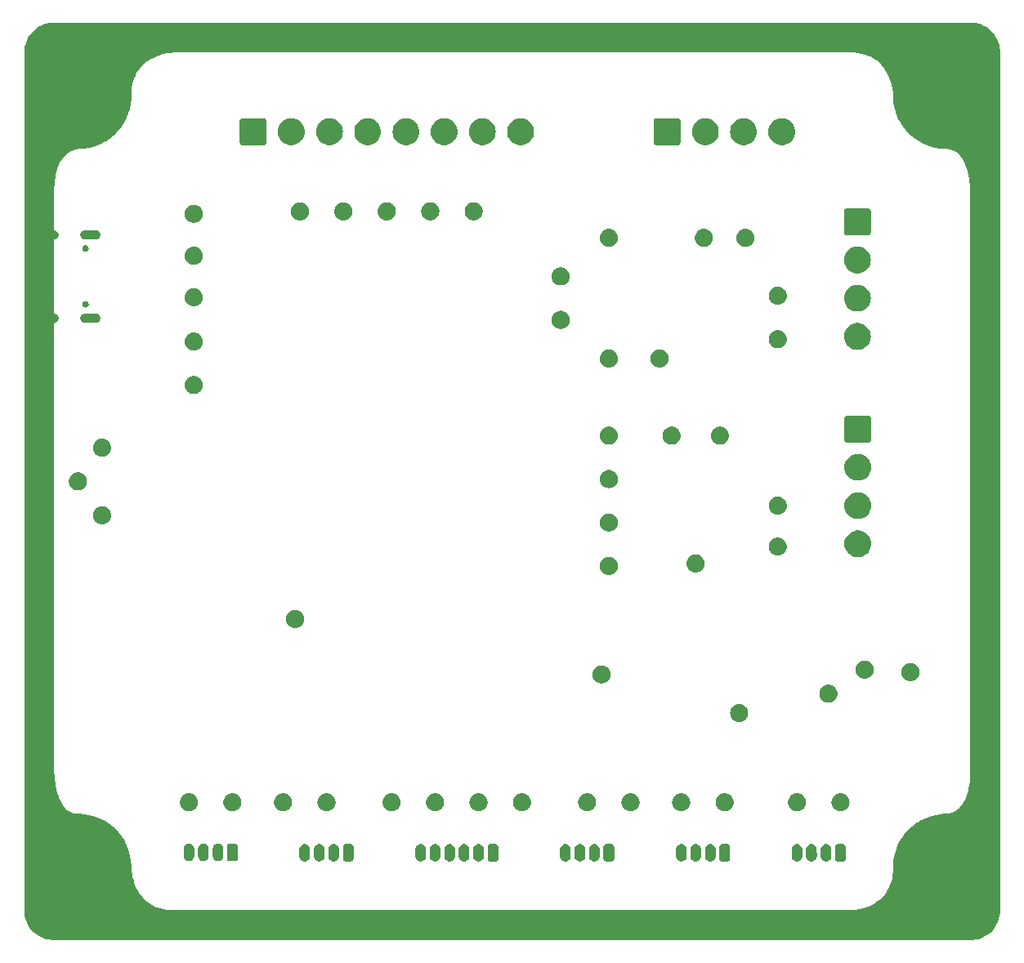
<source format=gbs>
G04 #@! TF.GenerationSoftware,KiCad,Pcbnew,8.0.3+1*
G04 #@! TF.CreationDate,2024-08-22T20:15:40+00:00*
G04 #@! TF.ProjectId,AstraControl,41737472-6143-46f6-9e74-726f6c2e6b69,rev?*
G04 #@! TF.SameCoordinates,Original*
G04 #@! TF.FileFunction,Soldermask,Bot*
G04 #@! TF.FilePolarity,Negative*
%FSLAX46Y46*%
G04 Gerber Fmt 4.6, Leading zero omitted, Abs format (unit mm)*
G04 Created by KiCad (PCBNEW 8.0.3+1) date 2024-08-22 20:15:40*
%MOMM*%
%LPD*%
G01*
G04 APERTURE LIST*
G04 APERTURE END LIST*
G36*
X137331396Y-145602703D02*
G01*
X137336165Y-145604808D01*
X137338818Y-145605158D01*
X137372012Y-145620637D01*
X137428890Y-145645751D01*
X137504249Y-145721110D01*
X137529372Y-145778008D01*
X137544841Y-145811181D01*
X137545190Y-145813832D01*
X137547297Y-145818604D01*
X137555000Y-145885000D01*
X137555000Y-147115000D01*
X137547297Y-147181396D01*
X137545189Y-147186168D01*
X137544841Y-147188818D01*
X137529380Y-147221972D01*
X137504249Y-147278890D01*
X137428890Y-147354249D01*
X137371972Y-147379380D01*
X137338818Y-147394841D01*
X137336168Y-147395189D01*
X137331396Y-147397297D01*
X137265000Y-147405000D01*
X136735000Y-147405000D01*
X136668604Y-147397297D01*
X136663832Y-147395189D01*
X136661181Y-147394841D01*
X136628008Y-147379372D01*
X136571110Y-147354249D01*
X136495751Y-147278890D01*
X136470637Y-147222012D01*
X136455158Y-147188818D01*
X136454808Y-147186165D01*
X136452703Y-147181396D01*
X136445000Y-147115000D01*
X136445000Y-145885000D01*
X136452703Y-145818604D01*
X136454808Y-145813835D01*
X136455158Y-145811181D01*
X136470645Y-145777968D01*
X136495751Y-145721110D01*
X136571110Y-145645751D01*
X136627968Y-145620645D01*
X136661181Y-145605158D01*
X136663835Y-145604808D01*
X136668604Y-145602703D01*
X136735000Y-145595000D01*
X137265000Y-145595000D01*
X137331396Y-145602703D01*
G37*
G36*
X152331396Y-145602703D02*
G01*
X152336165Y-145604808D01*
X152338818Y-145605158D01*
X152372012Y-145620637D01*
X152428890Y-145645751D01*
X152504249Y-145721110D01*
X152529372Y-145778008D01*
X152544841Y-145811181D01*
X152545190Y-145813832D01*
X152547297Y-145818604D01*
X152555000Y-145885000D01*
X152555000Y-147115000D01*
X152547297Y-147181396D01*
X152545189Y-147186168D01*
X152544841Y-147188818D01*
X152529380Y-147221972D01*
X152504249Y-147278890D01*
X152428890Y-147354249D01*
X152371972Y-147379380D01*
X152338818Y-147394841D01*
X152336168Y-147395189D01*
X152331396Y-147397297D01*
X152265000Y-147405000D01*
X151735000Y-147405000D01*
X151668604Y-147397297D01*
X151663832Y-147395189D01*
X151661181Y-147394841D01*
X151628008Y-147379372D01*
X151571110Y-147354249D01*
X151495751Y-147278890D01*
X151470637Y-147222012D01*
X151455158Y-147188818D01*
X151454808Y-147186165D01*
X151452703Y-147181396D01*
X151445000Y-147115000D01*
X151445000Y-145885000D01*
X151452703Y-145818604D01*
X151454808Y-145813835D01*
X151455158Y-145811181D01*
X151470645Y-145777968D01*
X151495751Y-145721110D01*
X151571110Y-145645751D01*
X151627968Y-145620645D01*
X151661181Y-145605158D01*
X151663835Y-145604808D01*
X151668604Y-145602703D01*
X151735000Y-145595000D01*
X152265000Y-145595000D01*
X152331396Y-145602703D01*
G37*
G36*
X164331396Y-145602703D02*
G01*
X164336165Y-145604808D01*
X164338818Y-145605158D01*
X164372012Y-145620637D01*
X164428890Y-145645751D01*
X164504249Y-145721110D01*
X164529372Y-145778008D01*
X164544841Y-145811181D01*
X164545190Y-145813832D01*
X164547297Y-145818604D01*
X164555000Y-145885000D01*
X164555000Y-147115000D01*
X164547297Y-147181396D01*
X164545189Y-147186168D01*
X164544841Y-147188818D01*
X164529380Y-147221972D01*
X164504249Y-147278890D01*
X164428890Y-147354249D01*
X164371972Y-147379380D01*
X164338818Y-147394841D01*
X164336168Y-147395189D01*
X164331396Y-147397297D01*
X164265000Y-147405000D01*
X163735000Y-147405000D01*
X163668604Y-147397297D01*
X163663832Y-147395189D01*
X163661181Y-147394841D01*
X163628008Y-147379372D01*
X163571110Y-147354249D01*
X163495751Y-147278890D01*
X163470637Y-147222012D01*
X163455158Y-147188818D01*
X163454808Y-147186165D01*
X163452703Y-147181396D01*
X163445000Y-147115000D01*
X163445000Y-145885000D01*
X163452703Y-145818604D01*
X163454808Y-145813835D01*
X163455158Y-145811181D01*
X163470645Y-145777968D01*
X163495751Y-145721110D01*
X163571110Y-145645751D01*
X163627968Y-145620645D01*
X163661181Y-145605158D01*
X163663835Y-145604808D01*
X163668604Y-145602703D01*
X163735000Y-145595000D01*
X164265000Y-145595000D01*
X164331396Y-145602703D01*
G37*
G36*
X176339730Y-145602703D02*
G01*
X176344499Y-145604808D01*
X176347152Y-145605158D01*
X176380346Y-145620637D01*
X176437224Y-145645751D01*
X176512583Y-145721110D01*
X176537706Y-145778008D01*
X176553175Y-145811181D01*
X176553524Y-145813832D01*
X176555631Y-145818604D01*
X176563334Y-145885000D01*
X176563334Y-147115000D01*
X176555631Y-147181396D01*
X176553523Y-147186168D01*
X176553175Y-147188818D01*
X176537714Y-147221972D01*
X176512583Y-147278890D01*
X176437224Y-147354249D01*
X176380306Y-147379380D01*
X176347152Y-147394841D01*
X176344502Y-147395189D01*
X176339730Y-147397297D01*
X176273334Y-147405000D01*
X175743334Y-147405000D01*
X175676938Y-147397297D01*
X175672166Y-147395189D01*
X175669515Y-147394841D01*
X175636342Y-147379372D01*
X175579444Y-147354249D01*
X175504085Y-147278890D01*
X175478971Y-147222012D01*
X175463492Y-147188818D01*
X175463142Y-147186165D01*
X175461037Y-147181396D01*
X175453334Y-147115000D01*
X175453334Y-145885000D01*
X175461037Y-145818604D01*
X175463142Y-145813835D01*
X175463492Y-145811181D01*
X175478979Y-145777968D01*
X175504085Y-145721110D01*
X175579444Y-145645751D01*
X175636302Y-145620645D01*
X175669515Y-145605158D01*
X175672169Y-145604808D01*
X175676938Y-145602703D01*
X175743334Y-145595000D01*
X176273334Y-145595000D01*
X176339730Y-145602703D01*
G37*
G36*
X188331396Y-145602703D02*
G01*
X188336165Y-145604808D01*
X188338818Y-145605158D01*
X188372012Y-145620637D01*
X188428890Y-145645751D01*
X188504249Y-145721110D01*
X188529372Y-145778008D01*
X188544841Y-145811181D01*
X188545190Y-145813832D01*
X188547297Y-145818604D01*
X188555000Y-145885000D01*
X188555000Y-147115000D01*
X188547297Y-147181396D01*
X188545189Y-147186168D01*
X188544841Y-147188818D01*
X188529380Y-147221972D01*
X188504249Y-147278890D01*
X188428890Y-147354249D01*
X188371972Y-147379380D01*
X188338818Y-147394841D01*
X188336168Y-147395189D01*
X188331396Y-147397297D01*
X188265000Y-147405000D01*
X187735000Y-147405000D01*
X187668604Y-147397297D01*
X187663832Y-147395189D01*
X187661181Y-147394841D01*
X187628008Y-147379372D01*
X187571110Y-147354249D01*
X187495751Y-147278890D01*
X187470637Y-147222012D01*
X187455158Y-147188818D01*
X187454808Y-147186165D01*
X187452703Y-147181396D01*
X187445000Y-147115000D01*
X187445000Y-145885000D01*
X187452703Y-145818604D01*
X187454808Y-145813835D01*
X187455158Y-145811181D01*
X187470645Y-145777968D01*
X187495751Y-145721110D01*
X187571110Y-145645751D01*
X187627968Y-145620645D01*
X187661181Y-145605158D01*
X187663835Y-145604808D01*
X187668604Y-145602703D01*
X187735000Y-145595000D01*
X188265000Y-145595000D01*
X188331396Y-145602703D01*
G37*
G36*
X132712389Y-145637247D02*
G01*
X132837863Y-145709689D01*
X132940311Y-145812137D01*
X133012753Y-145937611D01*
X133050252Y-146077558D01*
X133055000Y-146850000D01*
X133050252Y-146922442D01*
X133012753Y-147062389D01*
X132940311Y-147187863D01*
X132837863Y-147290311D01*
X132712389Y-147362753D01*
X132572442Y-147400252D01*
X132427558Y-147400252D01*
X132287611Y-147362753D01*
X132162137Y-147290311D01*
X132059689Y-147187863D01*
X131987247Y-147062389D01*
X131949748Y-146922442D01*
X131945000Y-146150000D01*
X131949748Y-146077558D01*
X131987247Y-145937611D01*
X132059689Y-145812137D01*
X132162137Y-145709689D01*
X132287611Y-145637247D01*
X132427558Y-145599748D01*
X132572442Y-145599748D01*
X132712389Y-145637247D01*
G37*
G36*
X134212389Y-145637247D02*
G01*
X134337863Y-145709689D01*
X134440311Y-145812137D01*
X134512753Y-145937611D01*
X134550252Y-146077558D01*
X134555000Y-146850000D01*
X134550252Y-146922442D01*
X134512753Y-147062389D01*
X134440311Y-147187863D01*
X134337863Y-147290311D01*
X134212389Y-147362753D01*
X134072442Y-147400252D01*
X133927558Y-147400252D01*
X133787611Y-147362753D01*
X133662137Y-147290311D01*
X133559689Y-147187863D01*
X133487247Y-147062389D01*
X133449748Y-146922442D01*
X133445000Y-146150000D01*
X133449748Y-146077558D01*
X133487247Y-145937611D01*
X133559689Y-145812137D01*
X133662137Y-145709689D01*
X133787611Y-145637247D01*
X133927558Y-145599748D01*
X134072442Y-145599748D01*
X134212389Y-145637247D01*
G37*
G36*
X135712389Y-145637247D02*
G01*
X135837863Y-145709689D01*
X135940311Y-145812137D01*
X136012753Y-145937611D01*
X136050252Y-146077558D01*
X136055000Y-146850000D01*
X136050252Y-146922442D01*
X136012753Y-147062389D01*
X135940311Y-147187863D01*
X135837863Y-147290311D01*
X135712389Y-147362753D01*
X135572442Y-147400252D01*
X135427558Y-147400252D01*
X135287611Y-147362753D01*
X135162137Y-147290311D01*
X135059689Y-147187863D01*
X134987247Y-147062389D01*
X134949748Y-146922442D01*
X134945000Y-146150000D01*
X134949748Y-146077558D01*
X134987247Y-145937611D01*
X135059689Y-145812137D01*
X135162137Y-145709689D01*
X135287611Y-145637247D01*
X135427558Y-145599748D01*
X135572442Y-145599748D01*
X135712389Y-145637247D01*
G37*
G36*
X144712389Y-145637247D02*
G01*
X144837863Y-145709689D01*
X144940311Y-145812137D01*
X145012753Y-145937611D01*
X145050252Y-146077558D01*
X145055000Y-146850000D01*
X145050252Y-146922442D01*
X145012753Y-147062389D01*
X144940311Y-147187863D01*
X144837863Y-147290311D01*
X144712389Y-147362753D01*
X144572442Y-147400252D01*
X144427558Y-147400252D01*
X144287611Y-147362753D01*
X144162137Y-147290311D01*
X144059689Y-147187863D01*
X143987247Y-147062389D01*
X143949748Y-146922442D01*
X143945000Y-146150000D01*
X143949748Y-146077558D01*
X143987247Y-145937611D01*
X144059689Y-145812137D01*
X144162137Y-145709689D01*
X144287611Y-145637247D01*
X144427558Y-145599748D01*
X144572442Y-145599748D01*
X144712389Y-145637247D01*
G37*
G36*
X146212389Y-145637247D02*
G01*
X146337863Y-145709689D01*
X146440311Y-145812137D01*
X146512753Y-145937611D01*
X146550252Y-146077558D01*
X146555000Y-146850000D01*
X146550252Y-146922442D01*
X146512753Y-147062389D01*
X146440311Y-147187863D01*
X146337863Y-147290311D01*
X146212389Y-147362753D01*
X146072442Y-147400252D01*
X145927558Y-147400252D01*
X145787611Y-147362753D01*
X145662137Y-147290311D01*
X145559689Y-147187863D01*
X145487247Y-147062389D01*
X145449748Y-146922442D01*
X145445000Y-146150000D01*
X145449748Y-146077558D01*
X145487247Y-145937611D01*
X145559689Y-145812137D01*
X145662137Y-145709689D01*
X145787611Y-145637247D01*
X145927558Y-145599748D01*
X146072442Y-145599748D01*
X146212389Y-145637247D01*
G37*
G36*
X147712389Y-145637247D02*
G01*
X147837863Y-145709689D01*
X147940311Y-145812137D01*
X148012753Y-145937611D01*
X148050252Y-146077558D01*
X148055000Y-146850000D01*
X148050252Y-146922442D01*
X148012753Y-147062389D01*
X147940311Y-147187863D01*
X147837863Y-147290311D01*
X147712389Y-147362753D01*
X147572442Y-147400252D01*
X147427558Y-147400252D01*
X147287611Y-147362753D01*
X147162137Y-147290311D01*
X147059689Y-147187863D01*
X146987247Y-147062389D01*
X146949748Y-146922442D01*
X146945000Y-146150000D01*
X146949748Y-146077558D01*
X146987247Y-145937611D01*
X147059689Y-145812137D01*
X147162137Y-145709689D01*
X147287611Y-145637247D01*
X147427558Y-145599748D01*
X147572442Y-145599748D01*
X147712389Y-145637247D01*
G37*
G36*
X149212389Y-145637247D02*
G01*
X149337863Y-145709689D01*
X149440311Y-145812137D01*
X149512753Y-145937611D01*
X149550252Y-146077558D01*
X149555000Y-146850000D01*
X149550252Y-146922442D01*
X149512753Y-147062389D01*
X149440311Y-147187863D01*
X149337863Y-147290311D01*
X149212389Y-147362753D01*
X149072442Y-147400252D01*
X148927558Y-147400252D01*
X148787611Y-147362753D01*
X148662137Y-147290311D01*
X148559689Y-147187863D01*
X148487247Y-147062389D01*
X148449748Y-146922442D01*
X148445000Y-146150000D01*
X148449748Y-146077558D01*
X148487247Y-145937611D01*
X148559689Y-145812137D01*
X148662137Y-145709689D01*
X148787611Y-145637247D01*
X148927558Y-145599748D01*
X149072442Y-145599748D01*
X149212389Y-145637247D01*
G37*
G36*
X150712389Y-145637247D02*
G01*
X150837863Y-145709689D01*
X150940311Y-145812137D01*
X151012753Y-145937611D01*
X151050252Y-146077558D01*
X151055000Y-146850000D01*
X151050252Y-146922442D01*
X151012753Y-147062389D01*
X150940311Y-147187863D01*
X150837863Y-147290311D01*
X150712389Y-147362753D01*
X150572442Y-147400252D01*
X150427558Y-147400252D01*
X150287611Y-147362753D01*
X150162137Y-147290311D01*
X150059689Y-147187863D01*
X149987247Y-147062389D01*
X149949748Y-146922442D01*
X149945000Y-146150000D01*
X149949748Y-146077558D01*
X149987247Y-145937611D01*
X150059689Y-145812137D01*
X150162137Y-145709689D01*
X150287611Y-145637247D01*
X150427558Y-145599748D01*
X150572442Y-145599748D01*
X150712389Y-145637247D01*
G37*
G36*
X159712389Y-145637247D02*
G01*
X159837863Y-145709689D01*
X159940311Y-145812137D01*
X160012753Y-145937611D01*
X160050252Y-146077558D01*
X160055000Y-146850000D01*
X160050252Y-146922442D01*
X160012753Y-147062389D01*
X159940311Y-147187863D01*
X159837863Y-147290311D01*
X159712389Y-147362753D01*
X159572442Y-147400252D01*
X159427558Y-147400252D01*
X159287611Y-147362753D01*
X159162137Y-147290311D01*
X159059689Y-147187863D01*
X158987247Y-147062389D01*
X158949748Y-146922442D01*
X158945000Y-146150000D01*
X158949748Y-146077558D01*
X158987247Y-145937611D01*
X159059689Y-145812137D01*
X159162137Y-145709689D01*
X159287611Y-145637247D01*
X159427558Y-145599748D01*
X159572442Y-145599748D01*
X159712389Y-145637247D01*
G37*
G36*
X161212389Y-145637247D02*
G01*
X161337863Y-145709689D01*
X161440311Y-145812137D01*
X161512753Y-145937611D01*
X161550252Y-146077558D01*
X161555000Y-146850000D01*
X161550252Y-146922442D01*
X161512753Y-147062389D01*
X161440311Y-147187863D01*
X161337863Y-147290311D01*
X161212389Y-147362753D01*
X161072442Y-147400252D01*
X160927558Y-147400252D01*
X160787611Y-147362753D01*
X160662137Y-147290311D01*
X160559689Y-147187863D01*
X160487247Y-147062389D01*
X160449748Y-146922442D01*
X160445000Y-146150000D01*
X160449748Y-146077558D01*
X160487247Y-145937611D01*
X160559689Y-145812137D01*
X160662137Y-145709689D01*
X160787611Y-145637247D01*
X160927558Y-145599748D01*
X161072442Y-145599748D01*
X161212389Y-145637247D01*
G37*
G36*
X162712389Y-145637247D02*
G01*
X162837863Y-145709689D01*
X162940311Y-145812137D01*
X163012753Y-145937611D01*
X163050252Y-146077558D01*
X163055000Y-146850000D01*
X163050252Y-146922442D01*
X163012753Y-147062389D01*
X162940311Y-147187863D01*
X162837863Y-147290311D01*
X162712389Y-147362753D01*
X162572442Y-147400252D01*
X162427558Y-147400252D01*
X162287611Y-147362753D01*
X162162137Y-147290311D01*
X162059689Y-147187863D01*
X161987247Y-147062389D01*
X161949748Y-146922442D01*
X161945000Y-146150000D01*
X161949748Y-146077558D01*
X161987247Y-145937611D01*
X162059689Y-145812137D01*
X162162137Y-145709689D01*
X162287611Y-145637247D01*
X162427558Y-145599748D01*
X162572442Y-145599748D01*
X162712389Y-145637247D01*
G37*
G36*
X171720723Y-145637247D02*
G01*
X171846197Y-145709689D01*
X171948645Y-145812137D01*
X172021087Y-145937611D01*
X172058586Y-146077558D01*
X172063334Y-146850000D01*
X172058586Y-146922442D01*
X172021087Y-147062389D01*
X171948645Y-147187863D01*
X171846197Y-147290311D01*
X171720723Y-147362753D01*
X171580776Y-147400252D01*
X171435892Y-147400252D01*
X171295945Y-147362753D01*
X171170471Y-147290311D01*
X171068023Y-147187863D01*
X170995581Y-147062389D01*
X170958082Y-146922442D01*
X170953334Y-146150000D01*
X170958082Y-146077558D01*
X170995581Y-145937611D01*
X171068023Y-145812137D01*
X171170471Y-145709689D01*
X171295945Y-145637247D01*
X171435892Y-145599748D01*
X171580776Y-145599748D01*
X171720723Y-145637247D01*
G37*
G36*
X173220723Y-145637247D02*
G01*
X173346197Y-145709689D01*
X173448645Y-145812137D01*
X173521087Y-145937611D01*
X173558586Y-146077558D01*
X173563334Y-146850000D01*
X173558586Y-146922442D01*
X173521087Y-147062389D01*
X173448645Y-147187863D01*
X173346197Y-147290311D01*
X173220723Y-147362753D01*
X173080776Y-147400252D01*
X172935892Y-147400252D01*
X172795945Y-147362753D01*
X172670471Y-147290311D01*
X172568023Y-147187863D01*
X172495581Y-147062389D01*
X172458082Y-146922442D01*
X172453334Y-146150000D01*
X172458082Y-146077558D01*
X172495581Y-145937611D01*
X172568023Y-145812137D01*
X172670471Y-145709689D01*
X172795945Y-145637247D01*
X172935892Y-145599748D01*
X173080776Y-145599748D01*
X173220723Y-145637247D01*
G37*
G36*
X174720723Y-145637247D02*
G01*
X174846197Y-145709689D01*
X174948645Y-145812137D01*
X175021087Y-145937611D01*
X175058586Y-146077558D01*
X175063334Y-146850000D01*
X175058586Y-146922442D01*
X175021087Y-147062389D01*
X174948645Y-147187863D01*
X174846197Y-147290311D01*
X174720723Y-147362753D01*
X174580776Y-147400252D01*
X174435892Y-147400252D01*
X174295945Y-147362753D01*
X174170471Y-147290311D01*
X174068023Y-147187863D01*
X173995581Y-147062389D01*
X173958082Y-146922442D01*
X173953334Y-146150000D01*
X173958082Y-146077558D01*
X173995581Y-145937611D01*
X174068023Y-145812137D01*
X174170471Y-145709689D01*
X174295945Y-145637247D01*
X174435892Y-145599748D01*
X174580776Y-145599748D01*
X174720723Y-145637247D01*
G37*
G36*
X183712389Y-145637247D02*
G01*
X183837863Y-145709689D01*
X183940311Y-145812137D01*
X184012753Y-145937611D01*
X184050252Y-146077558D01*
X184055000Y-146850000D01*
X184050252Y-146922442D01*
X184012753Y-147062389D01*
X183940311Y-147187863D01*
X183837863Y-147290311D01*
X183712389Y-147362753D01*
X183572442Y-147400252D01*
X183427558Y-147400252D01*
X183287611Y-147362753D01*
X183162137Y-147290311D01*
X183059689Y-147187863D01*
X182987247Y-147062389D01*
X182949748Y-146922442D01*
X182945000Y-146150000D01*
X182949748Y-146077558D01*
X182987247Y-145937611D01*
X183059689Y-145812137D01*
X183162137Y-145709689D01*
X183287611Y-145637247D01*
X183427558Y-145599748D01*
X183572442Y-145599748D01*
X183712389Y-145637247D01*
G37*
G36*
X185212389Y-145637247D02*
G01*
X185337863Y-145709689D01*
X185440311Y-145812137D01*
X185512753Y-145937611D01*
X185550252Y-146077558D01*
X185555000Y-146850000D01*
X185550252Y-146922442D01*
X185512753Y-147062389D01*
X185440311Y-147187863D01*
X185337863Y-147290311D01*
X185212389Y-147362753D01*
X185072442Y-147400252D01*
X184927558Y-147400252D01*
X184787611Y-147362753D01*
X184662137Y-147290311D01*
X184559689Y-147187863D01*
X184487247Y-147062389D01*
X184449748Y-146922442D01*
X184445000Y-146150000D01*
X184449748Y-146077558D01*
X184487247Y-145937611D01*
X184559689Y-145812137D01*
X184662137Y-145709689D01*
X184787611Y-145637247D01*
X184927558Y-145599748D01*
X185072442Y-145599748D01*
X185212389Y-145637247D01*
G37*
G36*
X186712389Y-145637247D02*
G01*
X186837863Y-145709689D01*
X186940311Y-145812137D01*
X187012753Y-145937611D01*
X187050252Y-146077558D01*
X187055000Y-146850000D01*
X187050252Y-146922442D01*
X187012753Y-147062389D01*
X186940311Y-147187863D01*
X186837863Y-147290311D01*
X186712389Y-147362753D01*
X186572442Y-147400252D01*
X186427558Y-147400252D01*
X186287611Y-147362753D01*
X186162137Y-147290311D01*
X186059689Y-147187863D01*
X185987247Y-147062389D01*
X185949748Y-146922442D01*
X185945000Y-146150000D01*
X185949748Y-146077558D01*
X185987247Y-145937611D01*
X186059689Y-145812137D01*
X186162137Y-145709689D01*
X186287611Y-145637247D01*
X186427558Y-145599748D01*
X186572442Y-145599748D01*
X186712389Y-145637247D01*
G37*
G36*
X125331396Y-145552703D02*
G01*
X125336165Y-145554808D01*
X125338818Y-145555158D01*
X125372012Y-145570637D01*
X125428890Y-145595751D01*
X125504249Y-145671110D01*
X125529372Y-145728008D01*
X125544841Y-145761181D01*
X125545190Y-145763832D01*
X125547297Y-145768604D01*
X125555000Y-145835000D01*
X125555000Y-147065000D01*
X125547297Y-147131396D01*
X125545189Y-147136168D01*
X125544841Y-147138818D01*
X125529380Y-147171972D01*
X125504249Y-147228890D01*
X125428890Y-147304249D01*
X125371972Y-147329380D01*
X125338818Y-147344841D01*
X125336168Y-147345189D01*
X125331396Y-147347297D01*
X125265000Y-147355000D01*
X124735000Y-147355000D01*
X124668604Y-147347297D01*
X124663832Y-147345189D01*
X124661181Y-147344841D01*
X124628008Y-147329372D01*
X124571110Y-147304249D01*
X124495751Y-147228890D01*
X124470637Y-147172012D01*
X124455158Y-147138818D01*
X124454808Y-147136165D01*
X124452703Y-147131396D01*
X124445000Y-147065000D01*
X124445000Y-145835000D01*
X124452703Y-145768604D01*
X124454808Y-145763835D01*
X124455158Y-145761181D01*
X124470645Y-145727968D01*
X124495751Y-145671110D01*
X124571110Y-145595751D01*
X124627968Y-145570645D01*
X124661181Y-145555158D01*
X124663835Y-145554808D01*
X124668604Y-145552703D01*
X124735000Y-145545000D01*
X125265000Y-145545000D01*
X125331396Y-145552703D01*
G37*
G36*
X120712389Y-145587247D02*
G01*
X120837863Y-145659689D01*
X120940311Y-145762137D01*
X121012753Y-145887611D01*
X121050252Y-146027558D01*
X121055000Y-146800000D01*
X121050252Y-146872442D01*
X121012753Y-147012389D01*
X120940311Y-147137863D01*
X120837863Y-147240311D01*
X120712389Y-147312753D01*
X120572442Y-147350252D01*
X120427558Y-147350252D01*
X120287611Y-147312753D01*
X120162137Y-147240311D01*
X120059689Y-147137863D01*
X119987247Y-147012389D01*
X119949748Y-146872442D01*
X119945000Y-146100000D01*
X119949748Y-146027558D01*
X119987247Y-145887611D01*
X120059689Y-145762137D01*
X120162137Y-145659689D01*
X120287611Y-145587247D01*
X120427558Y-145549748D01*
X120572442Y-145549748D01*
X120712389Y-145587247D01*
G37*
G36*
X122212389Y-145587247D02*
G01*
X122337863Y-145659689D01*
X122440311Y-145762137D01*
X122512753Y-145887611D01*
X122550252Y-146027558D01*
X122555000Y-146800000D01*
X122550252Y-146872442D01*
X122512753Y-147012389D01*
X122440311Y-147137863D01*
X122337863Y-147240311D01*
X122212389Y-147312753D01*
X122072442Y-147350252D01*
X121927558Y-147350252D01*
X121787611Y-147312753D01*
X121662137Y-147240311D01*
X121559689Y-147137863D01*
X121487247Y-147012389D01*
X121449748Y-146872442D01*
X121445000Y-146100000D01*
X121449748Y-146027558D01*
X121487247Y-145887611D01*
X121559689Y-145762137D01*
X121662137Y-145659689D01*
X121787611Y-145587247D01*
X121927558Y-145549748D01*
X122072442Y-145549748D01*
X122212389Y-145587247D01*
G37*
G36*
X123712389Y-145587247D02*
G01*
X123837863Y-145659689D01*
X123940311Y-145762137D01*
X124012753Y-145887611D01*
X124050252Y-146027558D01*
X124055000Y-146800000D01*
X124050252Y-146872442D01*
X124012753Y-147012389D01*
X123940311Y-147137863D01*
X123837863Y-147240311D01*
X123712389Y-147312753D01*
X123572442Y-147350252D01*
X123427558Y-147350252D01*
X123287611Y-147312753D01*
X123162137Y-147240311D01*
X123059689Y-147137863D01*
X122987247Y-147012389D01*
X122949748Y-146872442D01*
X122945000Y-146100000D01*
X122949748Y-146027558D01*
X122987247Y-145887611D01*
X123059689Y-145762137D01*
X123162137Y-145659689D01*
X123287611Y-145587247D01*
X123427558Y-145549748D01*
X123572442Y-145549748D01*
X123712389Y-145587247D01*
G37*
G36*
X120549781Y-140315149D02*
G01*
X120598257Y-140315149D01*
X120640114Y-140324046D01*
X120683334Y-140328303D01*
X120737639Y-140344776D01*
X120790476Y-140356007D01*
X120824282Y-140371058D01*
X120859627Y-140381780D01*
X120915793Y-140411801D01*
X120970000Y-140435936D01*
X120995204Y-140454247D01*
X121022096Y-140468622D01*
X121076953Y-140513641D01*
X121128983Y-140551444D01*
X121145875Y-140570205D01*
X121164505Y-140585494D01*
X121214567Y-140646495D01*
X121260476Y-140697482D01*
X121270120Y-140714187D01*
X121281377Y-140727903D01*
X121323021Y-140805813D01*
X121358733Y-140867668D01*
X121362840Y-140880309D01*
X121368219Y-140890372D01*
X121397866Y-140988107D01*
X121419459Y-141054563D01*
X121420219Y-141061796D01*
X121421696Y-141066665D01*
X121436073Y-141212638D01*
X121440000Y-141250000D01*
X121436072Y-141287364D01*
X121421696Y-141433334D01*
X121420219Y-141438201D01*
X121419459Y-141445437D01*
X121397861Y-141511906D01*
X121368219Y-141609627D01*
X121362841Y-141619687D01*
X121358733Y-141632332D01*
X121323014Y-141694198D01*
X121281377Y-141772096D01*
X121270122Y-141785809D01*
X121260476Y-141802518D01*
X121214558Y-141853514D01*
X121164505Y-141914505D01*
X121145879Y-141929790D01*
X121128983Y-141948556D01*
X121076942Y-141986365D01*
X121022096Y-142031377D01*
X120995209Y-142045748D01*
X120970000Y-142064064D01*
X120915782Y-142088203D01*
X120859627Y-142118219D01*
X120824289Y-142128938D01*
X120790476Y-142143993D01*
X120737628Y-142155226D01*
X120683334Y-142171696D01*
X120640123Y-142175951D01*
X120598257Y-142184851D01*
X120549770Y-142184851D01*
X120500000Y-142189753D01*
X120450229Y-142184851D01*
X120401743Y-142184851D01*
X120359877Y-142175952D01*
X120316665Y-142171696D01*
X120262368Y-142155225D01*
X120209524Y-142143993D01*
X120175712Y-142128939D01*
X120140372Y-142118219D01*
X120084211Y-142088200D01*
X120030000Y-142064064D01*
X120004793Y-142045750D01*
X119977903Y-142031377D01*
X119923048Y-141986359D01*
X119871017Y-141948556D01*
X119854123Y-141929793D01*
X119835494Y-141914505D01*
X119785430Y-141853502D01*
X119739524Y-141802518D01*
X119729879Y-141785813D01*
X119718622Y-141772096D01*
X119676972Y-141694175D01*
X119641267Y-141632332D01*
X119637160Y-141619692D01*
X119631780Y-141609627D01*
X119602123Y-141511860D01*
X119580541Y-141445437D01*
X119579781Y-141438206D01*
X119578303Y-141433334D01*
X119563911Y-141287213D01*
X119560000Y-141250000D01*
X119563910Y-141212789D01*
X119578303Y-141066665D01*
X119579781Y-141061791D01*
X119580541Y-141054563D01*
X119602118Y-140988153D01*
X119631780Y-140890372D01*
X119637161Y-140880304D01*
X119641267Y-140867668D01*
X119676965Y-140805837D01*
X119718622Y-140727903D01*
X119729881Y-140714183D01*
X119739524Y-140697482D01*
X119785421Y-140646507D01*
X119835494Y-140585494D01*
X119854126Y-140570202D01*
X119871017Y-140551444D01*
X119923038Y-140513648D01*
X119977903Y-140468622D01*
X120004798Y-140454245D01*
X120030000Y-140435936D01*
X120084200Y-140411804D01*
X120140372Y-140381780D01*
X120175719Y-140371057D01*
X120209524Y-140356007D01*
X120262357Y-140344776D01*
X120316665Y-140328303D01*
X120359886Y-140324046D01*
X120401743Y-140315149D01*
X120450219Y-140315149D01*
X120500000Y-140310246D01*
X120549781Y-140315149D01*
G37*
G36*
X125049781Y-140315149D02*
G01*
X125098257Y-140315149D01*
X125140114Y-140324046D01*
X125183334Y-140328303D01*
X125237639Y-140344776D01*
X125290476Y-140356007D01*
X125324282Y-140371058D01*
X125359627Y-140381780D01*
X125415793Y-140411801D01*
X125470000Y-140435936D01*
X125495204Y-140454247D01*
X125522096Y-140468622D01*
X125576953Y-140513641D01*
X125628983Y-140551444D01*
X125645875Y-140570205D01*
X125664505Y-140585494D01*
X125714567Y-140646495D01*
X125760476Y-140697482D01*
X125770120Y-140714187D01*
X125781377Y-140727903D01*
X125823021Y-140805813D01*
X125858733Y-140867668D01*
X125862840Y-140880309D01*
X125868219Y-140890372D01*
X125897866Y-140988107D01*
X125919459Y-141054563D01*
X125920219Y-141061796D01*
X125921696Y-141066665D01*
X125936073Y-141212638D01*
X125940000Y-141250000D01*
X125936072Y-141287364D01*
X125921696Y-141433334D01*
X125920219Y-141438201D01*
X125919459Y-141445437D01*
X125897861Y-141511906D01*
X125868219Y-141609627D01*
X125862841Y-141619687D01*
X125858733Y-141632332D01*
X125823014Y-141694198D01*
X125781377Y-141772096D01*
X125770122Y-141785809D01*
X125760476Y-141802518D01*
X125714558Y-141853514D01*
X125664505Y-141914505D01*
X125645879Y-141929790D01*
X125628983Y-141948556D01*
X125576942Y-141986365D01*
X125522096Y-142031377D01*
X125495209Y-142045748D01*
X125470000Y-142064064D01*
X125415782Y-142088203D01*
X125359627Y-142118219D01*
X125324289Y-142128938D01*
X125290476Y-142143993D01*
X125237628Y-142155226D01*
X125183334Y-142171696D01*
X125140123Y-142175951D01*
X125098257Y-142184851D01*
X125049770Y-142184851D01*
X125000000Y-142189753D01*
X124950229Y-142184851D01*
X124901743Y-142184851D01*
X124859877Y-142175952D01*
X124816665Y-142171696D01*
X124762368Y-142155225D01*
X124709524Y-142143993D01*
X124675712Y-142128939D01*
X124640372Y-142118219D01*
X124584211Y-142088200D01*
X124530000Y-142064064D01*
X124504793Y-142045750D01*
X124477903Y-142031377D01*
X124423048Y-141986359D01*
X124371017Y-141948556D01*
X124354123Y-141929793D01*
X124335494Y-141914505D01*
X124285430Y-141853502D01*
X124239524Y-141802518D01*
X124229879Y-141785813D01*
X124218622Y-141772096D01*
X124176972Y-141694175D01*
X124141267Y-141632332D01*
X124137160Y-141619692D01*
X124131780Y-141609627D01*
X124102123Y-141511860D01*
X124080541Y-141445437D01*
X124079781Y-141438206D01*
X124078303Y-141433334D01*
X124063911Y-141287213D01*
X124060000Y-141250000D01*
X124063910Y-141212789D01*
X124078303Y-141066665D01*
X124079781Y-141061791D01*
X124080541Y-141054563D01*
X124102118Y-140988153D01*
X124131780Y-140890372D01*
X124137161Y-140880304D01*
X124141267Y-140867668D01*
X124176965Y-140805837D01*
X124218622Y-140727903D01*
X124229881Y-140714183D01*
X124239524Y-140697482D01*
X124285421Y-140646507D01*
X124335494Y-140585494D01*
X124354126Y-140570202D01*
X124371017Y-140551444D01*
X124423038Y-140513648D01*
X124477903Y-140468622D01*
X124504798Y-140454245D01*
X124530000Y-140435936D01*
X124584200Y-140411804D01*
X124640372Y-140381780D01*
X124675719Y-140371057D01*
X124709524Y-140356007D01*
X124762357Y-140344776D01*
X124816665Y-140328303D01*
X124859886Y-140324046D01*
X124901743Y-140315149D01*
X124950219Y-140315149D01*
X125000000Y-140310246D01*
X125049781Y-140315149D01*
G37*
G36*
X130299781Y-140315149D02*
G01*
X130348257Y-140315149D01*
X130390114Y-140324046D01*
X130433334Y-140328303D01*
X130487639Y-140344776D01*
X130540476Y-140356007D01*
X130574282Y-140371058D01*
X130609627Y-140381780D01*
X130665793Y-140411801D01*
X130720000Y-140435936D01*
X130745204Y-140454247D01*
X130772096Y-140468622D01*
X130826953Y-140513641D01*
X130878983Y-140551444D01*
X130895875Y-140570205D01*
X130914505Y-140585494D01*
X130964567Y-140646495D01*
X131010476Y-140697482D01*
X131020120Y-140714187D01*
X131031377Y-140727903D01*
X131073021Y-140805813D01*
X131108733Y-140867668D01*
X131112840Y-140880309D01*
X131118219Y-140890372D01*
X131147866Y-140988107D01*
X131169459Y-141054563D01*
X131170219Y-141061796D01*
X131171696Y-141066665D01*
X131186073Y-141212638D01*
X131190000Y-141250000D01*
X131186072Y-141287364D01*
X131171696Y-141433334D01*
X131170219Y-141438201D01*
X131169459Y-141445437D01*
X131147861Y-141511906D01*
X131118219Y-141609627D01*
X131112841Y-141619687D01*
X131108733Y-141632332D01*
X131073014Y-141694198D01*
X131031377Y-141772096D01*
X131020122Y-141785809D01*
X131010476Y-141802518D01*
X130964558Y-141853514D01*
X130914505Y-141914505D01*
X130895879Y-141929790D01*
X130878983Y-141948556D01*
X130826942Y-141986365D01*
X130772096Y-142031377D01*
X130745209Y-142045748D01*
X130720000Y-142064064D01*
X130665782Y-142088203D01*
X130609627Y-142118219D01*
X130574289Y-142128938D01*
X130540476Y-142143993D01*
X130487628Y-142155226D01*
X130433334Y-142171696D01*
X130390123Y-142175951D01*
X130348257Y-142184851D01*
X130299770Y-142184851D01*
X130250000Y-142189753D01*
X130200229Y-142184851D01*
X130151743Y-142184851D01*
X130109877Y-142175952D01*
X130066665Y-142171696D01*
X130012368Y-142155225D01*
X129959524Y-142143993D01*
X129925712Y-142128939D01*
X129890372Y-142118219D01*
X129834211Y-142088200D01*
X129780000Y-142064064D01*
X129754793Y-142045750D01*
X129727903Y-142031377D01*
X129673048Y-141986359D01*
X129621017Y-141948556D01*
X129604123Y-141929793D01*
X129585494Y-141914505D01*
X129535430Y-141853502D01*
X129489524Y-141802518D01*
X129479879Y-141785813D01*
X129468622Y-141772096D01*
X129426972Y-141694175D01*
X129391267Y-141632332D01*
X129387160Y-141619692D01*
X129381780Y-141609627D01*
X129352123Y-141511860D01*
X129330541Y-141445437D01*
X129329781Y-141438206D01*
X129328303Y-141433334D01*
X129313911Y-141287213D01*
X129310000Y-141250000D01*
X129313910Y-141212789D01*
X129328303Y-141066665D01*
X129329781Y-141061791D01*
X129330541Y-141054563D01*
X129352118Y-140988153D01*
X129381780Y-140890372D01*
X129387161Y-140880304D01*
X129391267Y-140867668D01*
X129426965Y-140805837D01*
X129468622Y-140727903D01*
X129479881Y-140714183D01*
X129489524Y-140697482D01*
X129535421Y-140646507D01*
X129585494Y-140585494D01*
X129604126Y-140570202D01*
X129621017Y-140551444D01*
X129673038Y-140513648D01*
X129727903Y-140468622D01*
X129754798Y-140454245D01*
X129780000Y-140435936D01*
X129834200Y-140411804D01*
X129890372Y-140381780D01*
X129925719Y-140371057D01*
X129959524Y-140356007D01*
X130012357Y-140344776D01*
X130066665Y-140328303D01*
X130109886Y-140324046D01*
X130151743Y-140315149D01*
X130200219Y-140315149D01*
X130250000Y-140310246D01*
X130299781Y-140315149D01*
G37*
G36*
X134799781Y-140315149D02*
G01*
X134848257Y-140315149D01*
X134890114Y-140324046D01*
X134933334Y-140328303D01*
X134987639Y-140344776D01*
X135040476Y-140356007D01*
X135074282Y-140371058D01*
X135109627Y-140381780D01*
X135165793Y-140411801D01*
X135220000Y-140435936D01*
X135245204Y-140454247D01*
X135272096Y-140468622D01*
X135326953Y-140513641D01*
X135378983Y-140551444D01*
X135395875Y-140570205D01*
X135414505Y-140585494D01*
X135464567Y-140646495D01*
X135510476Y-140697482D01*
X135520120Y-140714187D01*
X135531377Y-140727903D01*
X135573021Y-140805813D01*
X135608733Y-140867668D01*
X135612840Y-140880309D01*
X135618219Y-140890372D01*
X135647866Y-140988107D01*
X135669459Y-141054563D01*
X135670219Y-141061796D01*
X135671696Y-141066665D01*
X135686073Y-141212638D01*
X135690000Y-141250000D01*
X135686072Y-141287364D01*
X135671696Y-141433334D01*
X135670219Y-141438201D01*
X135669459Y-141445437D01*
X135647861Y-141511906D01*
X135618219Y-141609627D01*
X135612841Y-141619687D01*
X135608733Y-141632332D01*
X135573014Y-141694198D01*
X135531377Y-141772096D01*
X135520122Y-141785809D01*
X135510476Y-141802518D01*
X135464558Y-141853514D01*
X135414505Y-141914505D01*
X135395879Y-141929790D01*
X135378983Y-141948556D01*
X135326942Y-141986365D01*
X135272096Y-142031377D01*
X135245209Y-142045748D01*
X135220000Y-142064064D01*
X135165782Y-142088203D01*
X135109627Y-142118219D01*
X135074289Y-142128938D01*
X135040476Y-142143993D01*
X134987628Y-142155226D01*
X134933334Y-142171696D01*
X134890123Y-142175951D01*
X134848257Y-142184851D01*
X134799770Y-142184851D01*
X134750000Y-142189753D01*
X134700229Y-142184851D01*
X134651743Y-142184851D01*
X134609877Y-142175952D01*
X134566665Y-142171696D01*
X134512368Y-142155225D01*
X134459524Y-142143993D01*
X134425712Y-142128939D01*
X134390372Y-142118219D01*
X134334211Y-142088200D01*
X134280000Y-142064064D01*
X134254793Y-142045750D01*
X134227903Y-142031377D01*
X134173048Y-141986359D01*
X134121017Y-141948556D01*
X134104123Y-141929793D01*
X134085494Y-141914505D01*
X134035430Y-141853502D01*
X133989524Y-141802518D01*
X133979879Y-141785813D01*
X133968622Y-141772096D01*
X133926972Y-141694175D01*
X133891267Y-141632332D01*
X133887160Y-141619692D01*
X133881780Y-141609627D01*
X133852123Y-141511860D01*
X133830541Y-141445437D01*
X133829781Y-141438206D01*
X133828303Y-141433334D01*
X133813911Y-141287213D01*
X133810000Y-141250000D01*
X133813910Y-141212789D01*
X133828303Y-141066665D01*
X133829781Y-141061791D01*
X133830541Y-141054563D01*
X133852118Y-140988153D01*
X133881780Y-140890372D01*
X133887161Y-140880304D01*
X133891267Y-140867668D01*
X133926965Y-140805837D01*
X133968622Y-140727903D01*
X133979881Y-140714183D01*
X133989524Y-140697482D01*
X134035421Y-140646507D01*
X134085494Y-140585494D01*
X134104126Y-140570202D01*
X134121017Y-140551444D01*
X134173038Y-140513648D01*
X134227903Y-140468622D01*
X134254798Y-140454245D01*
X134280000Y-140435936D01*
X134334200Y-140411804D01*
X134390372Y-140381780D01*
X134425719Y-140371057D01*
X134459524Y-140356007D01*
X134512357Y-140344776D01*
X134566665Y-140328303D01*
X134609886Y-140324046D01*
X134651743Y-140315149D01*
X134700219Y-140315149D01*
X134750000Y-140310246D01*
X134799781Y-140315149D01*
G37*
G36*
X141549781Y-140315149D02*
G01*
X141598257Y-140315149D01*
X141640114Y-140324046D01*
X141683334Y-140328303D01*
X141737639Y-140344776D01*
X141790476Y-140356007D01*
X141824282Y-140371058D01*
X141859627Y-140381780D01*
X141915793Y-140411801D01*
X141970000Y-140435936D01*
X141995204Y-140454247D01*
X142022096Y-140468622D01*
X142076953Y-140513641D01*
X142128983Y-140551444D01*
X142145875Y-140570205D01*
X142164505Y-140585494D01*
X142214567Y-140646495D01*
X142260476Y-140697482D01*
X142270120Y-140714187D01*
X142281377Y-140727903D01*
X142323021Y-140805813D01*
X142358733Y-140867668D01*
X142362840Y-140880309D01*
X142368219Y-140890372D01*
X142397866Y-140988107D01*
X142419459Y-141054563D01*
X142420219Y-141061796D01*
X142421696Y-141066665D01*
X142436073Y-141212638D01*
X142440000Y-141250000D01*
X142436072Y-141287364D01*
X142421696Y-141433334D01*
X142420219Y-141438201D01*
X142419459Y-141445437D01*
X142397861Y-141511906D01*
X142368219Y-141609627D01*
X142362841Y-141619687D01*
X142358733Y-141632332D01*
X142323014Y-141694198D01*
X142281377Y-141772096D01*
X142270122Y-141785809D01*
X142260476Y-141802518D01*
X142214558Y-141853514D01*
X142164505Y-141914505D01*
X142145879Y-141929790D01*
X142128983Y-141948556D01*
X142076942Y-141986365D01*
X142022096Y-142031377D01*
X141995209Y-142045748D01*
X141970000Y-142064064D01*
X141915782Y-142088203D01*
X141859627Y-142118219D01*
X141824289Y-142128938D01*
X141790476Y-142143993D01*
X141737628Y-142155226D01*
X141683334Y-142171696D01*
X141640123Y-142175951D01*
X141598257Y-142184851D01*
X141549770Y-142184851D01*
X141500000Y-142189753D01*
X141450229Y-142184851D01*
X141401743Y-142184851D01*
X141359877Y-142175952D01*
X141316665Y-142171696D01*
X141262368Y-142155225D01*
X141209524Y-142143993D01*
X141175712Y-142128939D01*
X141140372Y-142118219D01*
X141084211Y-142088200D01*
X141030000Y-142064064D01*
X141004793Y-142045750D01*
X140977903Y-142031377D01*
X140923048Y-141986359D01*
X140871017Y-141948556D01*
X140854123Y-141929793D01*
X140835494Y-141914505D01*
X140785430Y-141853502D01*
X140739524Y-141802518D01*
X140729879Y-141785813D01*
X140718622Y-141772096D01*
X140676972Y-141694175D01*
X140641267Y-141632332D01*
X140637160Y-141619692D01*
X140631780Y-141609627D01*
X140602123Y-141511860D01*
X140580541Y-141445437D01*
X140579781Y-141438206D01*
X140578303Y-141433334D01*
X140563911Y-141287213D01*
X140560000Y-141250000D01*
X140563910Y-141212789D01*
X140578303Y-141066665D01*
X140579781Y-141061791D01*
X140580541Y-141054563D01*
X140602118Y-140988153D01*
X140631780Y-140890372D01*
X140637161Y-140880304D01*
X140641267Y-140867668D01*
X140676965Y-140805837D01*
X140718622Y-140727903D01*
X140729881Y-140714183D01*
X140739524Y-140697482D01*
X140785421Y-140646507D01*
X140835494Y-140585494D01*
X140854126Y-140570202D01*
X140871017Y-140551444D01*
X140923038Y-140513648D01*
X140977903Y-140468622D01*
X141004798Y-140454245D01*
X141030000Y-140435936D01*
X141084200Y-140411804D01*
X141140372Y-140381780D01*
X141175719Y-140371057D01*
X141209524Y-140356007D01*
X141262357Y-140344776D01*
X141316665Y-140328303D01*
X141359886Y-140324046D01*
X141401743Y-140315149D01*
X141450219Y-140315149D01*
X141500000Y-140310246D01*
X141549781Y-140315149D01*
G37*
G36*
X146049781Y-140315149D02*
G01*
X146098257Y-140315149D01*
X146140114Y-140324046D01*
X146183334Y-140328303D01*
X146237639Y-140344776D01*
X146290476Y-140356007D01*
X146324282Y-140371058D01*
X146359627Y-140381780D01*
X146415793Y-140411801D01*
X146470000Y-140435936D01*
X146495204Y-140454247D01*
X146522096Y-140468622D01*
X146576953Y-140513641D01*
X146628983Y-140551444D01*
X146645875Y-140570205D01*
X146664505Y-140585494D01*
X146714567Y-140646495D01*
X146760476Y-140697482D01*
X146770120Y-140714187D01*
X146781377Y-140727903D01*
X146823021Y-140805813D01*
X146858733Y-140867668D01*
X146862840Y-140880309D01*
X146868219Y-140890372D01*
X146897866Y-140988107D01*
X146919459Y-141054563D01*
X146920219Y-141061796D01*
X146921696Y-141066665D01*
X146936073Y-141212638D01*
X146940000Y-141250000D01*
X146936072Y-141287364D01*
X146921696Y-141433334D01*
X146920219Y-141438201D01*
X146919459Y-141445437D01*
X146897861Y-141511906D01*
X146868219Y-141609627D01*
X146862841Y-141619687D01*
X146858733Y-141632332D01*
X146823014Y-141694198D01*
X146781377Y-141772096D01*
X146770122Y-141785809D01*
X146760476Y-141802518D01*
X146714558Y-141853514D01*
X146664505Y-141914505D01*
X146645879Y-141929790D01*
X146628983Y-141948556D01*
X146576942Y-141986365D01*
X146522096Y-142031377D01*
X146495209Y-142045748D01*
X146470000Y-142064064D01*
X146415782Y-142088203D01*
X146359627Y-142118219D01*
X146324289Y-142128938D01*
X146290476Y-142143993D01*
X146237628Y-142155226D01*
X146183334Y-142171696D01*
X146140123Y-142175951D01*
X146098257Y-142184851D01*
X146049770Y-142184851D01*
X146000000Y-142189753D01*
X145950229Y-142184851D01*
X145901743Y-142184851D01*
X145859877Y-142175952D01*
X145816665Y-142171696D01*
X145762368Y-142155225D01*
X145709524Y-142143993D01*
X145675712Y-142128939D01*
X145640372Y-142118219D01*
X145584211Y-142088200D01*
X145530000Y-142064064D01*
X145504793Y-142045750D01*
X145477903Y-142031377D01*
X145423048Y-141986359D01*
X145371017Y-141948556D01*
X145354123Y-141929793D01*
X145335494Y-141914505D01*
X145285430Y-141853502D01*
X145239524Y-141802518D01*
X145229879Y-141785813D01*
X145218622Y-141772096D01*
X145176972Y-141694175D01*
X145141267Y-141632332D01*
X145137160Y-141619692D01*
X145131780Y-141609627D01*
X145102123Y-141511860D01*
X145080541Y-141445437D01*
X145079781Y-141438206D01*
X145078303Y-141433334D01*
X145063911Y-141287213D01*
X145060000Y-141250000D01*
X145063910Y-141212789D01*
X145078303Y-141066665D01*
X145079781Y-141061791D01*
X145080541Y-141054563D01*
X145102118Y-140988153D01*
X145131780Y-140890372D01*
X145137161Y-140880304D01*
X145141267Y-140867668D01*
X145176965Y-140805837D01*
X145218622Y-140727903D01*
X145229881Y-140714183D01*
X145239524Y-140697482D01*
X145285421Y-140646507D01*
X145335494Y-140585494D01*
X145354126Y-140570202D01*
X145371017Y-140551444D01*
X145423038Y-140513648D01*
X145477903Y-140468622D01*
X145504798Y-140454245D01*
X145530000Y-140435936D01*
X145584200Y-140411804D01*
X145640372Y-140381780D01*
X145675719Y-140371057D01*
X145709524Y-140356007D01*
X145762357Y-140344776D01*
X145816665Y-140328303D01*
X145859886Y-140324046D01*
X145901743Y-140315149D01*
X145950219Y-140315149D01*
X146000000Y-140310246D01*
X146049781Y-140315149D01*
G37*
G36*
X150549781Y-140315149D02*
G01*
X150598257Y-140315149D01*
X150640114Y-140324046D01*
X150683334Y-140328303D01*
X150737639Y-140344776D01*
X150790476Y-140356007D01*
X150824282Y-140371058D01*
X150859627Y-140381780D01*
X150915793Y-140411801D01*
X150970000Y-140435936D01*
X150995204Y-140454247D01*
X151022096Y-140468622D01*
X151076953Y-140513641D01*
X151128983Y-140551444D01*
X151145875Y-140570205D01*
X151164505Y-140585494D01*
X151214567Y-140646495D01*
X151260476Y-140697482D01*
X151270120Y-140714187D01*
X151281377Y-140727903D01*
X151323021Y-140805813D01*
X151358733Y-140867668D01*
X151362840Y-140880309D01*
X151368219Y-140890372D01*
X151397866Y-140988107D01*
X151419459Y-141054563D01*
X151420219Y-141061796D01*
X151421696Y-141066665D01*
X151436073Y-141212638D01*
X151440000Y-141250000D01*
X151436072Y-141287364D01*
X151421696Y-141433334D01*
X151420219Y-141438201D01*
X151419459Y-141445437D01*
X151397861Y-141511906D01*
X151368219Y-141609627D01*
X151362841Y-141619687D01*
X151358733Y-141632332D01*
X151323014Y-141694198D01*
X151281377Y-141772096D01*
X151270122Y-141785809D01*
X151260476Y-141802518D01*
X151214558Y-141853514D01*
X151164505Y-141914505D01*
X151145879Y-141929790D01*
X151128983Y-141948556D01*
X151076942Y-141986365D01*
X151022096Y-142031377D01*
X150995209Y-142045748D01*
X150970000Y-142064064D01*
X150915782Y-142088203D01*
X150859627Y-142118219D01*
X150824289Y-142128938D01*
X150790476Y-142143993D01*
X150737628Y-142155226D01*
X150683334Y-142171696D01*
X150640123Y-142175951D01*
X150598257Y-142184851D01*
X150549770Y-142184851D01*
X150500000Y-142189753D01*
X150450229Y-142184851D01*
X150401743Y-142184851D01*
X150359877Y-142175952D01*
X150316665Y-142171696D01*
X150262368Y-142155225D01*
X150209524Y-142143993D01*
X150175712Y-142128939D01*
X150140372Y-142118219D01*
X150084211Y-142088200D01*
X150030000Y-142064064D01*
X150004793Y-142045750D01*
X149977903Y-142031377D01*
X149923048Y-141986359D01*
X149871017Y-141948556D01*
X149854123Y-141929793D01*
X149835494Y-141914505D01*
X149785430Y-141853502D01*
X149739524Y-141802518D01*
X149729879Y-141785813D01*
X149718622Y-141772096D01*
X149676972Y-141694175D01*
X149641267Y-141632332D01*
X149637160Y-141619692D01*
X149631780Y-141609627D01*
X149602123Y-141511860D01*
X149580541Y-141445437D01*
X149579781Y-141438206D01*
X149578303Y-141433334D01*
X149563911Y-141287213D01*
X149560000Y-141250000D01*
X149563910Y-141212789D01*
X149578303Y-141066665D01*
X149579781Y-141061791D01*
X149580541Y-141054563D01*
X149602118Y-140988153D01*
X149631780Y-140890372D01*
X149637161Y-140880304D01*
X149641267Y-140867668D01*
X149676965Y-140805837D01*
X149718622Y-140727903D01*
X149729881Y-140714183D01*
X149739524Y-140697482D01*
X149785421Y-140646507D01*
X149835494Y-140585494D01*
X149854126Y-140570202D01*
X149871017Y-140551444D01*
X149923038Y-140513648D01*
X149977903Y-140468622D01*
X150004798Y-140454245D01*
X150030000Y-140435936D01*
X150084200Y-140411804D01*
X150140372Y-140381780D01*
X150175719Y-140371057D01*
X150209524Y-140356007D01*
X150262357Y-140344776D01*
X150316665Y-140328303D01*
X150359886Y-140324046D01*
X150401743Y-140315149D01*
X150450219Y-140315149D01*
X150500000Y-140310246D01*
X150549781Y-140315149D01*
G37*
G36*
X155049781Y-140315149D02*
G01*
X155098257Y-140315149D01*
X155140114Y-140324046D01*
X155183334Y-140328303D01*
X155237639Y-140344776D01*
X155290476Y-140356007D01*
X155324282Y-140371058D01*
X155359627Y-140381780D01*
X155415793Y-140411801D01*
X155470000Y-140435936D01*
X155495204Y-140454247D01*
X155522096Y-140468622D01*
X155576953Y-140513641D01*
X155628983Y-140551444D01*
X155645875Y-140570205D01*
X155664505Y-140585494D01*
X155714567Y-140646495D01*
X155760476Y-140697482D01*
X155770120Y-140714187D01*
X155781377Y-140727903D01*
X155823021Y-140805813D01*
X155858733Y-140867668D01*
X155862840Y-140880309D01*
X155868219Y-140890372D01*
X155897866Y-140988107D01*
X155919459Y-141054563D01*
X155920219Y-141061796D01*
X155921696Y-141066665D01*
X155936073Y-141212638D01*
X155940000Y-141250000D01*
X155936072Y-141287364D01*
X155921696Y-141433334D01*
X155920219Y-141438201D01*
X155919459Y-141445437D01*
X155897861Y-141511906D01*
X155868219Y-141609627D01*
X155862841Y-141619687D01*
X155858733Y-141632332D01*
X155823014Y-141694198D01*
X155781377Y-141772096D01*
X155770122Y-141785809D01*
X155760476Y-141802518D01*
X155714558Y-141853514D01*
X155664505Y-141914505D01*
X155645879Y-141929790D01*
X155628983Y-141948556D01*
X155576942Y-141986365D01*
X155522096Y-142031377D01*
X155495209Y-142045748D01*
X155470000Y-142064064D01*
X155415782Y-142088203D01*
X155359627Y-142118219D01*
X155324289Y-142128938D01*
X155290476Y-142143993D01*
X155237628Y-142155226D01*
X155183334Y-142171696D01*
X155140123Y-142175951D01*
X155098257Y-142184851D01*
X155049770Y-142184851D01*
X155000000Y-142189753D01*
X154950229Y-142184851D01*
X154901743Y-142184851D01*
X154859877Y-142175952D01*
X154816665Y-142171696D01*
X154762368Y-142155225D01*
X154709524Y-142143993D01*
X154675712Y-142128939D01*
X154640372Y-142118219D01*
X154584211Y-142088200D01*
X154530000Y-142064064D01*
X154504793Y-142045750D01*
X154477903Y-142031377D01*
X154423048Y-141986359D01*
X154371017Y-141948556D01*
X154354123Y-141929793D01*
X154335494Y-141914505D01*
X154285430Y-141853502D01*
X154239524Y-141802518D01*
X154229879Y-141785813D01*
X154218622Y-141772096D01*
X154176972Y-141694175D01*
X154141267Y-141632332D01*
X154137160Y-141619692D01*
X154131780Y-141609627D01*
X154102123Y-141511860D01*
X154080541Y-141445437D01*
X154079781Y-141438206D01*
X154078303Y-141433334D01*
X154063911Y-141287213D01*
X154060000Y-141250000D01*
X154063910Y-141212789D01*
X154078303Y-141066665D01*
X154079781Y-141061791D01*
X154080541Y-141054563D01*
X154102118Y-140988153D01*
X154131780Y-140890372D01*
X154137161Y-140880304D01*
X154141267Y-140867668D01*
X154176965Y-140805837D01*
X154218622Y-140727903D01*
X154229881Y-140714183D01*
X154239524Y-140697482D01*
X154285421Y-140646507D01*
X154335494Y-140585494D01*
X154354126Y-140570202D01*
X154371017Y-140551444D01*
X154423038Y-140513648D01*
X154477903Y-140468622D01*
X154504798Y-140454245D01*
X154530000Y-140435936D01*
X154584200Y-140411804D01*
X154640372Y-140381780D01*
X154675719Y-140371057D01*
X154709524Y-140356007D01*
X154762357Y-140344776D01*
X154816665Y-140328303D01*
X154859886Y-140324046D01*
X154901743Y-140315149D01*
X154950219Y-140315149D01*
X155000000Y-140310246D01*
X155049781Y-140315149D01*
G37*
G36*
X161799781Y-140315149D02*
G01*
X161848257Y-140315149D01*
X161890114Y-140324046D01*
X161933334Y-140328303D01*
X161987639Y-140344776D01*
X162040476Y-140356007D01*
X162074282Y-140371058D01*
X162109627Y-140381780D01*
X162165793Y-140411801D01*
X162220000Y-140435936D01*
X162245204Y-140454247D01*
X162272096Y-140468622D01*
X162326953Y-140513641D01*
X162378983Y-140551444D01*
X162395875Y-140570205D01*
X162414505Y-140585494D01*
X162464567Y-140646495D01*
X162510476Y-140697482D01*
X162520120Y-140714187D01*
X162531377Y-140727903D01*
X162573021Y-140805813D01*
X162608733Y-140867668D01*
X162612840Y-140880309D01*
X162618219Y-140890372D01*
X162647866Y-140988107D01*
X162669459Y-141054563D01*
X162670219Y-141061796D01*
X162671696Y-141066665D01*
X162686073Y-141212638D01*
X162690000Y-141250000D01*
X162686072Y-141287364D01*
X162671696Y-141433334D01*
X162670219Y-141438201D01*
X162669459Y-141445437D01*
X162647861Y-141511906D01*
X162618219Y-141609627D01*
X162612841Y-141619687D01*
X162608733Y-141632332D01*
X162573014Y-141694198D01*
X162531377Y-141772096D01*
X162520122Y-141785809D01*
X162510476Y-141802518D01*
X162464558Y-141853514D01*
X162414505Y-141914505D01*
X162395879Y-141929790D01*
X162378983Y-141948556D01*
X162326942Y-141986365D01*
X162272096Y-142031377D01*
X162245209Y-142045748D01*
X162220000Y-142064064D01*
X162165782Y-142088203D01*
X162109627Y-142118219D01*
X162074289Y-142128938D01*
X162040476Y-142143993D01*
X161987628Y-142155226D01*
X161933334Y-142171696D01*
X161890123Y-142175951D01*
X161848257Y-142184851D01*
X161799770Y-142184851D01*
X161750000Y-142189753D01*
X161700229Y-142184851D01*
X161651743Y-142184851D01*
X161609877Y-142175952D01*
X161566665Y-142171696D01*
X161512368Y-142155225D01*
X161459524Y-142143993D01*
X161425712Y-142128939D01*
X161390372Y-142118219D01*
X161334211Y-142088200D01*
X161280000Y-142064064D01*
X161254793Y-142045750D01*
X161227903Y-142031377D01*
X161173048Y-141986359D01*
X161121017Y-141948556D01*
X161104123Y-141929793D01*
X161085494Y-141914505D01*
X161035430Y-141853502D01*
X160989524Y-141802518D01*
X160979879Y-141785813D01*
X160968622Y-141772096D01*
X160926972Y-141694175D01*
X160891267Y-141632332D01*
X160887160Y-141619692D01*
X160881780Y-141609627D01*
X160852123Y-141511860D01*
X160830541Y-141445437D01*
X160829781Y-141438206D01*
X160828303Y-141433334D01*
X160813911Y-141287213D01*
X160810000Y-141250000D01*
X160813910Y-141212789D01*
X160828303Y-141066665D01*
X160829781Y-141061791D01*
X160830541Y-141054563D01*
X160852118Y-140988153D01*
X160881780Y-140890372D01*
X160887161Y-140880304D01*
X160891267Y-140867668D01*
X160926965Y-140805837D01*
X160968622Y-140727903D01*
X160979881Y-140714183D01*
X160989524Y-140697482D01*
X161035421Y-140646507D01*
X161085494Y-140585494D01*
X161104126Y-140570202D01*
X161121017Y-140551444D01*
X161173038Y-140513648D01*
X161227903Y-140468622D01*
X161254798Y-140454245D01*
X161280000Y-140435936D01*
X161334200Y-140411804D01*
X161390372Y-140381780D01*
X161425719Y-140371057D01*
X161459524Y-140356007D01*
X161512357Y-140344776D01*
X161566665Y-140328303D01*
X161609886Y-140324046D01*
X161651743Y-140315149D01*
X161700219Y-140315149D01*
X161750000Y-140310246D01*
X161799781Y-140315149D01*
G37*
G36*
X166299781Y-140315149D02*
G01*
X166348257Y-140315149D01*
X166390114Y-140324046D01*
X166433334Y-140328303D01*
X166487639Y-140344776D01*
X166540476Y-140356007D01*
X166574282Y-140371058D01*
X166609627Y-140381780D01*
X166665793Y-140411801D01*
X166720000Y-140435936D01*
X166745204Y-140454247D01*
X166772096Y-140468622D01*
X166826953Y-140513641D01*
X166878983Y-140551444D01*
X166895875Y-140570205D01*
X166914505Y-140585494D01*
X166964567Y-140646495D01*
X167010476Y-140697482D01*
X167020120Y-140714187D01*
X167031377Y-140727903D01*
X167073021Y-140805813D01*
X167108733Y-140867668D01*
X167112840Y-140880309D01*
X167118219Y-140890372D01*
X167147866Y-140988107D01*
X167169459Y-141054563D01*
X167170219Y-141061796D01*
X167171696Y-141066665D01*
X167186073Y-141212638D01*
X167190000Y-141250000D01*
X167186072Y-141287364D01*
X167171696Y-141433334D01*
X167170219Y-141438201D01*
X167169459Y-141445437D01*
X167147861Y-141511906D01*
X167118219Y-141609627D01*
X167112841Y-141619687D01*
X167108733Y-141632332D01*
X167073014Y-141694198D01*
X167031377Y-141772096D01*
X167020122Y-141785809D01*
X167010476Y-141802518D01*
X166964558Y-141853514D01*
X166914505Y-141914505D01*
X166895879Y-141929790D01*
X166878983Y-141948556D01*
X166826942Y-141986365D01*
X166772096Y-142031377D01*
X166745209Y-142045748D01*
X166720000Y-142064064D01*
X166665782Y-142088203D01*
X166609627Y-142118219D01*
X166574289Y-142128938D01*
X166540476Y-142143993D01*
X166487628Y-142155226D01*
X166433334Y-142171696D01*
X166390123Y-142175951D01*
X166348257Y-142184851D01*
X166299770Y-142184851D01*
X166250000Y-142189753D01*
X166200229Y-142184851D01*
X166151743Y-142184851D01*
X166109877Y-142175952D01*
X166066665Y-142171696D01*
X166012368Y-142155225D01*
X165959524Y-142143993D01*
X165925712Y-142128939D01*
X165890372Y-142118219D01*
X165834211Y-142088200D01*
X165780000Y-142064064D01*
X165754793Y-142045750D01*
X165727903Y-142031377D01*
X165673048Y-141986359D01*
X165621017Y-141948556D01*
X165604123Y-141929793D01*
X165585494Y-141914505D01*
X165535430Y-141853502D01*
X165489524Y-141802518D01*
X165479879Y-141785813D01*
X165468622Y-141772096D01*
X165426972Y-141694175D01*
X165391267Y-141632332D01*
X165387160Y-141619692D01*
X165381780Y-141609627D01*
X165352123Y-141511860D01*
X165330541Y-141445437D01*
X165329781Y-141438206D01*
X165328303Y-141433334D01*
X165313911Y-141287213D01*
X165310000Y-141250000D01*
X165313910Y-141212789D01*
X165328303Y-141066665D01*
X165329781Y-141061791D01*
X165330541Y-141054563D01*
X165352118Y-140988153D01*
X165381780Y-140890372D01*
X165387161Y-140880304D01*
X165391267Y-140867668D01*
X165426965Y-140805837D01*
X165468622Y-140727903D01*
X165479881Y-140714183D01*
X165489524Y-140697482D01*
X165535421Y-140646507D01*
X165585494Y-140585494D01*
X165604126Y-140570202D01*
X165621017Y-140551444D01*
X165673038Y-140513648D01*
X165727903Y-140468622D01*
X165754798Y-140454245D01*
X165780000Y-140435936D01*
X165834200Y-140411804D01*
X165890372Y-140381780D01*
X165925719Y-140371057D01*
X165959524Y-140356007D01*
X166012357Y-140344776D01*
X166066665Y-140328303D01*
X166109886Y-140324046D01*
X166151743Y-140315149D01*
X166200219Y-140315149D01*
X166250000Y-140310246D01*
X166299781Y-140315149D01*
G37*
G36*
X171549781Y-140315149D02*
G01*
X171598257Y-140315149D01*
X171640114Y-140324046D01*
X171683334Y-140328303D01*
X171737639Y-140344776D01*
X171790476Y-140356007D01*
X171824282Y-140371058D01*
X171859627Y-140381780D01*
X171915793Y-140411801D01*
X171970000Y-140435936D01*
X171995204Y-140454247D01*
X172022096Y-140468622D01*
X172076953Y-140513641D01*
X172128983Y-140551444D01*
X172145875Y-140570205D01*
X172164505Y-140585494D01*
X172214567Y-140646495D01*
X172260476Y-140697482D01*
X172270120Y-140714187D01*
X172281377Y-140727903D01*
X172323021Y-140805813D01*
X172358733Y-140867668D01*
X172362840Y-140880309D01*
X172368219Y-140890372D01*
X172397866Y-140988107D01*
X172419459Y-141054563D01*
X172420219Y-141061796D01*
X172421696Y-141066665D01*
X172436073Y-141212638D01*
X172440000Y-141250000D01*
X172436072Y-141287364D01*
X172421696Y-141433334D01*
X172420219Y-141438201D01*
X172419459Y-141445437D01*
X172397861Y-141511906D01*
X172368219Y-141609627D01*
X172362841Y-141619687D01*
X172358733Y-141632332D01*
X172323014Y-141694198D01*
X172281377Y-141772096D01*
X172270122Y-141785809D01*
X172260476Y-141802518D01*
X172214558Y-141853514D01*
X172164505Y-141914505D01*
X172145879Y-141929790D01*
X172128983Y-141948556D01*
X172076942Y-141986365D01*
X172022096Y-142031377D01*
X171995209Y-142045748D01*
X171970000Y-142064064D01*
X171915782Y-142088203D01*
X171859627Y-142118219D01*
X171824289Y-142128938D01*
X171790476Y-142143993D01*
X171737628Y-142155226D01*
X171683334Y-142171696D01*
X171640123Y-142175951D01*
X171598257Y-142184851D01*
X171549770Y-142184851D01*
X171500000Y-142189753D01*
X171450229Y-142184851D01*
X171401743Y-142184851D01*
X171359877Y-142175952D01*
X171316665Y-142171696D01*
X171262368Y-142155225D01*
X171209524Y-142143993D01*
X171175712Y-142128939D01*
X171140372Y-142118219D01*
X171084211Y-142088200D01*
X171030000Y-142064064D01*
X171004793Y-142045750D01*
X170977903Y-142031377D01*
X170923048Y-141986359D01*
X170871017Y-141948556D01*
X170854123Y-141929793D01*
X170835494Y-141914505D01*
X170785430Y-141853502D01*
X170739524Y-141802518D01*
X170729879Y-141785813D01*
X170718622Y-141772096D01*
X170676972Y-141694175D01*
X170641267Y-141632332D01*
X170637160Y-141619692D01*
X170631780Y-141609627D01*
X170602123Y-141511860D01*
X170580541Y-141445437D01*
X170579781Y-141438206D01*
X170578303Y-141433334D01*
X170563911Y-141287213D01*
X170560000Y-141250000D01*
X170563910Y-141212789D01*
X170578303Y-141066665D01*
X170579781Y-141061791D01*
X170580541Y-141054563D01*
X170602118Y-140988153D01*
X170631780Y-140890372D01*
X170637161Y-140880304D01*
X170641267Y-140867668D01*
X170676965Y-140805837D01*
X170718622Y-140727903D01*
X170729881Y-140714183D01*
X170739524Y-140697482D01*
X170785421Y-140646507D01*
X170835494Y-140585494D01*
X170854126Y-140570202D01*
X170871017Y-140551444D01*
X170923038Y-140513648D01*
X170977903Y-140468622D01*
X171004798Y-140454245D01*
X171030000Y-140435936D01*
X171084200Y-140411804D01*
X171140372Y-140381780D01*
X171175719Y-140371057D01*
X171209524Y-140356007D01*
X171262357Y-140344776D01*
X171316665Y-140328303D01*
X171359886Y-140324046D01*
X171401743Y-140315149D01*
X171450219Y-140315149D01*
X171500000Y-140310246D01*
X171549781Y-140315149D01*
G37*
G36*
X176049781Y-140315149D02*
G01*
X176098257Y-140315149D01*
X176140114Y-140324046D01*
X176183334Y-140328303D01*
X176237639Y-140344776D01*
X176290476Y-140356007D01*
X176324282Y-140371058D01*
X176359627Y-140381780D01*
X176415793Y-140411801D01*
X176470000Y-140435936D01*
X176495204Y-140454247D01*
X176522096Y-140468622D01*
X176576953Y-140513641D01*
X176628983Y-140551444D01*
X176645875Y-140570205D01*
X176664505Y-140585494D01*
X176714567Y-140646495D01*
X176760476Y-140697482D01*
X176770120Y-140714187D01*
X176781377Y-140727903D01*
X176823021Y-140805813D01*
X176858733Y-140867668D01*
X176862840Y-140880309D01*
X176868219Y-140890372D01*
X176897866Y-140988107D01*
X176919459Y-141054563D01*
X176920219Y-141061796D01*
X176921696Y-141066665D01*
X176936073Y-141212638D01*
X176940000Y-141250000D01*
X176936072Y-141287364D01*
X176921696Y-141433334D01*
X176920219Y-141438201D01*
X176919459Y-141445437D01*
X176897861Y-141511906D01*
X176868219Y-141609627D01*
X176862841Y-141619687D01*
X176858733Y-141632332D01*
X176823014Y-141694198D01*
X176781377Y-141772096D01*
X176770122Y-141785809D01*
X176760476Y-141802518D01*
X176714558Y-141853514D01*
X176664505Y-141914505D01*
X176645879Y-141929790D01*
X176628983Y-141948556D01*
X176576942Y-141986365D01*
X176522096Y-142031377D01*
X176495209Y-142045748D01*
X176470000Y-142064064D01*
X176415782Y-142088203D01*
X176359627Y-142118219D01*
X176324289Y-142128938D01*
X176290476Y-142143993D01*
X176237628Y-142155226D01*
X176183334Y-142171696D01*
X176140123Y-142175951D01*
X176098257Y-142184851D01*
X176049770Y-142184851D01*
X176000000Y-142189753D01*
X175950229Y-142184851D01*
X175901743Y-142184851D01*
X175859877Y-142175952D01*
X175816665Y-142171696D01*
X175762368Y-142155225D01*
X175709524Y-142143993D01*
X175675712Y-142128939D01*
X175640372Y-142118219D01*
X175584211Y-142088200D01*
X175530000Y-142064064D01*
X175504793Y-142045750D01*
X175477903Y-142031377D01*
X175423048Y-141986359D01*
X175371017Y-141948556D01*
X175354123Y-141929793D01*
X175335494Y-141914505D01*
X175285430Y-141853502D01*
X175239524Y-141802518D01*
X175229879Y-141785813D01*
X175218622Y-141772096D01*
X175176972Y-141694175D01*
X175141267Y-141632332D01*
X175137160Y-141619692D01*
X175131780Y-141609627D01*
X175102123Y-141511860D01*
X175080541Y-141445437D01*
X175079781Y-141438206D01*
X175078303Y-141433334D01*
X175063911Y-141287213D01*
X175060000Y-141250000D01*
X175063910Y-141212789D01*
X175078303Y-141066665D01*
X175079781Y-141061791D01*
X175080541Y-141054563D01*
X175102118Y-140988153D01*
X175131780Y-140890372D01*
X175137161Y-140880304D01*
X175141267Y-140867668D01*
X175176965Y-140805837D01*
X175218622Y-140727903D01*
X175229881Y-140714183D01*
X175239524Y-140697482D01*
X175285421Y-140646507D01*
X175335494Y-140585494D01*
X175354126Y-140570202D01*
X175371017Y-140551444D01*
X175423038Y-140513648D01*
X175477903Y-140468622D01*
X175504798Y-140454245D01*
X175530000Y-140435936D01*
X175584200Y-140411804D01*
X175640372Y-140381780D01*
X175675719Y-140371057D01*
X175709524Y-140356007D01*
X175762357Y-140344776D01*
X175816665Y-140328303D01*
X175859886Y-140324046D01*
X175901743Y-140315149D01*
X175950219Y-140315149D01*
X176000000Y-140310246D01*
X176049781Y-140315149D01*
G37*
G36*
X183549781Y-140315149D02*
G01*
X183598257Y-140315149D01*
X183640114Y-140324046D01*
X183683334Y-140328303D01*
X183737639Y-140344776D01*
X183790476Y-140356007D01*
X183824282Y-140371058D01*
X183859627Y-140381780D01*
X183915793Y-140411801D01*
X183970000Y-140435936D01*
X183995204Y-140454247D01*
X184022096Y-140468622D01*
X184076953Y-140513641D01*
X184128983Y-140551444D01*
X184145875Y-140570205D01*
X184164505Y-140585494D01*
X184214567Y-140646495D01*
X184260476Y-140697482D01*
X184270120Y-140714187D01*
X184281377Y-140727903D01*
X184323021Y-140805813D01*
X184358733Y-140867668D01*
X184362840Y-140880309D01*
X184368219Y-140890372D01*
X184397866Y-140988107D01*
X184419459Y-141054563D01*
X184420219Y-141061796D01*
X184421696Y-141066665D01*
X184436073Y-141212638D01*
X184440000Y-141250000D01*
X184436072Y-141287364D01*
X184421696Y-141433334D01*
X184420219Y-141438201D01*
X184419459Y-141445437D01*
X184397861Y-141511906D01*
X184368219Y-141609627D01*
X184362841Y-141619687D01*
X184358733Y-141632332D01*
X184323014Y-141694198D01*
X184281377Y-141772096D01*
X184270122Y-141785809D01*
X184260476Y-141802518D01*
X184214558Y-141853514D01*
X184164505Y-141914505D01*
X184145879Y-141929790D01*
X184128983Y-141948556D01*
X184076942Y-141986365D01*
X184022096Y-142031377D01*
X183995209Y-142045748D01*
X183970000Y-142064064D01*
X183915782Y-142088203D01*
X183859627Y-142118219D01*
X183824289Y-142128938D01*
X183790476Y-142143993D01*
X183737628Y-142155226D01*
X183683334Y-142171696D01*
X183640123Y-142175951D01*
X183598257Y-142184851D01*
X183549770Y-142184851D01*
X183500000Y-142189753D01*
X183450229Y-142184851D01*
X183401743Y-142184851D01*
X183359877Y-142175952D01*
X183316665Y-142171696D01*
X183262368Y-142155225D01*
X183209524Y-142143993D01*
X183175712Y-142128939D01*
X183140372Y-142118219D01*
X183084211Y-142088200D01*
X183030000Y-142064064D01*
X183004793Y-142045750D01*
X182977903Y-142031377D01*
X182923048Y-141986359D01*
X182871017Y-141948556D01*
X182854123Y-141929793D01*
X182835494Y-141914505D01*
X182785430Y-141853502D01*
X182739524Y-141802518D01*
X182729879Y-141785813D01*
X182718622Y-141772096D01*
X182676972Y-141694175D01*
X182641267Y-141632332D01*
X182637160Y-141619692D01*
X182631780Y-141609627D01*
X182602123Y-141511860D01*
X182580541Y-141445437D01*
X182579781Y-141438206D01*
X182578303Y-141433334D01*
X182563911Y-141287213D01*
X182560000Y-141250000D01*
X182563910Y-141212789D01*
X182578303Y-141066665D01*
X182579781Y-141061791D01*
X182580541Y-141054563D01*
X182602118Y-140988153D01*
X182631780Y-140890372D01*
X182637161Y-140880304D01*
X182641267Y-140867668D01*
X182676965Y-140805837D01*
X182718622Y-140727903D01*
X182729881Y-140714183D01*
X182739524Y-140697482D01*
X182785421Y-140646507D01*
X182835494Y-140585494D01*
X182854126Y-140570202D01*
X182871017Y-140551444D01*
X182923038Y-140513648D01*
X182977903Y-140468622D01*
X183004798Y-140454245D01*
X183030000Y-140435936D01*
X183084200Y-140411804D01*
X183140372Y-140381780D01*
X183175719Y-140371057D01*
X183209524Y-140356007D01*
X183262357Y-140344776D01*
X183316665Y-140328303D01*
X183359886Y-140324046D01*
X183401743Y-140315149D01*
X183450219Y-140315149D01*
X183500000Y-140310246D01*
X183549781Y-140315149D01*
G37*
G36*
X188049781Y-140315149D02*
G01*
X188098257Y-140315149D01*
X188140114Y-140324046D01*
X188183334Y-140328303D01*
X188237639Y-140344776D01*
X188290476Y-140356007D01*
X188324282Y-140371058D01*
X188359627Y-140381780D01*
X188415793Y-140411801D01*
X188470000Y-140435936D01*
X188495204Y-140454247D01*
X188522096Y-140468622D01*
X188576953Y-140513641D01*
X188628983Y-140551444D01*
X188645875Y-140570205D01*
X188664505Y-140585494D01*
X188714567Y-140646495D01*
X188760476Y-140697482D01*
X188770120Y-140714187D01*
X188781377Y-140727903D01*
X188823021Y-140805813D01*
X188858733Y-140867668D01*
X188862840Y-140880309D01*
X188868219Y-140890372D01*
X188897866Y-140988107D01*
X188919459Y-141054563D01*
X188920219Y-141061796D01*
X188921696Y-141066665D01*
X188936073Y-141212638D01*
X188940000Y-141250000D01*
X188936072Y-141287364D01*
X188921696Y-141433334D01*
X188920219Y-141438201D01*
X188919459Y-141445437D01*
X188897861Y-141511906D01*
X188868219Y-141609627D01*
X188862841Y-141619687D01*
X188858733Y-141632332D01*
X188823014Y-141694198D01*
X188781377Y-141772096D01*
X188770122Y-141785809D01*
X188760476Y-141802518D01*
X188714558Y-141853514D01*
X188664505Y-141914505D01*
X188645879Y-141929790D01*
X188628983Y-141948556D01*
X188576942Y-141986365D01*
X188522096Y-142031377D01*
X188495209Y-142045748D01*
X188470000Y-142064064D01*
X188415782Y-142088203D01*
X188359627Y-142118219D01*
X188324289Y-142128938D01*
X188290476Y-142143993D01*
X188237628Y-142155226D01*
X188183334Y-142171696D01*
X188140123Y-142175951D01*
X188098257Y-142184851D01*
X188049770Y-142184851D01*
X188000000Y-142189753D01*
X187950229Y-142184851D01*
X187901743Y-142184851D01*
X187859877Y-142175952D01*
X187816665Y-142171696D01*
X187762368Y-142155225D01*
X187709524Y-142143993D01*
X187675712Y-142128939D01*
X187640372Y-142118219D01*
X187584211Y-142088200D01*
X187530000Y-142064064D01*
X187504793Y-142045750D01*
X187477903Y-142031377D01*
X187423048Y-141986359D01*
X187371017Y-141948556D01*
X187354123Y-141929793D01*
X187335494Y-141914505D01*
X187285430Y-141853502D01*
X187239524Y-141802518D01*
X187229879Y-141785813D01*
X187218622Y-141772096D01*
X187176972Y-141694175D01*
X187141267Y-141632332D01*
X187137160Y-141619692D01*
X187131780Y-141609627D01*
X187102123Y-141511860D01*
X187080541Y-141445437D01*
X187079781Y-141438206D01*
X187078303Y-141433334D01*
X187063911Y-141287213D01*
X187060000Y-141250000D01*
X187063910Y-141212789D01*
X187078303Y-141066665D01*
X187079781Y-141061791D01*
X187080541Y-141054563D01*
X187102118Y-140988153D01*
X187131780Y-140890372D01*
X187137161Y-140880304D01*
X187141267Y-140867668D01*
X187176965Y-140805837D01*
X187218622Y-140727903D01*
X187229881Y-140714183D01*
X187239524Y-140697482D01*
X187285421Y-140646507D01*
X187335494Y-140585494D01*
X187354126Y-140570202D01*
X187371017Y-140551444D01*
X187423038Y-140513648D01*
X187477903Y-140468622D01*
X187504798Y-140454245D01*
X187530000Y-140435936D01*
X187584200Y-140411804D01*
X187640372Y-140381780D01*
X187675719Y-140371057D01*
X187709524Y-140356007D01*
X187762357Y-140344776D01*
X187816665Y-140328303D01*
X187859886Y-140324046D01*
X187901743Y-140315149D01*
X187950219Y-140315149D01*
X188000000Y-140310246D01*
X188049781Y-140315149D01*
G37*
G36*
X177549781Y-131065149D02*
G01*
X177598257Y-131065149D01*
X177640114Y-131074046D01*
X177683334Y-131078303D01*
X177737639Y-131094776D01*
X177790476Y-131106007D01*
X177824282Y-131121058D01*
X177859627Y-131131780D01*
X177915793Y-131161801D01*
X177970000Y-131185936D01*
X177995204Y-131204247D01*
X178022096Y-131218622D01*
X178076953Y-131263641D01*
X178128983Y-131301444D01*
X178145875Y-131320205D01*
X178164505Y-131335494D01*
X178214567Y-131396495D01*
X178260476Y-131447482D01*
X178270120Y-131464187D01*
X178281377Y-131477903D01*
X178323021Y-131555813D01*
X178358733Y-131617668D01*
X178362840Y-131630309D01*
X178368219Y-131640372D01*
X178397866Y-131738107D01*
X178419459Y-131804563D01*
X178420219Y-131811796D01*
X178421696Y-131816665D01*
X178436073Y-131962638D01*
X178440000Y-132000000D01*
X178436072Y-132037364D01*
X178421696Y-132183334D01*
X178420219Y-132188201D01*
X178419459Y-132195437D01*
X178397861Y-132261906D01*
X178368219Y-132359627D01*
X178362841Y-132369687D01*
X178358733Y-132382332D01*
X178323014Y-132444198D01*
X178281377Y-132522096D01*
X178270122Y-132535809D01*
X178260476Y-132552518D01*
X178214558Y-132603514D01*
X178164505Y-132664505D01*
X178145879Y-132679790D01*
X178128983Y-132698556D01*
X178076942Y-132736365D01*
X178022096Y-132781377D01*
X177995209Y-132795748D01*
X177970000Y-132814064D01*
X177915782Y-132838203D01*
X177859627Y-132868219D01*
X177824289Y-132878938D01*
X177790476Y-132893993D01*
X177737628Y-132905226D01*
X177683334Y-132921696D01*
X177640123Y-132925951D01*
X177598257Y-132934851D01*
X177549770Y-132934851D01*
X177500000Y-132939753D01*
X177450229Y-132934851D01*
X177401743Y-132934851D01*
X177359877Y-132925952D01*
X177316665Y-132921696D01*
X177262368Y-132905225D01*
X177209524Y-132893993D01*
X177175712Y-132878939D01*
X177140372Y-132868219D01*
X177084211Y-132838200D01*
X177030000Y-132814064D01*
X177004793Y-132795750D01*
X176977903Y-132781377D01*
X176923048Y-132736359D01*
X176871017Y-132698556D01*
X176854123Y-132679793D01*
X176835494Y-132664505D01*
X176785430Y-132603502D01*
X176739524Y-132552518D01*
X176729879Y-132535813D01*
X176718622Y-132522096D01*
X176676972Y-132444175D01*
X176641267Y-132382332D01*
X176637160Y-132369692D01*
X176631780Y-132359627D01*
X176602123Y-132261860D01*
X176580541Y-132195437D01*
X176579781Y-132188206D01*
X176578303Y-132183334D01*
X176563911Y-132037213D01*
X176560000Y-132000000D01*
X176563910Y-131962789D01*
X176578303Y-131816665D01*
X176579781Y-131811791D01*
X176580541Y-131804563D01*
X176602118Y-131738153D01*
X176631780Y-131640372D01*
X176637161Y-131630304D01*
X176641267Y-131617668D01*
X176676965Y-131555837D01*
X176718622Y-131477903D01*
X176729881Y-131464183D01*
X176739524Y-131447482D01*
X176785421Y-131396507D01*
X176835494Y-131335494D01*
X176854126Y-131320202D01*
X176871017Y-131301444D01*
X176923038Y-131263648D01*
X176977903Y-131218622D01*
X177004798Y-131204245D01*
X177030000Y-131185936D01*
X177084200Y-131161804D01*
X177140372Y-131131780D01*
X177175719Y-131121057D01*
X177209524Y-131106007D01*
X177262357Y-131094776D01*
X177316665Y-131078303D01*
X177359886Y-131074046D01*
X177401743Y-131065149D01*
X177450219Y-131065149D01*
X177500000Y-131060246D01*
X177549781Y-131065149D01*
G37*
G36*
X186799781Y-129065149D02*
G01*
X186848257Y-129065149D01*
X186890114Y-129074046D01*
X186933334Y-129078303D01*
X186987639Y-129094776D01*
X187040476Y-129106007D01*
X187074282Y-129121058D01*
X187109627Y-129131780D01*
X187165793Y-129161801D01*
X187220000Y-129185936D01*
X187245204Y-129204247D01*
X187272096Y-129218622D01*
X187326953Y-129263641D01*
X187378983Y-129301444D01*
X187395875Y-129320205D01*
X187414505Y-129335494D01*
X187464567Y-129396495D01*
X187510476Y-129447482D01*
X187520120Y-129464187D01*
X187531377Y-129477903D01*
X187573021Y-129555813D01*
X187608733Y-129617668D01*
X187612840Y-129630309D01*
X187618219Y-129640372D01*
X187647866Y-129738107D01*
X187669459Y-129804563D01*
X187670219Y-129811796D01*
X187671696Y-129816665D01*
X187686073Y-129962638D01*
X187690000Y-130000000D01*
X187686072Y-130037364D01*
X187671696Y-130183334D01*
X187670219Y-130188201D01*
X187669459Y-130195437D01*
X187647861Y-130261906D01*
X187618219Y-130359627D01*
X187612841Y-130369687D01*
X187608733Y-130382332D01*
X187573014Y-130444198D01*
X187531377Y-130522096D01*
X187520122Y-130535809D01*
X187510476Y-130552518D01*
X187464558Y-130603514D01*
X187414505Y-130664505D01*
X187395879Y-130679790D01*
X187378983Y-130698556D01*
X187326942Y-130736365D01*
X187272096Y-130781377D01*
X187245209Y-130795748D01*
X187220000Y-130814064D01*
X187165782Y-130838203D01*
X187109627Y-130868219D01*
X187074289Y-130878938D01*
X187040476Y-130893993D01*
X186987628Y-130905226D01*
X186933334Y-130921696D01*
X186890123Y-130925951D01*
X186848257Y-130934851D01*
X186799770Y-130934851D01*
X186750000Y-130939753D01*
X186700229Y-130934851D01*
X186651743Y-130934851D01*
X186609877Y-130925952D01*
X186566665Y-130921696D01*
X186512368Y-130905225D01*
X186459524Y-130893993D01*
X186425712Y-130878939D01*
X186390372Y-130868219D01*
X186334211Y-130838200D01*
X186280000Y-130814064D01*
X186254793Y-130795750D01*
X186227903Y-130781377D01*
X186173048Y-130736359D01*
X186121017Y-130698556D01*
X186104123Y-130679793D01*
X186085494Y-130664505D01*
X186035430Y-130603502D01*
X185989524Y-130552518D01*
X185979879Y-130535813D01*
X185968622Y-130522096D01*
X185926972Y-130444175D01*
X185891267Y-130382332D01*
X185887160Y-130369692D01*
X185881780Y-130359627D01*
X185852123Y-130261860D01*
X185830541Y-130195437D01*
X185829781Y-130188206D01*
X185828303Y-130183334D01*
X185813911Y-130037213D01*
X185810000Y-130000000D01*
X185813910Y-129962789D01*
X185828303Y-129816665D01*
X185829781Y-129811791D01*
X185830541Y-129804563D01*
X185852118Y-129738153D01*
X185881780Y-129640372D01*
X185887161Y-129630304D01*
X185891267Y-129617668D01*
X185926965Y-129555837D01*
X185968622Y-129477903D01*
X185979881Y-129464183D01*
X185989524Y-129447482D01*
X186035421Y-129396507D01*
X186085494Y-129335494D01*
X186104126Y-129320202D01*
X186121017Y-129301444D01*
X186173038Y-129263648D01*
X186227903Y-129218622D01*
X186254798Y-129204245D01*
X186280000Y-129185936D01*
X186334200Y-129161804D01*
X186390372Y-129131780D01*
X186425719Y-129121057D01*
X186459524Y-129106007D01*
X186512357Y-129094776D01*
X186566665Y-129078303D01*
X186609886Y-129074046D01*
X186651743Y-129065149D01*
X186700219Y-129065149D01*
X186750000Y-129060246D01*
X186799781Y-129065149D01*
G37*
G36*
X163299781Y-127065149D02*
G01*
X163348257Y-127065149D01*
X163390114Y-127074046D01*
X163433334Y-127078303D01*
X163487639Y-127094776D01*
X163540476Y-127106007D01*
X163574282Y-127121058D01*
X163609627Y-127131780D01*
X163665793Y-127161801D01*
X163720000Y-127185936D01*
X163745204Y-127204247D01*
X163772096Y-127218622D01*
X163826953Y-127263641D01*
X163878983Y-127301444D01*
X163895875Y-127320205D01*
X163914505Y-127335494D01*
X163964567Y-127396495D01*
X164010476Y-127447482D01*
X164020120Y-127464187D01*
X164031377Y-127477903D01*
X164073021Y-127555813D01*
X164108733Y-127617668D01*
X164112840Y-127630309D01*
X164118219Y-127640372D01*
X164147866Y-127738107D01*
X164169459Y-127804563D01*
X164170219Y-127811796D01*
X164171696Y-127816665D01*
X164186073Y-127962638D01*
X164190000Y-128000000D01*
X164186072Y-128037364D01*
X164171696Y-128183334D01*
X164170219Y-128188201D01*
X164169459Y-128195437D01*
X164147861Y-128261906D01*
X164118219Y-128359627D01*
X164112841Y-128369687D01*
X164108733Y-128382332D01*
X164073014Y-128444198D01*
X164031377Y-128522096D01*
X164020122Y-128535809D01*
X164010476Y-128552518D01*
X163964558Y-128603514D01*
X163914505Y-128664505D01*
X163895879Y-128679790D01*
X163878983Y-128698556D01*
X163826942Y-128736365D01*
X163772096Y-128781377D01*
X163745209Y-128795748D01*
X163720000Y-128814064D01*
X163665782Y-128838203D01*
X163609627Y-128868219D01*
X163574289Y-128878938D01*
X163540476Y-128893993D01*
X163487628Y-128905226D01*
X163433334Y-128921696D01*
X163390123Y-128925951D01*
X163348257Y-128934851D01*
X163299770Y-128934851D01*
X163250000Y-128939753D01*
X163200229Y-128934851D01*
X163151743Y-128934851D01*
X163109877Y-128925952D01*
X163066665Y-128921696D01*
X163012368Y-128905225D01*
X162959524Y-128893993D01*
X162925712Y-128878939D01*
X162890372Y-128868219D01*
X162834211Y-128838200D01*
X162780000Y-128814064D01*
X162754793Y-128795750D01*
X162727903Y-128781377D01*
X162673048Y-128736359D01*
X162621017Y-128698556D01*
X162604123Y-128679793D01*
X162585494Y-128664505D01*
X162535430Y-128603502D01*
X162489524Y-128552518D01*
X162479879Y-128535813D01*
X162468622Y-128522096D01*
X162426972Y-128444175D01*
X162391267Y-128382332D01*
X162387160Y-128369692D01*
X162381780Y-128359627D01*
X162352123Y-128261860D01*
X162330541Y-128195437D01*
X162329781Y-128188206D01*
X162328303Y-128183334D01*
X162313911Y-128037213D01*
X162310000Y-128000000D01*
X162313910Y-127962789D01*
X162328303Y-127816665D01*
X162329781Y-127811791D01*
X162330541Y-127804563D01*
X162352118Y-127738153D01*
X162381780Y-127640372D01*
X162387161Y-127630304D01*
X162391267Y-127617668D01*
X162426965Y-127555837D01*
X162468622Y-127477903D01*
X162479881Y-127464183D01*
X162489524Y-127447482D01*
X162535421Y-127396507D01*
X162585494Y-127335494D01*
X162604126Y-127320202D01*
X162621017Y-127301444D01*
X162673038Y-127263648D01*
X162727903Y-127218622D01*
X162754798Y-127204245D01*
X162780000Y-127185936D01*
X162834200Y-127161804D01*
X162890372Y-127131780D01*
X162925719Y-127121057D01*
X162959524Y-127106007D01*
X163012357Y-127094776D01*
X163066665Y-127078303D01*
X163109886Y-127074046D01*
X163151743Y-127065149D01*
X163200219Y-127065149D01*
X163250000Y-127060246D01*
X163299781Y-127065149D01*
G37*
G36*
X195299781Y-126815149D02*
G01*
X195348257Y-126815149D01*
X195390114Y-126824046D01*
X195433334Y-126828303D01*
X195487639Y-126844776D01*
X195540476Y-126856007D01*
X195574282Y-126871058D01*
X195609627Y-126881780D01*
X195665793Y-126911801D01*
X195720000Y-126935936D01*
X195745204Y-126954247D01*
X195772096Y-126968622D01*
X195826953Y-127013641D01*
X195878983Y-127051444D01*
X195895875Y-127070205D01*
X195914505Y-127085494D01*
X195964567Y-127146495D01*
X196010476Y-127197482D01*
X196020120Y-127214187D01*
X196031377Y-127227903D01*
X196073021Y-127305813D01*
X196108733Y-127367668D01*
X196112840Y-127380309D01*
X196118219Y-127390372D01*
X196147866Y-127488107D01*
X196169459Y-127554563D01*
X196170219Y-127561796D01*
X196171696Y-127566665D01*
X196186073Y-127712638D01*
X196190000Y-127750000D01*
X196186072Y-127787364D01*
X196171696Y-127933334D01*
X196170219Y-127938201D01*
X196169459Y-127945437D01*
X196147861Y-128011906D01*
X196118219Y-128109627D01*
X196112841Y-128119687D01*
X196108733Y-128132332D01*
X196073014Y-128194198D01*
X196031377Y-128272096D01*
X196020122Y-128285809D01*
X196010476Y-128302518D01*
X195964558Y-128353514D01*
X195914505Y-128414505D01*
X195895879Y-128429790D01*
X195878983Y-128448556D01*
X195826942Y-128486365D01*
X195772096Y-128531377D01*
X195745209Y-128545748D01*
X195720000Y-128564064D01*
X195665782Y-128588203D01*
X195609627Y-128618219D01*
X195574289Y-128628938D01*
X195540476Y-128643993D01*
X195487628Y-128655226D01*
X195433334Y-128671696D01*
X195390123Y-128675951D01*
X195348257Y-128684851D01*
X195299770Y-128684851D01*
X195250000Y-128689753D01*
X195200229Y-128684851D01*
X195151743Y-128684851D01*
X195109877Y-128675952D01*
X195066665Y-128671696D01*
X195012368Y-128655225D01*
X194959524Y-128643993D01*
X194925712Y-128628939D01*
X194890372Y-128618219D01*
X194834211Y-128588200D01*
X194780000Y-128564064D01*
X194754793Y-128545750D01*
X194727903Y-128531377D01*
X194673048Y-128486359D01*
X194621017Y-128448556D01*
X194604123Y-128429793D01*
X194585494Y-128414505D01*
X194535430Y-128353502D01*
X194489524Y-128302518D01*
X194479879Y-128285813D01*
X194468622Y-128272096D01*
X194426972Y-128194175D01*
X194391267Y-128132332D01*
X194387160Y-128119692D01*
X194381780Y-128109627D01*
X194352123Y-128011860D01*
X194330541Y-127945437D01*
X194329781Y-127938206D01*
X194328303Y-127933334D01*
X194313911Y-127787213D01*
X194310000Y-127750000D01*
X194313910Y-127712789D01*
X194328303Y-127566665D01*
X194329781Y-127561791D01*
X194330541Y-127554563D01*
X194352118Y-127488153D01*
X194381780Y-127390372D01*
X194387161Y-127380304D01*
X194391267Y-127367668D01*
X194426965Y-127305837D01*
X194468622Y-127227903D01*
X194479881Y-127214183D01*
X194489524Y-127197482D01*
X194535421Y-127146507D01*
X194585494Y-127085494D01*
X194604126Y-127070202D01*
X194621017Y-127051444D01*
X194673038Y-127013648D01*
X194727903Y-126968622D01*
X194754798Y-126954245D01*
X194780000Y-126935936D01*
X194834200Y-126911804D01*
X194890372Y-126881780D01*
X194925719Y-126871057D01*
X194959524Y-126856007D01*
X195012357Y-126844776D01*
X195066665Y-126828303D01*
X195109886Y-126824046D01*
X195151743Y-126815149D01*
X195200219Y-126815149D01*
X195250000Y-126810246D01*
X195299781Y-126815149D01*
G37*
G36*
X190549781Y-126565149D02*
G01*
X190598257Y-126565149D01*
X190640114Y-126574046D01*
X190683334Y-126578303D01*
X190737639Y-126594776D01*
X190790476Y-126606007D01*
X190824282Y-126621058D01*
X190859627Y-126631780D01*
X190915793Y-126661801D01*
X190970000Y-126685936D01*
X190995204Y-126704247D01*
X191022096Y-126718622D01*
X191076953Y-126763641D01*
X191128983Y-126801444D01*
X191145875Y-126820205D01*
X191164505Y-126835494D01*
X191214567Y-126896495D01*
X191260476Y-126947482D01*
X191270120Y-126964187D01*
X191281377Y-126977903D01*
X191323021Y-127055813D01*
X191358733Y-127117668D01*
X191362840Y-127130309D01*
X191368219Y-127140372D01*
X191397859Y-127238084D01*
X191419459Y-127304563D01*
X191420219Y-127311796D01*
X191421696Y-127316665D01*
X191436073Y-127462638D01*
X191440000Y-127500000D01*
X191436072Y-127537364D01*
X191421696Y-127683334D01*
X191420219Y-127688201D01*
X191419459Y-127695437D01*
X191397861Y-127761906D01*
X191368219Y-127859627D01*
X191362841Y-127869687D01*
X191358733Y-127882332D01*
X191323014Y-127944198D01*
X191281377Y-128022096D01*
X191270122Y-128035809D01*
X191260476Y-128052518D01*
X191214558Y-128103514D01*
X191164505Y-128164505D01*
X191145879Y-128179790D01*
X191128983Y-128198556D01*
X191076942Y-128236365D01*
X191022096Y-128281377D01*
X190995209Y-128295748D01*
X190970000Y-128314064D01*
X190915782Y-128338203D01*
X190859627Y-128368219D01*
X190824289Y-128378938D01*
X190790476Y-128393993D01*
X190737628Y-128405226D01*
X190683334Y-128421696D01*
X190640123Y-128425951D01*
X190598257Y-128434851D01*
X190549770Y-128434851D01*
X190500000Y-128439753D01*
X190450229Y-128434851D01*
X190401743Y-128434851D01*
X190359877Y-128425952D01*
X190316665Y-128421696D01*
X190262368Y-128405225D01*
X190209524Y-128393993D01*
X190175712Y-128378939D01*
X190140372Y-128368219D01*
X190084211Y-128338200D01*
X190030000Y-128314064D01*
X190004793Y-128295750D01*
X189977903Y-128281377D01*
X189923048Y-128236359D01*
X189871017Y-128198556D01*
X189854123Y-128179793D01*
X189835494Y-128164505D01*
X189785430Y-128103502D01*
X189739524Y-128052518D01*
X189729879Y-128035813D01*
X189718622Y-128022096D01*
X189676972Y-127944175D01*
X189641267Y-127882332D01*
X189637160Y-127869692D01*
X189631780Y-127859627D01*
X189602123Y-127761860D01*
X189580541Y-127695437D01*
X189579781Y-127688206D01*
X189578303Y-127683334D01*
X189563911Y-127537213D01*
X189560000Y-127500000D01*
X189563910Y-127462789D01*
X189578303Y-127316665D01*
X189579781Y-127311791D01*
X189580541Y-127304563D01*
X189602118Y-127238153D01*
X189631780Y-127140372D01*
X189637161Y-127130304D01*
X189641267Y-127117668D01*
X189676965Y-127055837D01*
X189718622Y-126977903D01*
X189729881Y-126964183D01*
X189739524Y-126947482D01*
X189785421Y-126896507D01*
X189835494Y-126835494D01*
X189854126Y-126820202D01*
X189871017Y-126801444D01*
X189923038Y-126763648D01*
X189977903Y-126718622D01*
X190004798Y-126704245D01*
X190030000Y-126685936D01*
X190084200Y-126661804D01*
X190140372Y-126631780D01*
X190175719Y-126621057D01*
X190209524Y-126606007D01*
X190262357Y-126594776D01*
X190316665Y-126578303D01*
X190359886Y-126574046D01*
X190401743Y-126565149D01*
X190450219Y-126565149D01*
X190500000Y-126560246D01*
X190549781Y-126565149D01*
G37*
G36*
X131549781Y-121315149D02*
G01*
X131598257Y-121315149D01*
X131640114Y-121324046D01*
X131683334Y-121328303D01*
X131737639Y-121344776D01*
X131790476Y-121356007D01*
X131824282Y-121371058D01*
X131859627Y-121381780D01*
X131915793Y-121411801D01*
X131970000Y-121435936D01*
X131995204Y-121454247D01*
X132022096Y-121468622D01*
X132076953Y-121513641D01*
X132128983Y-121551444D01*
X132145875Y-121570205D01*
X132164505Y-121585494D01*
X132214567Y-121646495D01*
X132260476Y-121697482D01*
X132270120Y-121714187D01*
X132281377Y-121727903D01*
X132323021Y-121805813D01*
X132358733Y-121867668D01*
X132362840Y-121880309D01*
X132368219Y-121890372D01*
X132397866Y-121988107D01*
X132419459Y-122054563D01*
X132420219Y-122061796D01*
X132421696Y-122066665D01*
X132436073Y-122212638D01*
X132440000Y-122250000D01*
X132436072Y-122287364D01*
X132421696Y-122433334D01*
X132420219Y-122438201D01*
X132419459Y-122445437D01*
X132397861Y-122511906D01*
X132368219Y-122609627D01*
X132362841Y-122619687D01*
X132358733Y-122632332D01*
X132323014Y-122694198D01*
X132281377Y-122772096D01*
X132270122Y-122785809D01*
X132260476Y-122802518D01*
X132214558Y-122853514D01*
X132164505Y-122914505D01*
X132145879Y-122929790D01*
X132128983Y-122948556D01*
X132076942Y-122986365D01*
X132022096Y-123031377D01*
X131995209Y-123045748D01*
X131970000Y-123064064D01*
X131915782Y-123088203D01*
X131859627Y-123118219D01*
X131824289Y-123128938D01*
X131790476Y-123143993D01*
X131737628Y-123155226D01*
X131683334Y-123171696D01*
X131640123Y-123175951D01*
X131598257Y-123184851D01*
X131549770Y-123184851D01*
X131500000Y-123189753D01*
X131450229Y-123184851D01*
X131401743Y-123184851D01*
X131359877Y-123175952D01*
X131316665Y-123171696D01*
X131262368Y-123155225D01*
X131209524Y-123143993D01*
X131175712Y-123128939D01*
X131140372Y-123118219D01*
X131084211Y-123088200D01*
X131030000Y-123064064D01*
X131004793Y-123045750D01*
X130977903Y-123031377D01*
X130923048Y-122986359D01*
X130871017Y-122948556D01*
X130854123Y-122929793D01*
X130835494Y-122914505D01*
X130785430Y-122853502D01*
X130739524Y-122802518D01*
X130729879Y-122785813D01*
X130718622Y-122772096D01*
X130676972Y-122694175D01*
X130641267Y-122632332D01*
X130637160Y-122619692D01*
X130631780Y-122609627D01*
X130602123Y-122511860D01*
X130580541Y-122445437D01*
X130579781Y-122438206D01*
X130578303Y-122433334D01*
X130563911Y-122287213D01*
X130560000Y-122250000D01*
X130563910Y-122212789D01*
X130578303Y-122066665D01*
X130579781Y-122061791D01*
X130580541Y-122054563D01*
X130602118Y-121988153D01*
X130631780Y-121890372D01*
X130637161Y-121880304D01*
X130641267Y-121867668D01*
X130676965Y-121805837D01*
X130718622Y-121727903D01*
X130729881Y-121714183D01*
X130739524Y-121697482D01*
X130785421Y-121646507D01*
X130835494Y-121585494D01*
X130854126Y-121570202D01*
X130871017Y-121551444D01*
X130923038Y-121513648D01*
X130977903Y-121468622D01*
X131004798Y-121454245D01*
X131030000Y-121435936D01*
X131084200Y-121411804D01*
X131140372Y-121381780D01*
X131175719Y-121371057D01*
X131209524Y-121356007D01*
X131262357Y-121344776D01*
X131316665Y-121328303D01*
X131359886Y-121324046D01*
X131401743Y-121315149D01*
X131450219Y-121315149D01*
X131500000Y-121310246D01*
X131549781Y-121315149D01*
G37*
G36*
X164049781Y-115815149D02*
G01*
X164098257Y-115815149D01*
X164140114Y-115824046D01*
X164183334Y-115828303D01*
X164237639Y-115844776D01*
X164290476Y-115856007D01*
X164324282Y-115871058D01*
X164359627Y-115881780D01*
X164415793Y-115911801D01*
X164470000Y-115935936D01*
X164495204Y-115954247D01*
X164522096Y-115968622D01*
X164576953Y-116013641D01*
X164628983Y-116051444D01*
X164645875Y-116070205D01*
X164664505Y-116085494D01*
X164714567Y-116146495D01*
X164760476Y-116197482D01*
X164770120Y-116214187D01*
X164781377Y-116227903D01*
X164823021Y-116305813D01*
X164858733Y-116367668D01*
X164862840Y-116380309D01*
X164868219Y-116390372D01*
X164897866Y-116488107D01*
X164919459Y-116554563D01*
X164920219Y-116561796D01*
X164921696Y-116566665D01*
X164936073Y-116712638D01*
X164940000Y-116750000D01*
X164936072Y-116787364D01*
X164921696Y-116933334D01*
X164920219Y-116938201D01*
X164919459Y-116945437D01*
X164897861Y-117011906D01*
X164868219Y-117109627D01*
X164862841Y-117119687D01*
X164858733Y-117132332D01*
X164823014Y-117194198D01*
X164781377Y-117272096D01*
X164770122Y-117285809D01*
X164760476Y-117302518D01*
X164714558Y-117353514D01*
X164664505Y-117414505D01*
X164645879Y-117429790D01*
X164628983Y-117448556D01*
X164576942Y-117486365D01*
X164522096Y-117531377D01*
X164495209Y-117545748D01*
X164470000Y-117564064D01*
X164415782Y-117588203D01*
X164359627Y-117618219D01*
X164324289Y-117628938D01*
X164290476Y-117643993D01*
X164237628Y-117655226D01*
X164183334Y-117671696D01*
X164140123Y-117675951D01*
X164098257Y-117684851D01*
X164049770Y-117684851D01*
X164000000Y-117689753D01*
X163950229Y-117684851D01*
X163901743Y-117684851D01*
X163859877Y-117675952D01*
X163816665Y-117671696D01*
X163762368Y-117655225D01*
X163709524Y-117643993D01*
X163675712Y-117628939D01*
X163640372Y-117618219D01*
X163584211Y-117588200D01*
X163530000Y-117564064D01*
X163504793Y-117545750D01*
X163477903Y-117531377D01*
X163423048Y-117486359D01*
X163371017Y-117448556D01*
X163354123Y-117429793D01*
X163335494Y-117414505D01*
X163285430Y-117353502D01*
X163239524Y-117302518D01*
X163229879Y-117285813D01*
X163218622Y-117272096D01*
X163176972Y-117194175D01*
X163141267Y-117132332D01*
X163137160Y-117119692D01*
X163131780Y-117109627D01*
X163102123Y-117011860D01*
X163080541Y-116945437D01*
X163079781Y-116938206D01*
X163078303Y-116933334D01*
X163063911Y-116787213D01*
X163060000Y-116750000D01*
X163063910Y-116712789D01*
X163078303Y-116566665D01*
X163079781Y-116561791D01*
X163080541Y-116554563D01*
X163102118Y-116488153D01*
X163131780Y-116390372D01*
X163137161Y-116380304D01*
X163141267Y-116367668D01*
X163176965Y-116305837D01*
X163218622Y-116227903D01*
X163229881Y-116214183D01*
X163239524Y-116197482D01*
X163285421Y-116146507D01*
X163335494Y-116085494D01*
X163354126Y-116070202D01*
X163371017Y-116051444D01*
X163423038Y-116013648D01*
X163477903Y-115968622D01*
X163504798Y-115954245D01*
X163530000Y-115935936D01*
X163584200Y-115911804D01*
X163640372Y-115881780D01*
X163675719Y-115871057D01*
X163709524Y-115856007D01*
X163762357Y-115844776D01*
X163816665Y-115828303D01*
X163859886Y-115824046D01*
X163901743Y-115815149D01*
X163950219Y-115815149D01*
X164000000Y-115810246D01*
X164049781Y-115815149D01*
G37*
G36*
X173049781Y-115565149D02*
G01*
X173098257Y-115565149D01*
X173140114Y-115574046D01*
X173183334Y-115578303D01*
X173237639Y-115594776D01*
X173290476Y-115606007D01*
X173324282Y-115621058D01*
X173359627Y-115631780D01*
X173415793Y-115661801D01*
X173470000Y-115685936D01*
X173495204Y-115704247D01*
X173522096Y-115718622D01*
X173576953Y-115763641D01*
X173628983Y-115801444D01*
X173645875Y-115820205D01*
X173664505Y-115835494D01*
X173714567Y-115896495D01*
X173760476Y-115947482D01*
X173770120Y-115964187D01*
X173781377Y-115977903D01*
X173823021Y-116055813D01*
X173858733Y-116117668D01*
X173862840Y-116130309D01*
X173868219Y-116140372D01*
X173897866Y-116238107D01*
X173919459Y-116304563D01*
X173920219Y-116311796D01*
X173921696Y-116316665D01*
X173936073Y-116462638D01*
X173940000Y-116500000D01*
X173936072Y-116537364D01*
X173921696Y-116683334D01*
X173920219Y-116688201D01*
X173919459Y-116695437D01*
X173897861Y-116761906D01*
X173868219Y-116859627D01*
X173862841Y-116869687D01*
X173858733Y-116882332D01*
X173823014Y-116944198D01*
X173781377Y-117022096D01*
X173770122Y-117035809D01*
X173760476Y-117052518D01*
X173714558Y-117103514D01*
X173664505Y-117164505D01*
X173645879Y-117179790D01*
X173628983Y-117198556D01*
X173576942Y-117236365D01*
X173522096Y-117281377D01*
X173495209Y-117295748D01*
X173470000Y-117314064D01*
X173415782Y-117338203D01*
X173359627Y-117368219D01*
X173324289Y-117378938D01*
X173290476Y-117393993D01*
X173237628Y-117405226D01*
X173183334Y-117421696D01*
X173140123Y-117425951D01*
X173098257Y-117434851D01*
X173049770Y-117434851D01*
X173000000Y-117439753D01*
X172950229Y-117434851D01*
X172901743Y-117434851D01*
X172859877Y-117425952D01*
X172816665Y-117421696D01*
X172762368Y-117405225D01*
X172709524Y-117393993D01*
X172675712Y-117378939D01*
X172640372Y-117368219D01*
X172584211Y-117338200D01*
X172530000Y-117314064D01*
X172504793Y-117295750D01*
X172477903Y-117281377D01*
X172423048Y-117236359D01*
X172371017Y-117198556D01*
X172354123Y-117179793D01*
X172335494Y-117164505D01*
X172285430Y-117103502D01*
X172239524Y-117052518D01*
X172229879Y-117035813D01*
X172218622Y-117022096D01*
X172176972Y-116944175D01*
X172141267Y-116882332D01*
X172137160Y-116869692D01*
X172131780Y-116859627D01*
X172102123Y-116761860D01*
X172080541Y-116695437D01*
X172079781Y-116688206D01*
X172078303Y-116683334D01*
X172063911Y-116537213D01*
X172060000Y-116500000D01*
X172063910Y-116462789D01*
X172078303Y-116316665D01*
X172079781Y-116311791D01*
X172080541Y-116304563D01*
X172102118Y-116238153D01*
X172131780Y-116140372D01*
X172137161Y-116130304D01*
X172141267Y-116117668D01*
X172176965Y-116055837D01*
X172218622Y-115977903D01*
X172229881Y-115964183D01*
X172239524Y-115947482D01*
X172285421Y-115896507D01*
X172335494Y-115835494D01*
X172354126Y-115820202D01*
X172371017Y-115801444D01*
X172423038Y-115763648D01*
X172477903Y-115718622D01*
X172504798Y-115704245D01*
X172530000Y-115685936D01*
X172584200Y-115661804D01*
X172640372Y-115631780D01*
X172675719Y-115621057D01*
X172709524Y-115606007D01*
X172762357Y-115594776D01*
X172816665Y-115578303D01*
X172859886Y-115574046D01*
X172901743Y-115565149D01*
X172950219Y-115565149D01*
X173000000Y-115560246D01*
X173049781Y-115565149D01*
G37*
G36*
X190141225Y-113112534D02*
G01*
X190358357Y-113187075D01*
X190560258Y-113296339D01*
X190741421Y-113437344D01*
X190896905Y-113606244D01*
X191022469Y-113798433D01*
X191114686Y-114008668D01*
X191171042Y-114231214D01*
X191190000Y-114460000D01*
X191171042Y-114688786D01*
X191114686Y-114911332D01*
X191022469Y-115121567D01*
X190896905Y-115313756D01*
X190741421Y-115482656D01*
X190560258Y-115623661D01*
X190358357Y-115732925D01*
X190141225Y-115807466D01*
X189914785Y-115845252D01*
X189685215Y-115845252D01*
X189458775Y-115807466D01*
X189241643Y-115732925D01*
X189039742Y-115623661D01*
X188858579Y-115482656D01*
X188703095Y-115313756D01*
X188577531Y-115121567D01*
X188485314Y-114911332D01*
X188428958Y-114688786D01*
X188410000Y-114460000D01*
X188428958Y-114231214D01*
X188485314Y-114008668D01*
X188577531Y-113798433D01*
X188703095Y-113606244D01*
X188858579Y-113437344D01*
X189039742Y-113296339D01*
X189241643Y-113187075D01*
X189458775Y-113112534D01*
X189685215Y-113074748D01*
X189914785Y-113074748D01*
X190141225Y-113112534D01*
G37*
G36*
X181549781Y-113815149D02*
G01*
X181598257Y-113815149D01*
X181640114Y-113824046D01*
X181683334Y-113828303D01*
X181737639Y-113844776D01*
X181790476Y-113856007D01*
X181824282Y-113871058D01*
X181859627Y-113881780D01*
X181915793Y-113911801D01*
X181970000Y-113935936D01*
X181995204Y-113954247D01*
X182022096Y-113968622D01*
X182076953Y-114013641D01*
X182128983Y-114051444D01*
X182145875Y-114070205D01*
X182164505Y-114085494D01*
X182214567Y-114146495D01*
X182260476Y-114197482D01*
X182270120Y-114214187D01*
X182281377Y-114227903D01*
X182323021Y-114305813D01*
X182358733Y-114367668D01*
X182362840Y-114380309D01*
X182368219Y-114390372D01*
X182397866Y-114488107D01*
X182419459Y-114554563D01*
X182420219Y-114561796D01*
X182421696Y-114566665D01*
X182436073Y-114712638D01*
X182440000Y-114750000D01*
X182436072Y-114787364D01*
X182421696Y-114933334D01*
X182420219Y-114938201D01*
X182419459Y-114945437D01*
X182397861Y-115011906D01*
X182368219Y-115109627D01*
X182362841Y-115119687D01*
X182358733Y-115132332D01*
X182323014Y-115194198D01*
X182281377Y-115272096D01*
X182270122Y-115285809D01*
X182260476Y-115302518D01*
X182214558Y-115353514D01*
X182164505Y-115414505D01*
X182145879Y-115429790D01*
X182128983Y-115448556D01*
X182076942Y-115486365D01*
X182022096Y-115531377D01*
X181995209Y-115545748D01*
X181970000Y-115564064D01*
X181915782Y-115588203D01*
X181859627Y-115618219D01*
X181824289Y-115628938D01*
X181790476Y-115643993D01*
X181737628Y-115655226D01*
X181683334Y-115671696D01*
X181640123Y-115675951D01*
X181598257Y-115684851D01*
X181549770Y-115684851D01*
X181500000Y-115689753D01*
X181450229Y-115684851D01*
X181401743Y-115684851D01*
X181359877Y-115675952D01*
X181316665Y-115671696D01*
X181262368Y-115655225D01*
X181209524Y-115643993D01*
X181175712Y-115628939D01*
X181140372Y-115618219D01*
X181084211Y-115588200D01*
X181030000Y-115564064D01*
X181004793Y-115545750D01*
X180977903Y-115531377D01*
X180923048Y-115486359D01*
X180871017Y-115448556D01*
X180854123Y-115429793D01*
X180835494Y-115414505D01*
X180785430Y-115353502D01*
X180739524Y-115302518D01*
X180729879Y-115285813D01*
X180718622Y-115272096D01*
X180676972Y-115194175D01*
X180641267Y-115132332D01*
X180637160Y-115119692D01*
X180631780Y-115109627D01*
X180602123Y-115011860D01*
X180580541Y-114945437D01*
X180579781Y-114938206D01*
X180578303Y-114933334D01*
X180563911Y-114787213D01*
X180560000Y-114750000D01*
X180563910Y-114712789D01*
X180578303Y-114566665D01*
X180579781Y-114561791D01*
X180580541Y-114554563D01*
X180602118Y-114488153D01*
X180631780Y-114390372D01*
X180637161Y-114380304D01*
X180641267Y-114367668D01*
X180676965Y-114305837D01*
X180718622Y-114227903D01*
X180729881Y-114214183D01*
X180739524Y-114197482D01*
X180785421Y-114146507D01*
X180835494Y-114085494D01*
X180854126Y-114070202D01*
X180871017Y-114051444D01*
X180923038Y-114013648D01*
X180977903Y-113968622D01*
X181004798Y-113954245D01*
X181030000Y-113935936D01*
X181084200Y-113911804D01*
X181140372Y-113881780D01*
X181175719Y-113871057D01*
X181209524Y-113856007D01*
X181262357Y-113844776D01*
X181316665Y-113828303D01*
X181359886Y-113824046D01*
X181401743Y-113815149D01*
X181450219Y-113815149D01*
X181500000Y-113810246D01*
X181549781Y-113815149D01*
G37*
G36*
X164049781Y-111315149D02*
G01*
X164098257Y-111315149D01*
X164140114Y-111324046D01*
X164183334Y-111328303D01*
X164237639Y-111344776D01*
X164290476Y-111356007D01*
X164324282Y-111371058D01*
X164359627Y-111381780D01*
X164415793Y-111411801D01*
X164470000Y-111435936D01*
X164495204Y-111454247D01*
X164522096Y-111468622D01*
X164576953Y-111513641D01*
X164628983Y-111551444D01*
X164645875Y-111570205D01*
X164664505Y-111585494D01*
X164714567Y-111646495D01*
X164760476Y-111697482D01*
X164770120Y-111714187D01*
X164781377Y-111727903D01*
X164823021Y-111805813D01*
X164858733Y-111867668D01*
X164862840Y-111880309D01*
X164868219Y-111890372D01*
X164897866Y-111988107D01*
X164919459Y-112054563D01*
X164920219Y-112061796D01*
X164921696Y-112066665D01*
X164936073Y-112212638D01*
X164940000Y-112250000D01*
X164936072Y-112287364D01*
X164921696Y-112433334D01*
X164920219Y-112438201D01*
X164919459Y-112445437D01*
X164897861Y-112511906D01*
X164868219Y-112609627D01*
X164862841Y-112619687D01*
X164858733Y-112632332D01*
X164823014Y-112694198D01*
X164781377Y-112772096D01*
X164770122Y-112785809D01*
X164760476Y-112802518D01*
X164714558Y-112853514D01*
X164664505Y-112914505D01*
X164645879Y-112929790D01*
X164628983Y-112948556D01*
X164576942Y-112986365D01*
X164522096Y-113031377D01*
X164495209Y-113045748D01*
X164470000Y-113064064D01*
X164415782Y-113088203D01*
X164359627Y-113118219D01*
X164324289Y-113128938D01*
X164290476Y-113143993D01*
X164237628Y-113155226D01*
X164183334Y-113171696D01*
X164140123Y-113175951D01*
X164098257Y-113184851D01*
X164049770Y-113184851D01*
X164000000Y-113189753D01*
X163950229Y-113184851D01*
X163901743Y-113184851D01*
X163859877Y-113175952D01*
X163816665Y-113171696D01*
X163762368Y-113155225D01*
X163709524Y-113143993D01*
X163675712Y-113128939D01*
X163640372Y-113118219D01*
X163584211Y-113088200D01*
X163530000Y-113064064D01*
X163504793Y-113045750D01*
X163477903Y-113031377D01*
X163423048Y-112986359D01*
X163371017Y-112948556D01*
X163354123Y-112929793D01*
X163335494Y-112914505D01*
X163285430Y-112853502D01*
X163239524Y-112802518D01*
X163229879Y-112785813D01*
X163218622Y-112772096D01*
X163176972Y-112694175D01*
X163141267Y-112632332D01*
X163137160Y-112619692D01*
X163131780Y-112609627D01*
X163102123Y-112511860D01*
X163080541Y-112445437D01*
X163079781Y-112438206D01*
X163078303Y-112433334D01*
X163063911Y-112287213D01*
X163060000Y-112250000D01*
X163063910Y-112212789D01*
X163078303Y-112066665D01*
X163079781Y-112061791D01*
X163080541Y-112054563D01*
X163102118Y-111988153D01*
X163131780Y-111890372D01*
X163137161Y-111880304D01*
X163141267Y-111867668D01*
X163176965Y-111805837D01*
X163218622Y-111727903D01*
X163229881Y-111714183D01*
X163239524Y-111697482D01*
X163285421Y-111646507D01*
X163335494Y-111585494D01*
X163354126Y-111570202D01*
X163371017Y-111551444D01*
X163423038Y-111513648D01*
X163477903Y-111468622D01*
X163504798Y-111454245D01*
X163530000Y-111435936D01*
X163584200Y-111411804D01*
X163640372Y-111381780D01*
X163675719Y-111371057D01*
X163709524Y-111356007D01*
X163762357Y-111344776D01*
X163816665Y-111328303D01*
X163859886Y-111324046D01*
X163901743Y-111315149D01*
X163950219Y-111315149D01*
X164000000Y-111310246D01*
X164049781Y-111315149D01*
G37*
G36*
X111549781Y-110565149D02*
G01*
X111598257Y-110565149D01*
X111640114Y-110574046D01*
X111683334Y-110578303D01*
X111737639Y-110594776D01*
X111790476Y-110606007D01*
X111824282Y-110621058D01*
X111859627Y-110631780D01*
X111915793Y-110661801D01*
X111970000Y-110685936D01*
X111995204Y-110704247D01*
X112022096Y-110718622D01*
X112076953Y-110763641D01*
X112128983Y-110801444D01*
X112145875Y-110820205D01*
X112164505Y-110835494D01*
X112214567Y-110896495D01*
X112260476Y-110947482D01*
X112270120Y-110964187D01*
X112281377Y-110977903D01*
X112323021Y-111055813D01*
X112358733Y-111117668D01*
X112362840Y-111130309D01*
X112368219Y-111140372D01*
X112397866Y-111238107D01*
X112419459Y-111304563D01*
X112420219Y-111311796D01*
X112421696Y-111316665D01*
X112436073Y-111462638D01*
X112440000Y-111500000D01*
X112436072Y-111537364D01*
X112421696Y-111683334D01*
X112420219Y-111688201D01*
X112419459Y-111695437D01*
X112397861Y-111761906D01*
X112368219Y-111859627D01*
X112362841Y-111869687D01*
X112358733Y-111882332D01*
X112323014Y-111944198D01*
X112281377Y-112022096D01*
X112270122Y-112035809D01*
X112260476Y-112052518D01*
X112214558Y-112103514D01*
X112164505Y-112164505D01*
X112145879Y-112179790D01*
X112128983Y-112198556D01*
X112076942Y-112236365D01*
X112022096Y-112281377D01*
X111995209Y-112295748D01*
X111970000Y-112314064D01*
X111915782Y-112338203D01*
X111859627Y-112368219D01*
X111824289Y-112378938D01*
X111790476Y-112393993D01*
X111737628Y-112405226D01*
X111683334Y-112421696D01*
X111640123Y-112425951D01*
X111598257Y-112434851D01*
X111549770Y-112434851D01*
X111500000Y-112439753D01*
X111450229Y-112434851D01*
X111401743Y-112434851D01*
X111359877Y-112425952D01*
X111316665Y-112421696D01*
X111262368Y-112405225D01*
X111209524Y-112393993D01*
X111175712Y-112378939D01*
X111140372Y-112368219D01*
X111084211Y-112338200D01*
X111030000Y-112314064D01*
X111004793Y-112295750D01*
X110977903Y-112281377D01*
X110923048Y-112236359D01*
X110871017Y-112198556D01*
X110854123Y-112179793D01*
X110835494Y-112164505D01*
X110785430Y-112103502D01*
X110739524Y-112052518D01*
X110729879Y-112035813D01*
X110718622Y-112022096D01*
X110676972Y-111944175D01*
X110641267Y-111882332D01*
X110637160Y-111869692D01*
X110631780Y-111859627D01*
X110602123Y-111761860D01*
X110580541Y-111695437D01*
X110579781Y-111688206D01*
X110578303Y-111683334D01*
X110563911Y-111537213D01*
X110560000Y-111500000D01*
X110563910Y-111462789D01*
X110578303Y-111316665D01*
X110579781Y-111311791D01*
X110580541Y-111304563D01*
X110602118Y-111238153D01*
X110631780Y-111140372D01*
X110637161Y-111130304D01*
X110641267Y-111117668D01*
X110676965Y-111055837D01*
X110718622Y-110977903D01*
X110729881Y-110964183D01*
X110739524Y-110947482D01*
X110785421Y-110896507D01*
X110835494Y-110835494D01*
X110854126Y-110820202D01*
X110871017Y-110801444D01*
X110923038Y-110763648D01*
X110977903Y-110718622D01*
X111004798Y-110704245D01*
X111030000Y-110685936D01*
X111084200Y-110661804D01*
X111140372Y-110631780D01*
X111175719Y-110621057D01*
X111209524Y-110606007D01*
X111262357Y-110594776D01*
X111316665Y-110578303D01*
X111359886Y-110574046D01*
X111401743Y-110565149D01*
X111450219Y-110565149D01*
X111500000Y-110560246D01*
X111549781Y-110565149D01*
G37*
G36*
X190141225Y-109152534D02*
G01*
X190358357Y-109227075D01*
X190560258Y-109336339D01*
X190741421Y-109477344D01*
X190896905Y-109646244D01*
X191022469Y-109838433D01*
X191114686Y-110048668D01*
X191171042Y-110271214D01*
X191190000Y-110500000D01*
X191171042Y-110728786D01*
X191114686Y-110951332D01*
X191022469Y-111161567D01*
X190896905Y-111353756D01*
X190741421Y-111522656D01*
X190560258Y-111663661D01*
X190358357Y-111772925D01*
X190141225Y-111847466D01*
X189914785Y-111885252D01*
X189685215Y-111885252D01*
X189458775Y-111847466D01*
X189241643Y-111772925D01*
X189039742Y-111663661D01*
X188858579Y-111522656D01*
X188703095Y-111353756D01*
X188577531Y-111161567D01*
X188485314Y-110951332D01*
X188428958Y-110728786D01*
X188410000Y-110500000D01*
X188428958Y-110271214D01*
X188485314Y-110048668D01*
X188577531Y-109838433D01*
X188703095Y-109646244D01*
X188858579Y-109477344D01*
X189039742Y-109336339D01*
X189241643Y-109227075D01*
X189458775Y-109152534D01*
X189685215Y-109114748D01*
X189914785Y-109114748D01*
X190141225Y-109152534D01*
G37*
G36*
X181549781Y-109565149D02*
G01*
X181598257Y-109565149D01*
X181640114Y-109574046D01*
X181683334Y-109578303D01*
X181737639Y-109594776D01*
X181790476Y-109606007D01*
X181824282Y-109621058D01*
X181859627Y-109631780D01*
X181915793Y-109661801D01*
X181970000Y-109685936D01*
X181995204Y-109704247D01*
X182022096Y-109718622D01*
X182076953Y-109763641D01*
X182128983Y-109801444D01*
X182145875Y-109820205D01*
X182164505Y-109835494D01*
X182214567Y-109896495D01*
X182260476Y-109947482D01*
X182270120Y-109964187D01*
X182281377Y-109977903D01*
X182323021Y-110055813D01*
X182358733Y-110117668D01*
X182362840Y-110130309D01*
X182368219Y-110140372D01*
X182397866Y-110238107D01*
X182419459Y-110304563D01*
X182420219Y-110311796D01*
X182421696Y-110316665D01*
X182436073Y-110462638D01*
X182440000Y-110500000D01*
X182436072Y-110537364D01*
X182421696Y-110683334D01*
X182420219Y-110688201D01*
X182419459Y-110695437D01*
X182397861Y-110761906D01*
X182368219Y-110859627D01*
X182362841Y-110869687D01*
X182358733Y-110882332D01*
X182323014Y-110944198D01*
X182281377Y-111022096D01*
X182270122Y-111035809D01*
X182260476Y-111052518D01*
X182214558Y-111103514D01*
X182164505Y-111164505D01*
X182145879Y-111179790D01*
X182128983Y-111198556D01*
X182076942Y-111236365D01*
X182022096Y-111281377D01*
X181995209Y-111295748D01*
X181970000Y-111314064D01*
X181915782Y-111338203D01*
X181859627Y-111368219D01*
X181824289Y-111378938D01*
X181790476Y-111393993D01*
X181737628Y-111405226D01*
X181683334Y-111421696D01*
X181640123Y-111425951D01*
X181598257Y-111434851D01*
X181549770Y-111434851D01*
X181500000Y-111439753D01*
X181450229Y-111434851D01*
X181401743Y-111434851D01*
X181359877Y-111425952D01*
X181316665Y-111421696D01*
X181262368Y-111405225D01*
X181209524Y-111393993D01*
X181175712Y-111378939D01*
X181140372Y-111368219D01*
X181084211Y-111338200D01*
X181030000Y-111314064D01*
X181004793Y-111295750D01*
X180977903Y-111281377D01*
X180923048Y-111236359D01*
X180871017Y-111198556D01*
X180854123Y-111179793D01*
X180835494Y-111164505D01*
X180785430Y-111103502D01*
X180739524Y-111052518D01*
X180729879Y-111035813D01*
X180718622Y-111022096D01*
X180676972Y-110944175D01*
X180641267Y-110882332D01*
X180637160Y-110869692D01*
X180631780Y-110859627D01*
X180602123Y-110761860D01*
X180580541Y-110695437D01*
X180579781Y-110688206D01*
X180578303Y-110683334D01*
X180563911Y-110537213D01*
X180560000Y-110500000D01*
X180563910Y-110462789D01*
X180578303Y-110316665D01*
X180579781Y-110311791D01*
X180580541Y-110304563D01*
X180602118Y-110238153D01*
X180631780Y-110140372D01*
X180637161Y-110130304D01*
X180641267Y-110117668D01*
X180676965Y-110055837D01*
X180718622Y-109977903D01*
X180729881Y-109964183D01*
X180739524Y-109947482D01*
X180785421Y-109896507D01*
X180835494Y-109835494D01*
X180854126Y-109820202D01*
X180871017Y-109801444D01*
X180923038Y-109763648D01*
X180977903Y-109718622D01*
X181004798Y-109704245D01*
X181030000Y-109685936D01*
X181084200Y-109661804D01*
X181140372Y-109631780D01*
X181175719Y-109621057D01*
X181209524Y-109606007D01*
X181262357Y-109594776D01*
X181316665Y-109578303D01*
X181359886Y-109574046D01*
X181401743Y-109565149D01*
X181450219Y-109565149D01*
X181500000Y-109560246D01*
X181549781Y-109565149D01*
G37*
G36*
X109049781Y-107065149D02*
G01*
X109098257Y-107065149D01*
X109140114Y-107074046D01*
X109183334Y-107078303D01*
X109237639Y-107094776D01*
X109290476Y-107106007D01*
X109324282Y-107121058D01*
X109359627Y-107131780D01*
X109415793Y-107161801D01*
X109470000Y-107185936D01*
X109495204Y-107204247D01*
X109522096Y-107218622D01*
X109576953Y-107263641D01*
X109628983Y-107301444D01*
X109645875Y-107320205D01*
X109664505Y-107335494D01*
X109714567Y-107396495D01*
X109760476Y-107447482D01*
X109770120Y-107464187D01*
X109781377Y-107477903D01*
X109823021Y-107555813D01*
X109858733Y-107617668D01*
X109862840Y-107630309D01*
X109868219Y-107640372D01*
X109897866Y-107738107D01*
X109919459Y-107804563D01*
X109920219Y-107811796D01*
X109921696Y-107816665D01*
X109936073Y-107962638D01*
X109940000Y-108000000D01*
X109936072Y-108037364D01*
X109921696Y-108183334D01*
X109920219Y-108188201D01*
X109919459Y-108195437D01*
X109897861Y-108261906D01*
X109868219Y-108359627D01*
X109862841Y-108369687D01*
X109858733Y-108382332D01*
X109823014Y-108444198D01*
X109781377Y-108522096D01*
X109770122Y-108535809D01*
X109760476Y-108552518D01*
X109714558Y-108603514D01*
X109664505Y-108664505D01*
X109645879Y-108679790D01*
X109628983Y-108698556D01*
X109576942Y-108736365D01*
X109522096Y-108781377D01*
X109495209Y-108795748D01*
X109470000Y-108814064D01*
X109415782Y-108838203D01*
X109359627Y-108868219D01*
X109324289Y-108878938D01*
X109290476Y-108893993D01*
X109237628Y-108905226D01*
X109183334Y-108921696D01*
X109140123Y-108925951D01*
X109098257Y-108934851D01*
X109049770Y-108934851D01*
X109000000Y-108939753D01*
X108950229Y-108934851D01*
X108901743Y-108934851D01*
X108859877Y-108925952D01*
X108816665Y-108921696D01*
X108762368Y-108905225D01*
X108709524Y-108893993D01*
X108675712Y-108878939D01*
X108640372Y-108868219D01*
X108584211Y-108838200D01*
X108530000Y-108814064D01*
X108504793Y-108795750D01*
X108477903Y-108781377D01*
X108423048Y-108736359D01*
X108371017Y-108698556D01*
X108354123Y-108679793D01*
X108335494Y-108664505D01*
X108285430Y-108603502D01*
X108239524Y-108552518D01*
X108229879Y-108535813D01*
X108218622Y-108522096D01*
X108176972Y-108444175D01*
X108141267Y-108382332D01*
X108137160Y-108369692D01*
X108131780Y-108359627D01*
X108102123Y-108261860D01*
X108080541Y-108195437D01*
X108079781Y-108188206D01*
X108078303Y-108183334D01*
X108063911Y-108037213D01*
X108060000Y-108000000D01*
X108063910Y-107962789D01*
X108078303Y-107816665D01*
X108079781Y-107811791D01*
X108080541Y-107804563D01*
X108102118Y-107738153D01*
X108131780Y-107640372D01*
X108137161Y-107630304D01*
X108141267Y-107617668D01*
X108176965Y-107555837D01*
X108218622Y-107477903D01*
X108229881Y-107464183D01*
X108239524Y-107447482D01*
X108285421Y-107396507D01*
X108335494Y-107335494D01*
X108354126Y-107320202D01*
X108371017Y-107301444D01*
X108423038Y-107263648D01*
X108477903Y-107218622D01*
X108504798Y-107204245D01*
X108530000Y-107185936D01*
X108584200Y-107161804D01*
X108640372Y-107131780D01*
X108675719Y-107121057D01*
X108709524Y-107106007D01*
X108762357Y-107094776D01*
X108816665Y-107078303D01*
X108859886Y-107074046D01*
X108901743Y-107065149D01*
X108950219Y-107065149D01*
X109000000Y-107060246D01*
X109049781Y-107065149D01*
G37*
G36*
X164049781Y-106815149D02*
G01*
X164098257Y-106815149D01*
X164140114Y-106824046D01*
X164183334Y-106828303D01*
X164237639Y-106844776D01*
X164290476Y-106856007D01*
X164324282Y-106871058D01*
X164359627Y-106881780D01*
X164415793Y-106911801D01*
X164470000Y-106935936D01*
X164495204Y-106954247D01*
X164522096Y-106968622D01*
X164576953Y-107013641D01*
X164628983Y-107051444D01*
X164645875Y-107070205D01*
X164664505Y-107085494D01*
X164714567Y-107146495D01*
X164760476Y-107197482D01*
X164770120Y-107214187D01*
X164781377Y-107227903D01*
X164823021Y-107305813D01*
X164858733Y-107367668D01*
X164862840Y-107380309D01*
X164868219Y-107390372D01*
X164897866Y-107488107D01*
X164919459Y-107554563D01*
X164920219Y-107561796D01*
X164921696Y-107566665D01*
X164936073Y-107712638D01*
X164940000Y-107750000D01*
X164936072Y-107787364D01*
X164921696Y-107933334D01*
X164920219Y-107938201D01*
X164919459Y-107945437D01*
X164897861Y-108011906D01*
X164868219Y-108109627D01*
X164862841Y-108119687D01*
X164858733Y-108132332D01*
X164823014Y-108194198D01*
X164781377Y-108272096D01*
X164770122Y-108285809D01*
X164760476Y-108302518D01*
X164714558Y-108353514D01*
X164664505Y-108414505D01*
X164645879Y-108429790D01*
X164628983Y-108448556D01*
X164576942Y-108486365D01*
X164522096Y-108531377D01*
X164495209Y-108545748D01*
X164470000Y-108564064D01*
X164415782Y-108588203D01*
X164359627Y-108618219D01*
X164324289Y-108628938D01*
X164290476Y-108643993D01*
X164237628Y-108655226D01*
X164183334Y-108671696D01*
X164140123Y-108675951D01*
X164098257Y-108684851D01*
X164049770Y-108684851D01*
X164000000Y-108689753D01*
X163950229Y-108684851D01*
X163901743Y-108684851D01*
X163859877Y-108675952D01*
X163816665Y-108671696D01*
X163762368Y-108655225D01*
X163709524Y-108643993D01*
X163675712Y-108628939D01*
X163640372Y-108618219D01*
X163584211Y-108588200D01*
X163530000Y-108564064D01*
X163504793Y-108545750D01*
X163477903Y-108531377D01*
X163423048Y-108486359D01*
X163371017Y-108448556D01*
X163354123Y-108429793D01*
X163335494Y-108414505D01*
X163285430Y-108353502D01*
X163239524Y-108302518D01*
X163229879Y-108285813D01*
X163218622Y-108272096D01*
X163176972Y-108194175D01*
X163141267Y-108132332D01*
X163137160Y-108119692D01*
X163131780Y-108109627D01*
X163102123Y-108011860D01*
X163080541Y-107945437D01*
X163079781Y-107938206D01*
X163078303Y-107933334D01*
X163063911Y-107787213D01*
X163060000Y-107750000D01*
X163063910Y-107712789D01*
X163078303Y-107566665D01*
X163079781Y-107561791D01*
X163080541Y-107554563D01*
X163102118Y-107488153D01*
X163131780Y-107390372D01*
X163137161Y-107380304D01*
X163141267Y-107367668D01*
X163176965Y-107305837D01*
X163218622Y-107227903D01*
X163229881Y-107214183D01*
X163239524Y-107197482D01*
X163285421Y-107146507D01*
X163335494Y-107085494D01*
X163354126Y-107070202D01*
X163371017Y-107051444D01*
X163423038Y-107013648D01*
X163477903Y-106968622D01*
X163504798Y-106954245D01*
X163530000Y-106935936D01*
X163584200Y-106911804D01*
X163640372Y-106881780D01*
X163675719Y-106871057D01*
X163709524Y-106856007D01*
X163762357Y-106844776D01*
X163816665Y-106828303D01*
X163859886Y-106824046D01*
X163901743Y-106815149D01*
X163950219Y-106815149D01*
X164000000Y-106810246D01*
X164049781Y-106815149D01*
G37*
G36*
X190141225Y-105192534D02*
G01*
X190358357Y-105267075D01*
X190560258Y-105376339D01*
X190741421Y-105517344D01*
X190896905Y-105686244D01*
X191022469Y-105878433D01*
X191114686Y-106088668D01*
X191171042Y-106311214D01*
X191190000Y-106540000D01*
X191171042Y-106768786D01*
X191114686Y-106991332D01*
X191022469Y-107201567D01*
X190896905Y-107393756D01*
X190741421Y-107562656D01*
X190560258Y-107703661D01*
X190358357Y-107812925D01*
X190141225Y-107887466D01*
X189914785Y-107925252D01*
X189685215Y-107925252D01*
X189458775Y-107887466D01*
X189241643Y-107812925D01*
X189039742Y-107703661D01*
X188858579Y-107562656D01*
X188703095Y-107393756D01*
X188577531Y-107201567D01*
X188485314Y-106991332D01*
X188428958Y-106768786D01*
X188410000Y-106540000D01*
X188428958Y-106311214D01*
X188485314Y-106088668D01*
X188577531Y-105878433D01*
X188703095Y-105686244D01*
X188858579Y-105517344D01*
X189039742Y-105376339D01*
X189241643Y-105267075D01*
X189458775Y-105192534D01*
X189685215Y-105154748D01*
X189914785Y-105154748D01*
X190141225Y-105192534D01*
G37*
G36*
X111549781Y-103565149D02*
G01*
X111598257Y-103565149D01*
X111640114Y-103574046D01*
X111683334Y-103578303D01*
X111737639Y-103594776D01*
X111790476Y-103606007D01*
X111824282Y-103621058D01*
X111859627Y-103631780D01*
X111915793Y-103661801D01*
X111970000Y-103685936D01*
X111995204Y-103704247D01*
X112022096Y-103718622D01*
X112076953Y-103763641D01*
X112128983Y-103801444D01*
X112145875Y-103820205D01*
X112164505Y-103835494D01*
X112214567Y-103896495D01*
X112260476Y-103947482D01*
X112270120Y-103964187D01*
X112281377Y-103977903D01*
X112323021Y-104055813D01*
X112358733Y-104117668D01*
X112362840Y-104130309D01*
X112368219Y-104140372D01*
X112397866Y-104238107D01*
X112419459Y-104304563D01*
X112420219Y-104311796D01*
X112421696Y-104316665D01*
X112436073Y-104462638D01*
X112440000Y-104500000D01*
X112436072Y-104537364D01*
X112421696Y-104683334D01*
X112420219Y-104688201D01*
X112419459Y-104695437D01*
X112397861Y-104761906D01*
X112368219Y-104859627D01*
X112362841Y-104869687D01*
X112358733Y-104882332D01*
X112323014Y-104944198D01*
X112281377Y-105022096D01*
X112270122Y-105035809D01*
X112260476Y-105052518D01*
X112214558Y-105103514D01*
X112164505Y-105164505D01*
X112145879Y-105179790D01*
X112128983Y-105198556D01*
X112076942Y-105236365D01*
X112022096Y-105281377D01*
X111995209Y-105295748D01*
X111970000Y-105314064D01*
X111915782Y-105338203D01*
X111859627Y-105368219D01*
X111824289Y-105378938D01*
X111790476Y-105393993D01*
X111737628Y-105405226D01*
X111683334Y-105421696D01*
X111640123Y-105425951D01*
X111598257Y-105434851D01*
X111549770Y-105434851D01*
X111500000Y-105439753D01*
X111450229Y-105434851D01*
X111401743Y-105434851D01*
X111359877Y-105425952D01*
X111316665Y-105421696D01*
X111262368Y-105405225D01*
X111209524Y-105393993D01*
X111175712Y-105378939D01*
X111140372Y-105368219D01*
X111084211Y-105338200D01*
X111030000Y-105314064D01*
X111004793Y-105295750D01*
X110977903Y-105281377D01*
X110923048Y-105236359D01*
X110871017Y-105198556D01*
X110854123Y-105179793D01*
X110835494Y-105164505D01*
X110785430Y-105103502D01*
X110739524Y-105052518D01*
X110729879Y-105035813D01*
X110718622Y-105022096D01*
X110676972Y-104944175D01*
X110641267Y-104882332D01*
X110637160Y-104869692D01*
X110631780Y-104859627D01*
X110602123Y-104761860D01*
X110580541Y-104695437D01*
X110579781Y-104688206D01*
X110578303Y-104683334D01*
X110563911Y-104537213D01*
X110560000Y-104500000D01*
X110563910Y-104462789D01*
X110578303Y-104316665D01*
X110579781Y-104311791D01*
X110580541Y-104304563D01*
X110602118Y-104238153D01*
X110631780Y-104140372D01*
X110637161Y-104130304D01*
X110641267Y-104117668D01*
X110676965Y-104055837D01*
X110718622Y-103977903D01*
X110729881Y-103964183D01*
X110739524Y-103947482D01*
X110785421Y-103896507D01*
X110835494Y-103835494D01*
X110854126Y-103820202D01*
X110871017Y-103801444D01*
X110923038Y-103763648D01*
X110977903Y-103718622D01*
X111004798Y-103704245D01*
X111030000Y-103685936D01*
X111084200Y-103661804D01*
X111140372Y-103631780D01*
X111175719Y-103621057D01*
X111209524Y-103606007D01*
X111262357Y-103594776D01*
X111316665Y-103578303D01*
X111359886Y-103574046D01*
X111401743Y-103565149D01*
X111450219Y-103565149D01*
X111500000Y-103560246D01*
X111549781Y-103565149D01*
G37*
G36*
X164049781Y-102315149D02*
G01*
X164098257Y-102315149D01*
X164140114Y-102324046D01*
X164183334Y-102328303D01*
X164237639Y-102344776D01*
X164290476Y-102356007D01*
X164324282Y-102371058D01*
X164359627Y-102381780D01*
X164415793Y-102411801D01*
X164470000Y-102435936D01*
X164495204Y-102454247D01*
X164522096Y-102468622D01*
X164576953Y-102513641D01*
X164628983Y-102551444D01*
X164645875Y-102570205D01*
X164664505Y-102585494D01*
X164714567Y-102646495D01*
X164760476Y-102697482D01*
X164770120Y-102714187D01*
X164781377Y-102727903D01*
X164823021Y-102805813D01*
X164858733Y-102867668D01*
X164862840Y-102880309D01*
X164868219Y-102890372D01*
X164897866Y-102988107D01*
X164919459Y-103054563D01*
X164920219Y-103061796D01*
X164921696Y-103066665D01*
X164936073Y-103212638D01*
X164940000Y-103250000D01*
X164936072Y-103287364D01*
X164921696Y-103433334D01*
X164920219Y-103438201D01*
X164919459Y-103445437D01*
X164897861Y-103511906D01*
X164868219Y-103609627D01*
X164862841Y-103619687D01*
X164858733Y-103632332D01*
X164823014Y-103694198D01*
X164781377Y-103772096D01*
X164770122Y-103785809D01*
X164760476Y-103802518D01*
X164714558Y-103853514D01*
X164664505Y-103914505D01*
X164645879Y-103929790D01*
X164628983Y-103948556D01*
X164576942Y-103986365D01*
X164522096Y-104031377D01*
X164495209Y-104045748D01*
X164470000Y-104064064D01*
X164415782Y-104088203D01*
X164359627Y-104118219D01*
X164324289Y-104128938D01*
X164290476Y-104143993D01*
X164237628Y-104155226D01*
X164183334Y-104171696D01*
X164140123Y-104175951D01*
X164098257Y-104184851D01*
X164049770Y-104184851D01*
X164000000Y-104189753D01*
X163950229Y-104184851D01*
X163901743Y-104184851D01*
X163859877Y-104175952D01*
X163816665Y-104171696D01*
X163762368Y-104155225D01*
X163709524Y-104143993D01*
X163675712Y-104128939D01*
X163640372Y-104118219D01*
X163584211Y-104088200D01*
X163530000Y-104064064D01*
X163504793Y-104045750D01*
X163477903Y-104031377D01*
X163423048Y-103986359D01*
X163371017Y-103948556D01*
X163354123Y-103929793D01*
X163335494Y-103914505D01*
X163285430Y-103853502D01*
X163239524Y-103802518D01*
X163229879Y-103785813D01*
X163218622Y-103772096D01*
X163176972Y-103694175D01*
X163141267Y-103632332D01*
X163137160Y-103619692D01*
X163131780Y-103609627D01*
X163102123Y-103511860D01*
X163080541Y-103445437D01*
X163079781Y-103438206D01*
X163078303Y-103433334D01*
X163063911Y-103287213D01*
X163060000Y-103250000D01*
X163063910Y-103212789D01*
X163078303Y-103066665D01*
X163079781Y-103061791D01*
X163080541Y-103054563D01*
X163102118Y-102988153D01*
X163131780Y-102890372D01*
X163137161Y-102880304D01*
X163141267Y-102867668D01*
X163176965Y-102805837D01*
X163218622Y-102727903D01*
X163229881Y-102714183D01*
X163239524Y-102697482D01*
X163285421Y-102646507D01*
X163335494Y-102585494D01*
X163354126Y-102570202D01*
X163371017Y-102551444D01*
X163423038Y-102513648D01*
X163477903Y-102468622D01*
X163504798Y-102454245D01*
X163530000Y-102435936D01*
X163584200Y-102411804D01*
X163640372Y-102381780D01*
X163675719Y-102371057D01*
X163709524Y-102356007D01*
X163762357Y-102344776D01*
X163816665Y-102328303D01*
X163859886Y-102324046D01*
X163901743Y-102315149D01*
X163950219Y-102315149D01*
X164000000Y-102310246D01*
X164049781Y-102315149D01*
G37*
G36*
X170549781Y-102315149D02*
G01*
X170598257Y-102315149D01*
X170640114Y-102324046D01*
X170683334Y-102328303D01*
X170737639Y-102344776D01*
X170790476Y-102356007D01*
X170824282Y-102371058D01*
X170859627Y-102381780D01*
X170915793Y-102411801D01*
X170970000Y-102435936D01*
X170995204Y-102454247D01*
X171022096Y-102468622D01*
X171076953Y-102513641D01*
X171128983Y-102551444D01*
X171145875Y-102570205D01*
X171164505Y-102585494D01*
X171214567Y-102646495D01*
X171260476Y-102697482D01*
X171270120Y-102714187D01*
X171281377Y-102727903D01*
X171323021Y-102805813D01*
X171358733Y-102867668D01*
X171362840Y-102880309D01*
X171368219Y-102890372D01*
X171397866Y-102988107D01*
X171419459Y-103054563D01*
X171420219Y-103061796D01*
X171421696Y-103066665D01*
X171436073Y-103212638D01*
X171440000Y-103250000D01*
X171436072Y-103287364D01*
X171421696Y-103433334D01*
X171420219Y-103438201D01*
X171419459Y-103445437D01*
X171397861Y-103511906D01*
X171368219Y-103609627D01*
X171362841Y-103619687D01*
X171358733Y-103632332D01*
X171323014Y-103694198D01*
X171281377Y-103772096D01*
X171270122Y-103785809D01*
X171260476Y-103802518D01*
X171214558Y-103853514D01*
X171164505Y-103914505D01*
X171145879Y-103929790D01*
X171128983Y-103948556D01*
X171076942Y-103986365D01*
X171022096Y-104031377D01*
X170995209Y-104045748D01*
X170970000Y-104064064D01*
X170915782Y-104088203D01*
X170859627Y-104118219D01*
X170824289Y-104128938D01*
X170790476Y-104143993D01*
X170737628Y-104155226D01*
X170683334Y-104171696D01*
X170640123Y-104175951D01*
X170598257Y-104184851D01*
X170549770Y-104184851D01*
X170500000Y-104189753D01*
X170450229Y-104184851D01*
X170401743Y-104184851D01*
X170359877Y-104175952D01*
X170316665Y-104171696D01*
X170262368Y-104155225D01*
X170209524Y-104143993D01*
X170175712Y-104128939D01*
X170140372Y-104118219D01*
X170084211Y-104088200D01*
X170030000Y-104064064D01*
X170004793Y-104045750D01*
X169977903Y-104031377D01*
X169923048Y-103986359D01*
X169871017Y-103948556D01*
X169854123Y-103929793D01*
X169835494Y-103914505D01*
X169785430Y-103853502D01*
X169739524Y-103802518D01*
X169729879Y-103785813D01*
X169718622Y-103772096D01*
X169676972Y-103694175D01*
X169641267Y-103632332D01*
X169637160Y-103619692D01*
X169631780Y-103609627D01*
X169602123Y-103511860D01*
X169580541Y-103445437D01*
X169579781Y-103438206D01*
X169578303Y-103433334D01*
X169563911Y-103287213D01*
X169560000Y-103250000D01*
X169563910Y-103212789D01*
X169578303Y-103066665D01*
X169579781Y-103061791D01*
X169580541Y-103054563D01*
X169602118Y-102988153D01*
X169631780Y-102890372D01*
X169637161Y-102880304D01*
X169641267Y-102867668D01*
X169676965Y-102805837D01*
X169718622Y-102727903D01*
X169729881Y-102714183D01*
X169739524Y-102697482D01*
X169785421Y-102646507D01*
X169835494Y-102585494D01*
X169854126Y-102570202D01*
X169871017Y-102551444D01*
X169923038Y-102513648D01*
X169977903Y-102468622D01*
X170004798Y-102454245D01*
X170030000Y-102435936D01*
X170084200Y-102411804D01*
X170140372Y-102381780D01*
X170175719Y-102371057D01*
X170209524Y-102356007D01*
X170262357Y-102344776D01*
X170316665Y-102328303D01*
X170359886Y-102324046D01*
X170401743Y-102315149D01*
X170450219Y-102315149D01*
X170500000Y-102310246D01*
X170549781Y-102315149D01*
G37*
G36*
X175549781Y-102315149D02*
G01*
X175598257Y-102315149D01*
X175640114Y-102324046D01*
X175683334Y-102328303D01*
X175737639Y-102344776D01*
X175790476Y-102356007D01*
X175824282Y-102371058D01*
X175859627Y-102381780D01*
X175915793Y-102411801D01*
X175970000Y-102435936D01*
X175995204Y-102454247D01*
X176022096Y-102468622D01*
X176076953Y-102513641D01*
X176128983Y-102551444D01*
X176145875Y-102570205D01*
X176164505Y-102585494D01*
X176214567Y-102646495D01*
X176260476Y-102697482D01*
X176270120Y-102714187D01*
X176281377Y-102727903D01*
X176323021Y-102805813D01*
X176358733Y-102867668D01*
X176362840Y-102880309D01*
X176368219Y-102890372D01*
X176397866Y-102988107D01*
X176419459Y-103054563D01*
X176420219Y-103061796D01*
X176421696Y-103066665D01*
X176436073Y-103212638D01*
X176440000Y-103250000D01*
X176436072Y-103287364D01*
X176421696Y-103433334D01*
X176420219Y-103438201D01*
X176419459Y-103445437D01*
X176397861Y-103511906D01*
X176368219Y-103609627D01*
X176362841Y-103619687D01*
X176358733Y-103632332D01*
X176323014Y-103694198D01*
X176281377Y-103772096D01*
X176270122Y-103785809D01*
X176260476Y-103802518D01*
X176214558Y-103853514D01*
X176164505Y-103914505D01*
X176145879Y-103929790D01*
X176128983Y-103948556D01*
X176076942Y-103986365D01*
X176022096Y-104031377D01*
X175995209Y-104045748D01*
X175970000Y-104064064D01*
X175915782Y-104088203D01*
X175859627Y-104118219D01*
X175824289Y-104128938D01*
X175790476Y-104143993D01*
X175737628Y-104155226D01*
X175683334Y-104171696D01*
X175640123Y-104175951D01*
X175598257Y-104184851D01*
X175549770Y-104184851D01*
X175500000Y-104189753D01*
X175450229Y-104184851D01*
X175401743Y-104184851D01*
X175359877Y-104175952D01*
X175316665Y-104171696D01*
X175262368Y-104155225D01*
X175209524Y-104143993D01*
X175175712Y-104128939D01*
X175140372Y-104118219D01*
X175084211Y-104088200D01*
X175030000Y-104064064D01*
X175004793Y-104045750D01*
X174977903Y-104031377D01*
X174923048Y-103986359D01*
X174871017Y-103948556D01*
X174854123Y-103929793D01*
X174835494Y-103914505D01*
X174785430Y-103853502D01*
X174739524Y-103802518D01*
X174729879Y-103785813D01*
X174718622Y-103772096D01*
X174676972Y-103694175D01*
X174641267Y-103632332D01*
X174637160Y-103619692D01*
X174631780Y-103609627D01*
X174602123Y-103511860D01*
X174580541Y-103445437D01*
X174579781Y-103438206D01*
X174578303Y-103433334D01*
X174563911Y-103287213D01*
X174560000Y-103250000D01*
X174563910Y-103212789D01*
X174578303Y-103066665D01*
X174579781Y-103061791D01*
X174580541Y-103054563D01*
X174602118Y-102988153D01*
X174631780Y-102890372D01*
X174637161Y-102880304D01*
X174641267Y-102867668D01*
X174676965Y-102805837D01*
X174718622Y-102727903D01*
X174729881Y-102714183D01*
X174739524Y-102697482D01*
X174785421Y-102646507D01*
X174835494Y-102585494D01*
X174854126Y-102570202D01*
X174871017Y-102551444D01*
X174923038Y-102513648D01*
X174977903Y-102468622D01*
X175004798Y-102454245D01*
X175030000Y-102435936D01*
X175084200Y-102411804D01*
X175140372Y-102381780D01*
X175175719Y-102371057D01*
X175209524Y-102356007D01*
X175262357Y-102344776D01*
X175316665Y-102328303D01*
X175359886Y-102324046D01*
X175401743Y-102315149D01*
X175450219Y-102315149D01*
X175500000Y-102310246D01*
X175549781Y-102315149D01*
G37*
G36*
X190966395Y-101197703D02*
G01*
X190971164Y-101199808D01*
X190973817Y-101200158D01*
X191007018Y-101215640D01*
X191063889Y-101240751D01*
X191139249Y-101316111D01*
X191164369Y-101373003D01*
X191179841Y-101406182D01*
X191180190Y-101408833D01*
X191182297Y-101413605D01*
X191189999Y-101480002D01*
X191189999Y-101483338D01*
X191190000Y-101483346D01*
X191190000Y-102585494D01*
X191190000Y-103679999D01*
X191182297Y-103746395D01*
X191180189Y-103751167D01*
X191179841Y-103753817D01*
X191164377Y-103786978D01*
X191139249Y-103843889D01*
X191063889Y-103919249D01*
X191006978Y-103944377D01*
X190973817Y-103959841D01*
X190971167Y-103960189D01*
X190966395Y-103962297D01*
X190899998Y-103969999D01*
X190896661Y-103969999D01*
X190896654Y-103970000D01*
X188703346Y-103970000D01*
X188703345Y-103969999D01*
X188700001Y-103970000D01*
X188633605Y-103962297D01*
X188628833Y-103960190D01*
X188626182Y-103959841D01*
X188593003Y-103944369D01*
X188536111Y-103919249D01*
X188460751Y-103843889D01*
X188435640Y-103787018D01*
X188420158Y-103753817D01*
X188419808Y-103751164D01*
X188417703Y-103746395D01*
X188410001Y-103679998D01*
X188410000Y-103676660D01*
X188410000Y-103676653D01*
X188410000Y-101483346D01*
X188410000Y-101483345D01*
X188410000Y-101480001D01*
X188417703Y-101413605D01*
X188419808Y-101408836D01*
X188420158Y-101406182D01*
X188435648Y-101372962D01*
X188460751Y-101316111D01*
X188536111Y-101240751D01*
X188592962Y-101215648D01*
X188626182Y-101200158D01*
X188628836Y-101199808D01*
X188633605Y-101197703D01*
X188700002Y-101190001D01*
X188703338Y-101190000D01*
X188703346Y-101190000D01*
X190896654Y-101190000D01*
X190899999Y-101190000D01*
X190966395Y-101197703D01*
G37*
G36*
X121049781Y-97065149D02*
G01*
X121098257Y-97065149D01*
X121140114Y-97074046D01*
X121183334Y-97078303D01*
X121237639Y-97094776D01*
X121290476Y-97106007D01*
X121324282Y-97121058D01*
X121359627Y-97131780D01*
X121415793Y-97161801D01*
X121470000Y-97185936D01*
X121495204Y-97204247D01*
X121522096Y-97218622D01*
X121576953Y-97263641D01*
X121628983Y-97301444D01*
X121645875Y-97320205D01*
X121664505Y-97335494D01*
X121714567Y-97396495D01*
X121760476Y-97447482D01*
X121770120Y-97464187D01*
X121781377Y-97477903D01*
X121823021Y-97555813D01*
X121858733Y-97617668D01*
X121862840Y-97630309D01*
X121868219Y-97640372D01*
X121897866Y-97738107D01*
X121919459Y-97804563D01*
X121920219Y-97811796D01*
X121921696Y-97816665D01*
X121936073Y-97962638D01*
X121940000Y-98000000D01*
X121936072Y-98037364D01*
X121921696Y-98183334D01*
X121920219Y-98188201D01*
X121919459Y-98195437D01*
X121897861Y-98261906D01*
X121868219Y-98359627D01*
X121862841Y-98369687D01*
X121858733Y-98382332D01*
X121823014Y-98444198D01*
X121781377Y-98522096D01*
X121770122Y-98535809D01*
X121760476Y-98552518D01*
X121714558Y-98603514D01*
X121664505Y-98664505D01*
X121645879Y-98679790D01*
X121628983Y-98698556D01*
X121576942Y-98736365D01*
X121522096Y-98781377D01*
X121495209Y-98795748D01*
X121470000Y-98814064D01*
X121415782Y-98838203D01*
X121359627Y-98868219D01*
X121324289Y-98878938D01*
X121290476Y-98893993D01*
X121237628Y-98905226D01*
X121183334Y-98921696D01*
X121140123Y-98925951D01*
X121098257Y-98934851D01*
X121049770Y-98934851D01*
X121000000Y-98939753D01*
X120950229Y-98934851D01*
X120901743Y-98934851D01*
X120859877Y-98925952D01*
X120816665Y-98921696D01*
X120762368Y-98905225D01*
X120709524Y-98893993D01*
X120675712Y-98878939D01*
X120640372Y-98868219D01*
X120584211Y-98838200D01*
X120530000Y-98814064D01*
X120504793Y-98795750D01*
X120477903Y-98781377D01*
X120423048Y-98736359D01*
X120371017Y-98698556D01*
X120354123Y-98679793D01*
X120335494Y-98664505D01*
X120285430Y-98603502D01*
X120239524Y-98552518D01*
X120229879Y-98535813D01*
X120218622Y-98522096D01*
X120176972Y-98444175D01*
X120141267Y-98382332D01*
X120137160Y-98369692D01*
X120131780Y-98359627D01*
X120102123Y-98261860D01*
X120080541Y-98195437D01*
X120079781Y-98188206D01*
X120078303Y-98183334D01*
X120063911Y-98037213D01*
X120060000Y-98000000D01*
X120063910Y-97962789D01*
X120078303Y-97816665D01*
X120079781Y-97811791D01*
X120080541Y-97804563D01*
X120102118Y-97738153D01*
X120131780Y-97640372D01*
X120137161Y-97630304D01*
X120141267Y-97617668D01*
X120176965Y-97555837D01*
X120218622Y-97477903D01*
X120229881Y-97464183D01*
X120239524Y-97447482D01*
X120285421Y-97396507D01*
X120335494Y-97335494D01*
X120354126Y-97320202D01*
X120371017Y-97301444D01*
X120423038Y-97263648D01*
X120477903Y-97218622D01*
X120504798Y-97204245D01*
X120530000Y-97185936D01*
X120584200Y-97161804D01*
X120640372Y-97131780D01*
X120675719Y-97121057D01*
X120709524Y-97106007D01*
X120762357Y-97094776D01*
X120816665Y-97078303D01*
X120859886Y-97074046D01*
X120901743Y-97065149D01*
X120950219Y-97065149D01*
X121000000Y-97060246D01*
X121049781Y-97065149D01*
G37*
G36*
X164049781Y-94315149D02*
G01*
X164098257Y-94315149D01*
X164140114Y-94324046D01*
X164183334Y-94328303D01*
X164237639Y-94344776D01*
X164290476Y-94356007D01*
X164324282Y-94371058D01*
X164359627Y-94381780D01*
X164415793Y-94411801D01*
X164470000Y-94435936D01*
X164495204Y-94454247D01*
X164522096Y-94468622D01*
X164576953Y-94513641D01*
X164628983Y-94551444D01*
X164645875Y-94570205D01*
X164664505Y-94585494D01*
X164714567Y-94646495D01*
X164760476Y-94697482D01*
X164770120Y-94714187D01*
X164781377Y-94727903D01*
X164823021Y-94805813D01*
X164858733Y-94867668D01*
X164862840Y-94880309D01*
X164868219Y-94890372D01*
X164897866Y-94988107D01*
X164919459Y-95054563D01*
X164920219Y-95061796D01*
X164921696Y-95066665D01*
X164936073Y-95212638D01*
X164940000Y-95250000D01*
X164936072Y-95287364D01*
X164921696Y-95433334D01*
X164920219Y-95438201D01*
X164919459Y-95445437D01*
X164897861Y-95511906D01*
X164868219Y-95609627D01*
X164862841Y-95619687D01*
X164858733Y-95632332D01*
X164823014Y-95694198D01*
X164781377Y-95772096D01*
X164770122Y-95785809D01*
X164760476Y-95802518D01*
X164714558Y-95853514D01*
X164664505Y-95914505D01*
X164645879Y-95929790D01*
X164628983Y-95948556D01*
X164576942Y-95986365D01*
X164522096Y-96031377D01*
X164495209Y-96045748D01*
X164470000Y-96064064D01*
X164415782Y-96088203D01*
X164359627Y-96118219D01*
X164324289Y-96128938D01*
X164290476Y-96143993D01*
X164237628Y-96155226D01*
X164183334Y-96171696D01*
X164140123Y-96175951D01*
X164098257Y-96184851D01*
X164049770Y-96184851D01*
X164000000Y-96189753D01*
X163950229Y-96184851D01*
X163901743Y-96184851D01*
X163859877Y-96175952D01*
X163816665Y-96171696D01*
X163762368Y-96155225D01*
X163709524Y-96143993D01*
X163675712Y-96128939D01*
X163640372Y-96118219D01*
X163584211Y-96088200D01*
X163530000Y-96064064D01*
X163504793Y-96045750D01*
X163477903Y-96031377D01*
X163423048Y-95986359D01*
X163371017Y-95948556D01*
X163354123Y-95929793D01*
X163335494Y-95914505D01*
X163285430Y-95853502D01*
X163239524Y-95802518D01*
X163229879Y-95785813D01*
X163218622Y-95772096D01*
X163176972Y-95694175D01*
X163141267Y-95632332D01*
X163137160Y-95619692D01*
X163131780Y-95609627D01*
X163102123Y-95511860D01*
X163080541Y-95445437D01*
X163079781Y-95438206D01*
X163078303Y-95433334D01*
X163063911Y-95287213D01*
X163060000Y-95250000D01*
X163063910Y-95212789D01*
X163078303Y-95066665D01*
X163079781Y-95061791D01*
X163080541Y-95054563D01*
X163102118Y-94988153D01*
X163131780Y-94890372D01*
X163137161Y-94880304D01*
X163141267Y-94867668D01*
X163176965Y-94805837D01*
X163218622Y-94727903D01*
X163229881Y-94714183D01*
X163239524Y-94697482D01*
X163285421Y-94646507D01*
X163335494Y-94585494D01*
X163354126Y-94570202D01*
X163371017Y-94551444D01*
X163423038Y-94513648D01*
X163477903Y-94468622D01*
X163504798Y-94454245D01*
X163530000Y-94435936D01*
X163584200Y-94411804D01*
X163640372Y-94381780D01*
X163675719Y-94371057D01*
X163709524Y-94356007D01*
X163762357Y-94344776D01*
X163816665Y-94328303D01*
X163859886Y-94324046D01*
X163901743Y-94315149D01*
X163950219Y-94315149D01*
X164000000Y-94310246D01*
X164049781Y-94315149D01*
G37*
G36*
X169299781Y-94304519D02*
G01*
X169348257Y-94304519D01*
X169390114Y-94313416D01*
X169433334Y-94317673D01*
X169487639Y-94334146D01*
X169540476Y-94345377D01*
X169574282Y-94360428D01*
X169609627Y-94371150D01*
X169665793Y-94401171D01*
X169720000Y-94425306D01*
X169745204Y-94443617D01*
X169772096Y-94457992D01*
X169826953Y-94503011D01*
X169878983Y-94540814D01*
X169895875Y-94559575D01*
X169914505Y-94574864D01*
X169964567Y-94635865D01*
X170010476Y-94686852D01*
X170020120Y-94703557D01*
X170031377Y-94717273D01*
X170073021Y-94795183D01*
X170108733Y-94857038D01*
X170112840Y-94869679D01*
X170118219Y-94879742D01*
X170147866Y-94977477D01*
X170169459Y-95043933D01*
X170170219Y-95051166D01*
X170171696Y-95056035D01*
X170186073Y-95202008D01*
X170190000Y-95239370D01*
X170186072Y-95276734D01*
X170171696Y-95422704D01*
X170170219Y-95427571D01*
X170169459Y-95434807D01*
X170147861Y-95501276D01*
X170118219Y-95598997D01*
X170112841Y-95609057D01*
X170108733Y-95621702D01*
X170073014Y-95683568D01*
X170031377Y-95761466D01*
X170020122Y-95775179D01*
X170010476Y-95791888D01*
X169964558Y-95842884D01*
X169914505Y-95903875D01*
X169895879Y-95919160D01*
X169878983Y-95937926D01*
X169826942Y-95975735D01*
X169772096Y-96020747D01*
X169745209Y-96035118D01*
X169720000Y-96053434D01*
X169665782Y-96077573D01*
X169609627Y-96107589D01*
X169574289Y-96118308D01*
X169540476Y-96133363D01*
X169487628Y-96144596D01*
X169433334Y-96161066D01*
X169390123Y-96165321D01*
X169348257Y-96174221D01*
X169299770Y-96174221D01*
X169250000Y-96179123D01*
X169200229Y-96174221D01*
X169151743Y-96174221D01*
X169109877Y-96165322D01*
X169066665Y-96161066D01*
X169012368Y-96144595D01*
X168959524Y-96133363D01*
X168925712Y-96118309D01*
X168890372Y-96107589D01*
X168834211Y-96077570D01*
X168780000Y-96053434D01*
X168754793Y-96035120D01*
X168727903Y-96020747D01*
X168673048Y-95975729D01*
X168621017Y-95937926D01*
X168604123Y-95919163D01*
X168585494Y-95903875D01*
X168535430Y-95842872D01*
X168489524Y-95791888D01*
X168479879Y-95775183D01*
X168468622Y-95761466D01*
X168426972Y-95683545D01*
X168391267Y-95621702D01*
X168387160Y-95609062D01*
X168381780Y-95598997D01*
X168352123Y-95501230D01*
X168330541Y-95434807D01*
X168329781Y-95427576D01*
X168328303Y-95422704D01*
X168313911Y-95276583D01*
X168310000Y-95239370D01*
X168313910Y-95202159D01*
X168328303Y-95056035D01*
X168329781Y-95051161D01*
X168330541Y-95043933D01*
X168352118Y-94977523D01*
X168381780Y-94879742D01*
X168387161Y-94869674D01*
X168391267Y-94857038D01*
X168426965Y-94795207D01*
X168468622Y-94717273D01*
X168479881Y-94703553D01*
X168489524Y-94686852D01*
X168535421Y-94635877D01*
X168585494Y-94574864D01*
X168604126Y-94559572D01*
X168621017Y-94540814D01*
X168673038Y-94503018D01*
X168727903Y-94457992D01*
X168754798Y-94443615D01*
X168780000Y-94425306D01*
X168834200Y-94401174D01*
X168890372Y-94371150D01*
X168925719Y-94360427D01*
X168959524Y-94345377D01*
X169012357Y-94334146D01*
X169066665Y-94317673D01*
X169109886Y-94313416D01*
X169151743Y-94304519D01*
X169200219Y-94304519D01*
X169250000Y-94299616D01*
X169299781Y-94304519D01*
G37*
G36*
X121049781Y-92565149D02*
G01*
X121098257Y-92565149D01*
X121140114Y-92574046D01*
X121183334Y-92578303D01*
X121237639Y-92594776D01*
X121290476Y-92606007D01*
X121324282Y-92621058D01*
X121359627Y-92631780D01*
X121415793Y-92661801D01*
X121470000Y-92685936D01*
X121495204Y-92704247D01*
X121522096Y-92718622D01*
X121576953Y-92763641D01*
X121628983Y-92801444D01*
X121645875Y-92820205D01*
X121664505Y-92835494D01*
X121714567Y-92896495D01*
X121760476Y-92947482D01*
X121770120Y-92964187D01*
X121781377Y-92977903D01*
X121823021Y-93055813D01*
X121858733Y-93117668D01*
X121862840Y-93130309D01*
X121868219Y-93140372D01*
X121897866Y-93238107D01*
X121919459Y-93304563D01*
X121920219Y-93311796D01*
X121921696Y-93316665D01*
X121936073Y-93462638D01*
X121940000Y-93500000D01*
X121936072Y-93537364D01*
X121921696Y-93683334D01*
X121920219Y-93688201D01*
X121919459Y-93695437D01*
X121897861Y-93761906D01*
X121868219Y-93859627D01*
X121862841Y-93869687D01*
X121858733Y-93882332D01*
X121823014Y-93944198D01*
X121781377Y-94022096D01*
X121770122Y-94035809D01*
X121760476Y-94052518D01*
X121714558Y-94103514D01*
X121664505Y-94164505D01*
X121645879Y-94179790D01*
X121628983Y-94198556D01*
X121576942Y-94236365D01*
X121522096Y-94281377D01*
X121495209Y-94295748D01*
X121470000Y-94314064D01*
X121415782Y-94338203D01*
X121359627Y-94368219D01*
X121324289Y-94378938D01*
X121290476Y-94393993D01*
X121237628Y-94405226D01*
X121183334Y-94421696D01*
X121140123Y-94425951D01*
X121098257Y-94434851D01*
X121049770Y-94434851D01*
X121000000Y-94439753D01*
X120950229Y-94434851D01*
X120901743Y-94434851D01*
X120859877Y-94425952D01*
X120816665Y-94421696D01*
X120762368Y-94405225D01*
X120709524Y-94393993D01*
X120675712Y-94378939D01*
X120640372Y-94368219D01*
X120584211Y-94338200D01*
X120530000Y-94314064D01*
X120504793Y-94295750D01*
X120477903Y-94281377D01*
X120423048Y-94236359D01*
X120371017Y-94198556D01*
X120354123Y-94179793D01*
X120335494Y-94164505D01*
X120285430Y-94103502D01*
X120239524Y-94052518D01*
X120229879Y-94035813D01*
X120218622Y-94022096D01*
X120176972Y-93944175D01*
X120141267Y-93882332D01*
X120137160Y-93869692D01*
X120131780Y-93859627D01*
X120102123Y-93761860D01*
X120080541Y-93695437D01*
X120079781Y-93688206D01*
X120078303Y-93683334D01*
X120063911Y-93537213D01*
X120060000Y-93500000D01*
X120063910Y-93462789D01*
X120078303Y-93316665D01*
X120079781Y-93311791D01*
X120080541Y-93304563D01*
X120102118Y-93238153D01*
X120131780Y-93140372D01*
X120137161Y-93130304D01*
X120141267Y-93117668D01*
X120176965Y-93055837D01*
X120218622Y-92977903D01*
X120229881Y-92964183D01*
X120239524Y-92947482D01*
X120285421Y-92896507D01*
X120335494Y-92835494D01*
X120354126Y-92820202D01*
X120371017Y-92801444D01*
X120423038Y-92763648D01*
X120477903Y-92718622D01*
X120504798Y-92704245D01*
X120530000Y-92685936D01*
X120584200Y-92661804D01*
X120640372Y-92631780D01*
X120675719Y-92621057D01*
X120709524Y-92606007D01*
X120762357Y-92594776D01*
X120816665Y-92578303D01*
X120859886Y-92574046D01*
X120901743Y-92565149D01*
X120950219Y-92565149D01*
X121000000Y-92560246D01*
X121049781Y-92565149D01*
G37*
G36*
X190091225Y-91612534D02*
G01*
X190308357Y-91687075D01*
X190510258Y-91796339D01*
X190691421Y-91937344D01*
X190846905Y-92106244D01*
X190972469Y-92298433D01*
X191064686Y-92508668D01*
X191121042Y-92731214D01*
X191140000Y-92960000D01*
X191121042Y-93188786D01*
X191064686Y-93411332D01*
X190972469Y-93621567D01*
X190846905Y-93813756D01*
X190691421Y-93982656D01*
X190510258Y-94123661D01*
X190308357Y-94232925D01*
X190091225Y-94307466D01*
X189864785Y-94345252D01*
X189635215Y-94345252D01*
X189408775Y-94307466D01*
X189191643Y-94232925D01*
X188989742Y-94123661D01*
X188808579Y-93982656D01*
X188653095Y-93813756D01*
X188527531Y-93621567D01*
X188435314Y-93411332D01*
X188378958Y-93188786D01*
X188360000Y-92960000D01*
X188378958Y-92731214D01*
X188435314Y-92508668D01*
X188527531Y-92298433D01*
X188653095Y-92106244D01*
X188808579Y-91937344D01*
X188989742Y-91796339D01*
X189191643Y-91687075D01*
X189408775Y-91612534D01*
X189635215Y-91574748D01*
X189864785Y-91574748D01*
X190091225Y-91612534D01*
G37*
G36*
X181549781Y-92315149D02*
G01*
X181598257Y-92315149D01*
X181640114Y-92324046D01*
X181683334Y-92328303D01*
X181737639Y-92344776D01*
X181790476Y-92356007D01*
X181824282Y-92371058D01*
X181859627Y-92381780D01*
X181915793Y-92411801D01*
X181970000Y-92435936D01*
X181995204Y-92454247D01*
X182022096Y-92468622D01*
X182076953Y-92513641D01*
X182128983Y-92551444D01*
X182145875Y-92570205D01*
X182164505Y-92585494D01*
X182214567Y-92646495D01*
X182260476Y-92697482D01*
X182270120Y-92714187D01*
X182281377Y-92727903D01*
X182323021Y-92805813D01*
X182358733Y-92867668D01*
X182362840Y-92880309D01*
X182368219Y-92890372D01*
X182397866Y-92988107D01*
X182419459Y-93054563D01*
X182420219Y-93061796D01*
X182421696Y-93066665D01*
X182436073Y-93212638D01*
X182440000Y-93250000D01*
X182436072Y-93287364D01*
X182421696Y-93433334D01*
X182420219Y-93438201D01*
X182419459Y-93445437D01*
X182397861Y-93511906D01*
X182368219Y-93609627D01*
X182362841Y-93619687D01*
X182358733Y-93632332D01*
X182323014Y-93694198D01*
X182281377Y-93772096D01*
X182270122Y-93785809D01*
X182260476Y-93802518D01*
X182214558Y-93853514D01*
X182164505Y-93914505D01*
X182145879Y-93929790D01*
X182128983Y-93948556D01*
X182076942Y-93986365D01*
X182022096Y-94031377D01*
X181995209Y-94045748D01*
X181970000Y-94064064D01*
X181915782Y-94088203D01*
X181859627Y-94118219D01*
X181824289Y-94128938D01*
X181790476Y-94143993D01*
X181737628Y-94155226D01*
X181683334Y-94171696D01*
X181640123Y-94175951D01*
X181598257Y-94184851D01*
X181549770Y-94184851D01*
X181500000Y-94189753D01*
X181450229Y-94184851D01*
X181401743Y-94184851D01*
X181359877Y-94175952D01*
X181316665Y-94171696D01*
X181262368Y-94155225D01*
X181209524Y-94143993D01*
X181175712Y-94128939D01*
X181140372Y-94118219D01*
X181084211Y-94088200D01*
X181030000Y-94064064D01*
X181004793Y-94045750D01*
X180977903Y-94031377D01*
X180923048Y-93986359D01*
X180871017Y-93948556D01*
X180854123Y-93929793D01*
X180835494Y-93914505D01*
X180785430Y-93853502D01*
X180739524Y-93802518D01*
X180729879Y-93785813D01*
X180718622Y-93772096D01*
X180676972Y-93694175D01*
X180641267Y-93632332D01*
X180637160Y-93619692D01*
X180631780Y-93609627D01*
X180602123Y-93511860D01*
X180580541Y-93445437D01*
X180579781Y-93438206D01*
X180578303Y-93433334D01*
X180563911Y-93287213D01*
X180560000Y-93250000D01*
X180563910Y-93212789D01*
X180578303Y-93066665D01*
X180579781Y-93061791D01*
X180580541Y-93054563D01*
X180602118Y-92988153D01*
X180631780Y-92890372D01*
X180637161Y-92880304D01*
X180641267Y-92867668D01*
X180676965Y-92805837D01*
X180718622Y-92727903D01*
X180729881Y-92714183D01*
X180739524Y-92697482D01*
X180785421Y-92646507D01*
X180835494Y-92585494D01*
X180854126Y-92570202D01*
X180871017Y-92551444D01*
X180923038Y-92513648D01*
X180977903Y-92468622D01*
X181004798Y-92454245D01*
X181030000Y-92435936D01*
X181084200Y-92411804D01*
X181140372Y-92381780D01*
X181175719Y-92371057D01*
X181209524Y-92356007D01*
X181262357Y-92344776D01*
X181316665Y-92328303D01*
X181359886Y-92324046D01*
X181401743Y-92315149D01*
X181450219Y-92315149D01*
X181500000Y-92310246D01*
X181549781Y-92315149D01*
G37*
G36*
X159049781Y-90315149D02*
G01*
X159098257Y-90315149D01*
X159140114Y-90324046D01*
X159183334Y-90328303D01*
X159237639Y-90344776D01*
X159290476Y-90356007D01*
X159324282Y-90371058D01*
X159359627Y-90381780D01*
X159415793Y-90411801D01*
X159470000Y-90435936D01*
X159495204Y-90454247D01*
X159522096Y-90468622D01*
X159576953Y-90513641D01*
X159628983Y-90551444D01*
X159645875Y-90570205D01*
X159664505Y-90585494D01*
X159714567Y-90646495D01*
X159760476Y-90697482D01*
X159770120Y-90714187D01*
X159781377Y-90727903D01*
X159823021Y-90805813D01*
X159858733Y-90867668D01*
X159862840Y-90880309D01*
X159868219Y-90890372D01*
X159897866Y-90988107D01*
X159919459Y-91054563D01*
X159920219Y-91061796D01*
X159921696Y-91066665D01*
X159936073Y-91212638D01*
X159940000Y-91250000D01*
X159936072Y-91287364D01*
X159921696Y-91433334D01*
X159920219Y-91438201D01*
X159919459Y-91445437D01*
X159897861Y-91511906D01*
X159868219Y-91609627D01*
X159862841Y-91619687D01*
X159858733Y-91632332D01*
X159823014Y-91694198D01*
X159781377Y-91772096D01*
X159770122Y-91785809D01*
X159760476Y-91802518D01*
X159714558Y-91853514D01*
X159664505Y-91914505D01*
X159645879Y-91929790D01*
X159628983Y-91948556D01*
X159576942Y-91986365D01*
X159522096Y-92031377D01*
X159495209Y-92045748D01*
X159470000Y-92064064D01*
X159415782Y-92088203D01*
X159359627Y-92118219D01*
X159324289Y-92128938D01*
X159290476Y-92143993D01*
X159237628Y-92155226D01*
X159183334Y-92171696D01*
X159140123Y-92175951D01*
X159098257Y-92184851D01*
X159049770Y-92184851D01*
X159000000Y-92189753D01*
X158950229Y-92184851D01*
X158901743Y-92184851D01*
X158859877Y-92175952D01*
X158816665Y-92171696D01*
X158762368Y-92155225D01*
X158709524Y-92143993D01*
X158675712Y-92128939D01*
X158640372Y-92118219D01*
X158584211Y-92088200D01*
X158530000Y-92064064D01*
X158504793Y-92045750D01*
X158477903Y-92031377D01*
X158423048Y-91986359D01*
X158371017Y-91948556D01*
X158354123Y-91929793D01*
X158335494Y-91914505D01*
X158285430Y-91853502D01*
X158239524Y-91802518D01*
X158229879Y-91785813D01*
X158218622Y-91772096D01*
X158176972Y-91694175D01*
X158141267Y-91632332D01*
X158137160Y-91619692D01*
X158131780Y-91609627D01*
X158102123Y-91511860D01*
X158080541Y-91445437D01*
X158079781Y-91438206D01*
X158078303Y-91433334D01*
X158063911Y-91287213D01*
X158060000Y-91250000D01*
X158063910Y-91212789D01*
X158078303Y-91066665D01*
X158079781Y-91061791D01*
X158080541Y-91054563D01*
X158102118Y-90988153D01*
X158131780Y-90890372D01*
X158137161Y-90880304D01*
X158141267Y-90867668D01*
X158176965Y-90805837D01*
X158218622Y-90727903D01*
X158229881Y-90714183D01*
X158239524Y-90697482D01*
X158285421Y-90646507D01*
X158335494Y-90585494D01*
X158354126Y-90570202D01*
X158371017Y-90551444D01*
X158423038Y-90513648D01*
X158477903Y-90468622D01*
X158504798Y-90454245D01*
X158530000Y-90435936D01*
X158584200Y-90411804D01*
X158640372Y-90381780D01*
X158675719Y-90371057D01*
X158709524Y-90356007D01*
X158762357Y-90344776D01*
X158816665Y-90328303D01*
X158859886Y-90324046D01*
X158901743Y-90315149D01*
X158950219Y-90315149D01*
X159000000Y-90310246D01*
X159049781Y-90315149D01*
G37*
G36*
X110903958Y-90591192D02*
G01*
X111027515Y-90624299D01*
X111138293Y-90688257D01*
X111228743Y-90778707D01*
X111292701Y-90889485D01*
X111325808Y-91013042D01*
X111325808Y-91140958D01*
X111292701Y-91264515D01*
X111228743Y-91375293D01*
X111138293Y-91465743D01*
X111027515Y-91529701D01*
X110903958Y-91562808D01*
X109740000Y-91567000D01*
X109676042Y-91562808D01*
X109552485Y-91529701D01*
X109441707Y-91465743D01*
X109351257Y-91375293D01*
X109287299Y-91264515D01*
X109254192Y-91140958D01*
X109254192Y-91013042D01*
X109287299Y-90889485D01*
X109351257Y-90778707D01*
X109441707Y-90688257D01*
X109552485Y-90624299D01*
X109676042Y-90591192D01*
X110840000Y-90587000D01*
X110903958Y-90591192D01*
G37*
G36*
X190091225Y-87652534D02*
G01*
X190308357Y-87727075D01*
X190510258Y-87836339D01*
X190691421Y-87977344D01*
X190846905Y-88146244D01*
X190972469Y-88338433D01*
X191064686Y-88548668D01*
X191121042Y-88771214D01*
X191140000Y-89000000D01*
X191121042Y-89228786D01*
X191064686Y-89451332D01*
X190972469Y-89661567D01*
X190846905Y-89853756D01*
X190691421Y-90022656D01*
X190510258Y-90163661D01*
X190308357Y-90272925D01*
X190091225Y-90347466D01*
X189864785Y-90385252D01*
X189635215Y-90385252D01*
X189408775Y-90347466D01*
X189191643Y-90272925D01*
X188989742Y-90163661D01*
X188808579Y-90022656D01*
X188653095Y-89853756D01*
X188527531Y-89661567D01*
X188435314Y-89451332D01*
X188378958Y-89228786D01*
X188360000Y-89000000D01*
X188378958Y-88771214D01*
X188435314Y-88548668D01*
X188527531Y-88338433D01*
X188653095Y-88146244D01*
X188808579Y-87977344D01*
X188989742Y-87836339D01*
X189191643Y-87727075D01*
X189408775Y-87652534D01*
X189635215Y-87614748D01*
X189864785Y-87614748D01*
X190091225Y-87652534D01*
G37*
G36*
X109808601Y-89305165D02*
G01*
X109839040Y-89305165D01*
X109862491Y-89313700D01*
X109884870Y-89317245D01*
X109916477Y-89333349D01*
X109950000Y-89345551D01*
X109964804Y-89357973D01*
X109979470Y-89365446D01*
X110009509Y-89395485D01*
X110040455Y-89421452D01*
X110047256Y-89433232D01*
X110054553Y-89440529D01*
X110077721Y-89486000D01*
X110099495Y-89523713D01*
X110100848Y-89531389D01*
X110102754Y-89535129D01*
X110113750Y-89604560D01*
X110120000Y-89640000D01*
X110113750Y-89675442D01*
X110102754Y-89744870D01*
X110100848Y-89748609D01*
X110099495Y-89756287D01*
X110077717Y-89794006D01*
X110054553Y-89839470D01*
X110047257Y-89846765D01*
X110040455Y-89858548D01*
X110009503Y-89884519D01*
X109979470Y-89914553D01*
X109964807Y-89922023D01*
X109950000Y-89934449D01*
X109916471Y-89946652D01*
X109884870Y-89962754D01*
X109862496Y-89966297D01*
X109839040Y-89974835D01*
X109808595Y-89974835D01*
X109780000Y-89979364D01*
X109751405Y-89974835D01*
X109720960Y-89974835D01*
X109697504Y-89966297D01*
X109675129Y-89962754D01*
X109643525Y-89946651D01*
X109610000Y-89934449D01*
X109595193Y-89922025D01*
X109580529Y-89914553D01*
X109550490Y-89884514D01*
X109519545Y-89858548D01*
X109512743Y-89846767D01*
X109505446Y-89839470D01*
X109482273Y-89793992D01*
X109460505Y-89756287D01*
X109459151Y-89748612D01*
X109457245Y-89744870D01*
X109446239Y-89675387D01*
X109440000Y-89640000D01*
X109446239Y-89604615D01*
X109457245Y-89535129D01*
X109459151Y-89531386D01*
X109460505Y-89523713D01*
X109482269Y-89486015D01*
X109505446Y-89440529D01*
X109512745Y-89433229D01*
X109519545Y-89421452D01*
X109550483Y-89395491D01*
X109580529Y-89365446D01*
X109595196Y-89357972D01*
X109610000Y-89345551D01*
X109643518Y-89333351D01*
X109675129Y-89317245D01*
X109697509Y-89313700D01*
X109720960Y-89305165D01*
X109751399Y-89305165D01*
X109780000Y-89300635D01*
X109808601Y-89305165D01*
G37*
G36*
X121049781Y-87965149D02*
G01*
X121098257Y-87965149D01*
X121140114Y-87974046D01*
X121183334Y-87978303D01*
X121237639Y-87994776D01*
X121290476Y-88006007D01*
X121324282Y-88021058D01*
X121359627Y-88031780D01*
X121415793Y-88061801D01*
X121470000Y-88085936D01*
X121495204Y-88104247D01*
X121522096Y-88118622D01*
X121576953Y-88163641D01*
X121628983Y-88201444D01*
X121645875Y-88220205D01*
X121664505Y-88235494D01*
X121714567Y-88296495D01*
X121760476Y-88347482D01*
X121770120Y-88364187D01*
X121781377Y-88377903D01*
X121823021Y-88455813D01*
X121858733Y-88517668D01*
X121862840Y-88530309D01*
X121868219Y-88540372D01*
X121897866Y-88638107D01*
X121919459Y-88704563D01*
X121920219Y-88711796D01*
X121921696Y-88716665D01*
X121936073Y-88862638D01*
X121940000Y-88900000D01*
X121936072Y-88937364D01*
X121921696Y-89083334D01*
X121920219Y-89088201D01*
X121919459Y-89095437D01*
X121897861Y-89161906D01*
X121868219Y-89259627D01*
X121862841Y-89269687D01*
X121858733Y-89282332D01*
X121823014Y-89344198D01*
X121781377Y-89422096D01*
X121770122Y-89435809D01*
X121760476Y-89452518D01*
X121714558Y-89503514D01*
X121664505Y-89564505D01*
X121645879Y-89579790D01*
X121628983Y-89598556D01*
X121576942Y-89636365D01*
X121522096Y-89681377D01*
X121495209Y-89695748D01*
X121470000Y-89714064D01*
X121415782Y-89738203D01*
X121359627Y-89768219D01*
X121324289Y-89778938D01*
X121290476Y-89793993D01*
X121237628Y-89805226D01*
X121183334Y-89821696D01*
X121140123Y-89825951D01*
X121098257Y-89834851D01*
X121049770Y-89834851D01*
X121000000Y-89839753D01*
X120950229Y-89834851D01*
X120901743Y-89834851D01*
X120859877Y-89825952D01*
X120816665Y-89821696D01*
X120762368Y-89805225D01*
X120709524Y-89793993D01*
X120675712Y-89778939D01*
X120640372Y-89768219D01*
X120584211Y-89738200D01*
X120530000Y-89714064D01*
X120504793Y-89695750D01*
X120477903Y-89681377D01*
X120423048Y-89636359D01*
X120371017Y-89598556D01*
X120354123Y-89579793D01*
X120335494Y-89564505D01*
X120285430Y-89503502D01*
X120239524Y-89452518D01*
X120229879Y-89435813D01*
X120218622Y-89422096D01*
X120176972Y-89344175D01*
X120141267Y-89282332D01*
X120137160Y-89269692D01*
X120131780Y-89259627D01*
X120102123Y-89161860D01*
X120080541Y-89095437D01*
X120079781Y-89088206D01*
X120078303Y-89083334D01*
X120063911Y-88937213D01*
X120060000Y-88900000D01*
X120063910Y-88862789D01*
X120078303Y-88716665D01*
X120079781Y-88711791D01*
X120080541Y-88704563D01*
X120102118Y-88638153D01*
X120131780Y-88540372D01*
X120137161Y-88530304D01*
X120141267Y-88517668D01*
X120176965Y-88455837D01*
X120218622Y-88377903D01*
X120229881Y-88364183D01*
X120239524Y-88347482D01*
X120285421Y-88296507D01*
X120335494Y-88235494D01*
X120354126Y-88220202D01*
X120371017Y-88201444D01*
X120423038Y-88163648D01*
X120477903Y-88118622D01*
X120504798Y-88104245D01*
X120530000Y-88085936D01*
X120584200Y-88061804D01*
X120640372Y-88031780D01*
X120675719Y-88021057D01*
X120709524Y-88006007D01*
X120762357Y-87994776D01*
X120816665Y-87978303D01*
X120859886Y-87974046D01*
X120901743Y-87965149D01*
X120950219Y-87965149D01*
X121000000Y-87960246D01*
X121049781Y-87965149D01*
G37*
G36*
X181549781Y-87815149D02*
G01*
X181598257Y-87815149D01*
X181640114Y-87824046D01*
X181683334Y-87828303D01*
X181737639Y-87844776D01*
X181790476Y-87856007D01*
X181824282Y-87871058D01*
X181859627Y-87881780D01*
X181915793Y-87911801D01*
X181970000Y-87935936D01*
X181995204Y-87954247D01*
X182022096Y-87968622D01*
X182076953Y-88013641D01*
X182128983Y-88051444D01*
X182145875Y-88070205D01*
X182164505Y-88085494D01*
X182214567Y-88146495D01*
X182260476Y-88197482D01*
X182270120Y-88214187D01*
X182281377Y-88227903D01*
X182323021Y-88305813D01*
X182358733Y-88367668D01*
X182362840Y-88380309D01*
X182368219Y-88390372D01*
X182397866Y-88488107D01*
X182419459Y-88554563D01*
X182420219Y-88561796D01*
X182421696Y-88566665D01*
X182436073Y-88712638D01*
X182440000Y-88750000D01*
X182436072Y-88787364D01*
X182421696Y-88933334D01*
X182420219Y-88938201D01*
X182419459Y-88945437D01*
X182397861Y-89011906D01*
X182368219Y-89109627D01*
X182362841Y-89119687D01*
X182358733Y-89132332D01*
X182323014Y-89194198D01*
X182281377Y-89272096D01*
X182270122Y-89285809D01*
X182260476Y-89302518D01*
X182214558Y-89353514D01*
X182164505Y-89414505D01*
X182145879Y-89429790D01*
X182128983Y-89448556D01*
X182076942Y-89486365D01*
X182022096Y-89531377D01*
X181995209Y-89545748D01*
X181970000Y-89564064D01*
X181915782Y-89588203D01*
X181859627Y-89618219D01*
X181824289Y-89628938D01*
X181790476Y-89643993D01*
X181737628Y-89655226D01*
X181683334Y-89671696D01*
X181640123Y-89675951D01*
X181598257Y-89684851D01*
X181549770Y-89684851D01*
X181500000Y-89689753D01*
X181450229Y-89684851D01*
X181401743Y-89684851D01*
X181359877Y-89675952D01*
X181316665Y-89671696D01*
X181262368Y-89655225D01*
X181209524Y-89643993D01*
X181175712Y-89628939D01*
X181140372Y-89618219D01*
X181084211Y-89588200D01*
X181030000Y-89564064D01*
X181004793Y-89545750D01*
X180977903Y-89531377D01*
X180923048Y-89486359D01*
X180871017Y-89448556D01*
X180854123Y-89429793D01*
X180835494Y-89414505D01*
X180785430Y-89353502D01*
X180739524Y-89302518D01*
X180729879Y-89285813D01*
X180718622Y-89272096D01*
X180676972Y-89194175D01*
X180641267Y-89132332D01*
X180637160Y-89119692D01*
X180631780Y-89109627D01*
X180602123Y-89011860D01*
X180580541Y-88945437D01*
X180579781Y-88938206D01*
X180578303Y-88933334D01*
X180563911Y-88787213D01*
X180560000Y-88750000D01*
X180563910Y-88712789D01*
X180578303Y-88566665D01*
X180579781Y-88561791D01*
X180580541Y-88554563D01*
X180602118Y-88488153D01*
X180631780Y-88390372D01*
X180637161Y-88380304D01*
X180641267Y-88367668D01*
X180676965Y-88305837D01*
X180718622Y-88227903D01*
X180729881Y-88214183D01*
X180739524Y-88197482D01*
X180785421Y-88146507D01*
X180835494Y-88085494D01*
X180854126Y-88070202D01*
X180871017Y-88051444D01*
X180923038Y-88013648D01*
X180977903Y-87968622D01*
X181004798Y-87954245D01*
X181030000Y-87935936D01*
X181084200Y-87911804D01*
X181140372Y-87881780D01*
X181175719Y-87871057D01*
X181209524Y-87856007D01*
X181262357Y-87844776D01*
X181316665Y-87828303D01*
X181359886Y-87824046D01*
X181401743Y-87815149D01*
X181450219Y-87815149D01*
X181500000Y-87810246D01*
X181549781Y-87815149D01*
G37*
G36*
X159049781Y-85815149D02*
G01*
X159098257Y-85815149D01*
X159140114Y-85824046D01*
X159183334Y-85828303D01*
X159237639Y-85844776D01*
X159290476Y-85856007D01*
X159324282Y-85871058D01*
X159359627Y-85881780D01*
X159415793Y-85911801D01*
X159470000Y-85935936D01*
X159495204Y-85954247D01*
X159522096Y-85968622D01*
X159576953Y-86013641D01*
X159628983Y-86051444D01*
X159645875Y-86070205D01*
X159664505Y-86085494D01*
X159714567Y-86146495D01*
X159760476Y-86197482D01*
X159770120Y-86214187D01*
X159781377Y-86227903D01*
X159823021Y-86305813D01*
X159858733Y-86367668D01*
X159862840Y-86380309D01*
X159868219Y-86390372D01*
X159897866Y-86488107D01*
X159919459Y-86554563D01*
X159920219Y-86561796D01*
X159921696Y-86566665D01*
X159936073Y-86712638D01*
X159940000Y-86750000D01*
X159936072Y-86787364D01*
X159921696Y-86933334D01*
X159920219Y-86938201D01*
X159919459Y-86945437D01*
X159897861Y-87011906D01*
X159868219Y-87109627D01*
X159862841Y-87119687D01*
X159858733Y-87132332D01*
X159823014Y-87194198D01*
X159781377Y-87272096D01*
X159770122Y-87285809D01*
X159760476Y-87302518D01*
X159714558Y-87353514D01*
X159664505Y-87414505D01*
X159645879Y-87429790D01*
X159628983Y-87448556D01*
X159576942Y-87486365D01*
X159522096Y-87531377D01*
X159495209Y-87545748D01*
X159470000Y-87564064D01*
X159415782Y-87588203D01*
X159359627Y-87618219D01*
X159324289Y-87628938D01*
X159290476Y-87643993D01*
X159237628Y-87655226D01*
X159183334Y-87671696D01*
X159140123Y-87675951D01*
X159098257Y-87684851D01*
X159049770Y-87684851D01*
X159000000Y-87689753D01*
X158950229Y-87684851D01*
X158901743Y-87684851D01*
X158859877Y-87675952D01*
X158816665Y-87671696D01*
X158762368Y-87655225D01*
X158709524Y-87643993D01*
X158675712Y-87628939D01*
X158640372Y-87618219D01*
X158584211Y-87588200D01*
X158530000Y-87564064D01*
X158504793Y-87545750D01*
X158477903Y-87531377D01*
X158423048Y-87486359D01*
X158371017Y-87448556D01*
X158354123Y-87429793D01*
X158335494Y-87414505D01*
X158285430Y-87353502D01*
X158239524Y-87302518D01*
X158229879Y-87285813D01*
X158218622Y-87272096D01*
X158176972Y-87194175D01*
X158141267Y-87132332D01*
X158137160Y-87119692D01*
X158131780Y-87109627D01*
X158102123Y-87011860D01*
X158080541Y-86945437D01*
X158079781Y-86938206D01*
X158078303Y-86933334D01*
X158063911Y-86787213D01*
X158060000Y-86750000D01*
X158063910Y-86712789D01*
X158078303Y-86566665D01*
X158079781Y-86561791D01*
X158080541Y-86554563D01*
X158102118Y-86488153D01*
X158131780Y-86390372D01*
X158137161Y-86380304D01*
X158141267Y-86367668D01*
X158176965Y-86305837D01*
X158218622Y-86227903D01*
X158229881Y-86214183D01*
X158239524Y-86197482D01*
X158285421Y-86146507D01*
X158335494Y-86085494D01*
X158354126Y-86070202D01*
X158371017Y-86051444D01*
X158423038Y-86013648D01*
X158477903Y-85968622D01*
X158504798Y-85954245D01*
X158530000Y-85935936D01*
X158584200Y-85911804D01*
X158640372Y-85881780D01*
X158675719Y-85871057D01*
X158709524Y-85856007D01*
X158762357Y-85844776D01*
X158816665Y-85828303D01*
X158859886Y-85824046D01*
X158901743Y-85815149D01*
X158950219Y-85815149D01*
X159000000Y-85810246D01*
X159049781Y-85815149D01*
G37*
G36*
X190091225Y-83692534D02*
G01*
X190308357Y-83767075D01*
X190510258Y-83876339D01*
X190691421Y-84017344D01*
X190846905Y-84186244D01*
X190972469Y-84378433D01*
X191064686Y-84588668D01*
X191121042Y-84811214D01*
X191140000Y-85040000D01*
X191121042Y-85268786D01*
X191064686Y-85491332D01*
X190972469Y-85701567D01*
X190846905Y-85893756D01*
X190691421Y-86062656D01*
X190510258Y-86203661D01*
X190308357Y-86312925D01*
X190091225Y-86387466D01*
X189864785Y-86425252D01*
X189635215Y-86425252D01*
X189408775Y-86387466D01*
X189191643Y-86312925D01*
X188989742Y-86203661D01*
X188808579Y-86062656D01*
X188653095Y-85893756D01*
X188527531Y-85701567D01*
X188435314Y-85491332D01*
X188378958Y-85268786D01*
X188360000Y-85040000D01*
X188378958Y-84811214D01*
X188435314Y-84588668D01*
X188527531Y-84378433D01*
X188653095Y-84186244D01*
X188808579Y-84017344D01*
X188989742Y-83876339D01*
X189191643Y-83767075D01*
X189408775Y-83692534D01*
X189635215Y-83654748D01*
X189864785Y-83654748D01*
X190091225Y-83692534D01*
G37*
G36*
X121049781Y-83663735D02*
G01*
X121098257Y-83663735D01*
X121140114Y-83672632D01*
X121183334Y-83676889D01*
X121237639Y-83693362D01*
X121290476Y-83704593D01*
X121324282Y-83719644D01*
X121359627Y-83730366D01*
X121415793Y-83760387D01*
X121470000Y-83784522D01*
X121495204Y-83802833D01*
X121522096Y-83817208D01*
X121576953Y-83862227D01*
X121628983Y-83900030D01*
X121645875Y-83918791D01*
X121664505Y-83934080D01*
X121714567Y-83995081D01*
X121760476Y-84046068D01*
X121770120Y-84062773D01*
X121781377Y-84076489D01*
X121823021Y-84154399D01*
X121858733Y-84216254D01*
X121862840Y-84228895D01*
X121868219Y-84238958D01*
X121897866Y-84336693D01*
X121919459Y-84403149D01*
X121920219Y-84410382D01*
X121921696Y-84415251D01*
X121936073Y-84561224D01*
X121940000Y-84598586D01*
X121936072Y-84635950D01*
X121921696Y-84781920D01*
X121920219Y-84786787D01*
X121919459Y-84794023D01*
X121897861Y-84860492D01*
X121868219Y-84958213D01*
X121862841Y-84968273D01*
X121858733Y-84980918D01*
X121823014Y-85042784D01*
X121781377Y-85120682D01*
X121770122Y-85134395D01*
X121760476Y-85151104D01*
X121714558Y-85202100D01*
X121664505Y-85263091D01*
X121645879Y-85278376D01*
X121628983Y-85297142D01*
X121576942Y-85334951D01*
X121522096Y-85379963D01*
X121495209Y-85394334D01*
X121470000Y-85412650D01*
X121415782Y-85436789D01*
X121359627Y-85466805D01*
X121324289Y-85477524D01*
X121290476Y-85492579D01*
X121237628Y-85503812D01*
X121183334Y-85520282D01*
X121140123Y-85524537D01*
X121098257Y-85533437D01*
X121049770Y-85533437D01*
X121000000Y-85538339D01*
X120950229Y-85533437D01*
X120901743Y-85533437D01*
X120859877Y-85524538D01*
X120816665Y-85520282D01*
X120762368Y-85503811D01*
X120709524Y-85492579D01*
X120675712Y-85477525D01*
X120640372Y-85466805D01*
X120584211Y-85436786D01*
X120530000Y-85412650D01*
X120504793Y-85394336D01*
X120477903Y-85379963D01*
X120423048Y-85334945D01*
X120371017Y-85297142D01*
X120354123Y-85278379D01*
X120335494Y-85263091D01*
X120285430Y-85202088D01*
X120239524Y-85151104D01*
X120229879Y-85134399D01*
X120218622Y-85120682D01*
X120176972Y-85042761D01*
X120141267Y-84980918D01*
X120137160Y-84968278D01*
X120131780Y-84958213D01*
X120102123Y-84860446D01*
X120080541Y-84794023D01*
X120079781Y-84786792D01*
X120078303Y-84781920D01*
X120063911Y-84635799D01*
X120060000Y-84598586D01*
X120063910Y-84561375D01*
X120078303Y-84415251D01*
X120079781Y-84410377D01*
X120080541Y-84403149D01*
X120102118Y-84336739D01*
X120131780Y-84238958D01*
X120137161Y-84228890D01*
X120141267Y-84216254D01*
X120176965Y-84154423D01*
X120218622Y-84076489D01*
X120229881Y-84062769D01*
X120239524Y-84046068D01*
X120285421Y-83995093D01*
X120335494Y-83934080D01*
X120354126Y-83918788D01*
X120371017Y-83900030D01*
X120423038Y-83862234D01*
X120477903Y-83817208D01*
X120504798Y-83802831D01*
X120530000Y-83784522D01*
X120584200Y-83760390D01*
X120640372Y-83730366D01*
X120675719Y-83719643D01*
X120709524Y-83704593D01*
X120762357Y-83693362D01*
X120816665Y-83676889D01*
X120859886Y-83672632D01*
X120901743Y-83663735D01*
X120950219Y-83663735D01*
X121000000Y-83658832D01*
X121049781Y-83663735D01*
G37*
G36*
X109808601Y-83525165D02*
G01*
X109839040Y-83525165D01*
X109862491Y-83533700D01*
X109884870Y-83537245D01*
X109916477Y-83553349D01*
X109950000Y-83565551D01*
X109964804Y-83577973D01*
X109979470Y-83585446D01*
X110009509Y-83615485D01*
X110040455Y-83641452D01*
X110047256Y-83653232D01*
X110054553Y-83660529D01*
X110077721Y-83706000D01*
X110099495Y-83743713D01*
X110100848Y-83751389D01*
X110102754Y-83755129D01*
X110113750Y-83824560D01*
X110120000Y-83860000D01*
X110113750Y-83895442D01*
X110102754Y-83964870D01*
X110100848Y-83968609D01*
X110099495Y-83976287D01*
X110077717Y-84014006D01*
X110054553Y-84059470D01*
X110047257Y-84066765D01*
X110040455Y-84078548D01*
X110009503Y-84104519D01*
X109979470Y-84134553D01*
X109964807Y-84142023D01*
X109950000Y-84154449D01*
X109916471Y-84166652D01*
X109884870Y-84182754D01*
X109862496Y-84186297D01*
X109839040Y-84194835D01*
X109808595Y-84194835D01*
X109780000Y-84199364D01*
X109751405Y-84194835D01*
X109720960Y-84194835D01*
X109697504Y-84186297D01*
X109675129Y-84182754D01*
X109643525Y-84166651D01*
X109610000Y-84154449D01*
X109595193Y-84142025D01*
X109580529Y-84134553D01*
X109550490Y-84104514D01*
X109519545Y-84078548D01*
X109512743Y-84066767D01*
X109505446Y-84059470D01*
X109482273Y-84013992D01*
X109460505Y-83976287D01*
X109459151Y-83968612D01*
X109457245Y-83964870D01*
X109446239Y-83895387D01*
X109440000Y-83860000D01*
X109446239Y-83824615D01*
X109457245Y-83755129D01*
X109459151Y-83751386D01*
X109460505Y-83743713D01*
X109482269Y-83706015D01*
X109505446Y-83660529D01*
X109512745Y-83653229D01*
X109519545Y-83641452D01*
X109550483Y-83615491D01*
X109580529Y-83585446D01*
X109595196Y-83577972D01*
X109610000Y-83565551D01*
X109643518Y-83553351D01*
X109675129Y-83537245D01*
X109697509Y-83533700D01*
X109720960Y-83525165D01*
X109751399Y-83525165D01*
X109780000Y-83520635D01*
X109808601Y-83525165D01*
G37*
G36*
X164049781Y-81815149D02*
G01*
X164098257Y-81815149D01*
X164140114Y-81824046D01*
X164183334Y-81828303D01*
X164237639Y-81844776D01*
X164290476Y-81856007D01*
X164324282Y-81871058D01*
X164359627Y-81881780D01*
X164415793Y-81911801D01*
X164470000Y-81935936D01*
X164495204Y-81954247D01*
X164522096Y-81968622D01*
X164576953Y-82013641D01*
X164628983Y-82051444D01*
X164645875Y-82070205D01*
X164664505Y-82085494D01*
X164714567Y-82146495D01*
X164760476Y-82197482D01*
X164770120Y-82214187D01*
X164781377Y-82227903D01*
X164823021Y-82305813D01*
X164858733Y-82367668D01*
X164862840Y-82380309D01*
X164868219Y-82390372D01*
X164897866Y-82488107D01*
X164919459Y-82554563D01*
X164920219Y-82561796D01*
X164921696Y-82566665D01*
X164936073Y-82712638D01*
X164940000Y-82750000D01*
X164936072Y-82787364D01*
X164921696Y-82933334D01*
X164920219Y-82938201D01*
X164919459Y-82945437D01*
X164897861Y-83011906D01*
X164868219Y-83109627D01*
X164862841Y-83119687D01*
X164858733Y-83132332D01*
X164823014Y-83194198D01*
X164781377Y-83272096D01*
X164770122Y-83285809D01*
X164760476Y-83302518D01*
X164714558Y-83353514D01*
X164664505Y-83414505D01*
X164645879Y-83429790D01*
X164628983Y-83448556D01*
X164576942Y-83486365D01*
X164522096Y-83531377D01*
X164495209Y-83545748D01*
X164470000Y-83564064D01*
X164415782Y-83588203D01*
X164359627Y-83618219D01*
X164324289Y-83628938D01*
X164290476Y-83643993D01*
X164237628Y-83655226D01*
X164183334Y-83671696D01*
X164140123Y-83675951D01*
X164098257Y-83684851D01*
X164049770Y-83684851D01*
X164000000Y-83689753D01*
X163950229Y-83684851D01*
X163901743Y-83684851D01*
X163859877Y-83675952D01*
X163816665Y-83671696D01*
X163762368Y-83655225D01*
X163709524Y-83643993D01*
X163675712Y-83628939D01*
X163640372Y-83618219D01*
X163584211Y-83588200D01*
X163530000Y-83564064D01*
X163504793Y-83545750D01*
X163477903Y-83531377D01*
X163423048Y-83486359D01*
X163371017Y-83448556D01*
X163354123Y-83429793D01*
X163335494Y-83414505D01*
X163285430Y-83353502D01*
X163239524Y-83302518D01*
X163229879Y-83285813D01*
X163218622Y-83272096D01*
X163176972Y-83194175D01*
X163141267Y-83132332D01*
X163137160Y-83119692D01*
X163131780Y-83109627D01*
X163102123Y-83011860D01*
X163080541Y-82945437D01*
X163079781Y-82938206D01*
X163078303Y-82933334D01*
X163063911Y-82787213D01*
X163060000Y-82750000D01*
X163063910Y-82712789D01*
X163078303Y-82566665D01*
X163079781Y-82561791D01*
X163080541Y-82554563D01*
X163102118Y-82488153D01*
X163131780Y-82390372D01*
X163137161Y-82380304D01*
X163141267Y-82367668D01*
X163176965Y-82305837D01*
X163218622Y-82227903D01*
X163229881Y-82214183D01*
X163239524Y-82197482D01*
X163285421Y-82146507D01*
X163335494Y-82085494D01*
X163354126Y-82070202D01*
X163371017Y-82051444D01*
X163423038Y-82013648D01*
X163477903Y-81968622D01*
X163504798Y-81954245D01*
X163530000Y-81935936D01*
X163584200Y-81911804D01*
X163640372Y-81881780D01*
X163675719Y-81871057D01*
X163709524Y-81856007D01*
X163762357Y-81844776D01*
X163816665Y-81828303D01*
X163859886Y-81824046D01*
X163901743Y-81815149D01*
X163950219Y-81815149D01*
X164000000Y-81810246D01*
X164049781Y-81815149D01*
G37*
G36*
X173899781Y-81815149D02*
G01*
X173948257Y-81815149D01*
X173990114Y-81824046D01*
X174033334Y-81828303D01*
X174087639Y-81844776D01*
X174140476Y-81856007D01*
X174174282Y-81871058D01*
X174209627Y-81881780D01*
X174265793Y-81911801D01*
X174320000Y-81935936D01*
X174345204Y-81954247D01*
X174372096Y-81968622D01*
X174426953Y-82013641D01*
X174478983Y-82051444D01*
X174495875Y-82070205D01*
X174514505Y-82085494D01*
X174564567Y-82146495D01*
X174610476Y-82197482D01*
X174620120Y-82214187D01*
X174631377Y-82227903D01*
X174673021Y-82305813D01*
X174708733Y-82367668D01*
X174712840Y-82380309D01*
X174718219Y-82390372D01*
X174747866Y-82488107D01*
X174769459Y-82554563D01*
X174770219Y-82561796D01*
X174771696Y-82566665D01*
X174786073Y-82712638D01*
X174790000Y-82750000D01*
X174786072Y-82787364D01*
X174771696Y-82933334D01*
X174770219Y-82938201D01*
X174769459Y-82945437D01*
X174747861Y-83011906D01*
X174718219Y-83109627D01*
X174712841Y-83119687D01*
X174708733Y-83132332D01*
X174673014Y-83194198D01*
X174631377Y-83272096D01*
X174620122Y-83285809D01*
X174610476Y-83302518D01*
X174564558Y-83353514D01*
X174514505Y-83414505D01*
X174495879Y-83429790D01*
X174478983Y-83448556D01*
X174426942Y-83486365D01*
X174372096Y-83531377D01*
X174345209Y-83545748D01*
X174320000Y-83564064D01*
X174265782Y-83588203D01*
X174209627Y-83618219D01*
X174174289Y-83628938D01*
X174140476Y-83643993D01*
X174087628Y-83655226D01*
X174033334Y-83671696D01*
X173990123Y-83675951D01*
X173948257Y-83684851D01*
X173899770Y-83684851D01*
X173850000Y-83689753D01*
X173800229Y-83684851D01*
X173751743Y-83684851D01*
X173709877Y-83675952D01*
X173666665Y-83671696D01*
X173612368Y-83655225D01*
X173559524Y-83643993D01*
X173525712Y-83628939D01*
X173490372Y-83618219D01*
X173434211Y-83588200D01*
X173380000Y-83564064D01*
X173354793Y-83545750D01*
X173327903Y-83531377D01*
X173273048Y-83486359D01*
X173221017Y-83448556D01*
X173204123Y-83429793D01*
X173185494Y-83414505D01*
X173135430Y-83353502D01*
X173089524Y-83302518D01*
X173079879Y-83285813D01*
X173068622Y-83272096D01*
X173026972Y-83194175D01*
X172991267Y-83132332D01*
X172987160Y-83119692D01*
X172981780Y-83109627D01*
X172952123Y-83011860D01*
X172930541Y-82945437D01*
X172929781Y-82938206D01*
X172928303Y-82933334D01*
X172913911Y-82787213D01*
X172910000Y-82750000D01*
X172913910Y-82712789D01*
X172928303Y-82566665D01*
X172929781Y-82561791D01*
X172930541Y-82554563D01*
X172952118Y-82488153D01*
X172981780Y-82390372D01*
X172987161Y-82380304D01*
X172991267Y-82367668D01*
X173026965Y-82305837D01*
X173068622Y-82227903D01*
X173079881Y-82214183D01*
X173089524Y-82197482D01*
X173135421Y-82146507D01*
X173185494Y-82085494D01*
X173204126Y-82070202D01*
X173221017Y-82051444D01*
X173273038Y-82013648D01*
X173327903Y-81968622D01*
X173354798Y-81954245D01*
X173380000Y-81935936D01*
X173434200Y-81911804D01*
X173490372Y-81881780D01*
X173525719Y-81871057D01*
X173559524Y-81856007D01*
X173612357Y-81844776D01*
X173666665Y-81828303D01*
X173709886Y-81824046D01*
X173751743Y-81815149D01*
X173800219Y-81815149D01*
X173850000Y-81810246D01*
X173899781Y-81815149D01*
G37*
G36*
X178199781Y-81815149D02*
G01*
X178248257Y-81815149D01*
X178290114Y-81824046D01*
X178333334Y-81828303D01*
X178387639Y-81844776D01*
X178440476Y-81856007D01*
X178474282Y-81871058D01*
X178509627Y-81881780D01*
X178565793Y-81911801D01*
X178620000Y-81935936D01*
X178645204Y-81954247D01*
X178672096Y-81968622D01*
X178726953Y-82013641D01*
X178778983Y-82051444D01*
X178795875Y-82070205D01*
X178814505Y-82085494D01*
X178864567Y-82146495D01*
X178910476Y-82197482D01*
X178920120Y-82214187D01*
X178931377Y-82227903D01*
X178973021Y-82305813D01*
X179008733Y-82367668D01*
X179012840Y-82380309D01*
X179018219Y-82390372D01*
X179047866Y-82488107D01*
X179069459Y-82554563D01*
X179070219Y-82561796D01*
X179071696Y-82566665D01*
X179086073Y-82712638D01*
X179090000Y-82750000D01*
X179086072Y-82787364D01*
X179071696Y-82933334D01*
X179070219Y-82938201D01*
X179069459Y-82945437D01*
X179047861Y-83011906D01*
X179018219Y-83109627D01*
X179012841Y-83119687D01*
X179008733Y-83132332D01*
X178973014Y-83194198D01*
X178931377Y-83272096D01*
X178920122Y-83285809D01*
X178910476Y-83302518D01*
X178864558Y-83353514D01*
X178814505Y-83414505D01*
X178795879Y-83429790D01*
X178778983Y-83448556D01*
X178726942Y-83486365D01*
X178672096Y-83531377D01*
X178645209Y-83545748D01*
X178620000Y-83564064D01*
X178565782Y-83588203D01*
X178509627Y-83618219D01*
X178474289Y-83628938D01*
X178440476Y-83643993D01*
X178387628Y-83655226D01*
X178333334Y-83671696D01*
X178290123Y-83675951D01*
X178248257Y-83684851D01*
X178199770Y-83684851D01*
X178150000Y-83689753D01*
X178100229Y-83684851D01*
X178051743Y-83684851D01*
X178009877Y-83675952D01*
X177966665Y-83671696D01*
X177912368Y-83655225D01*
X177859524Y-83643993D01*
X177825712Y-83628939D01*
X177790372Y-83618219D01*
X177734211Y-83588200D01*
X177680000Y-83564064D01*
X177654793Y-83545750D01*
X177627903Y-83531377D01*
X177573048Y-83486359D01*
X177521017Y-83448556D01*
X177504123Y-83429793D01*
X177485494Y-83414505D01*
X177435430Y-83353502D01*
X177389524Y-83302518D01*
X177379879Y-83285813D01*
X177368622Y-83272096D01*
X177326972Y-83194175D01*
X177291267Y-83132332D01*
X177287160Y-83119692D01*
X177281780Y-83109627D01*
X177252123Y-83011860D01*
X177230541Y-82945437D01*
X177229781Y-82938206D01*
X177228303Y-82933334D01*
X177213911Y-82787213D01*
X177210000Y-82750000D01*
X177213910Y-82712789D01*
X177228303Y-82566665D01*
X177229781Y-82561791D01*
X177230541Y-82554563D01*
X177252118Y-82488153D01*
X177281780Y-82390372D01*
X177287161Y-82380304D01*
X177291267Y-82367668D01*
X177326965Y-82305837D01*
X177368622Y-82227903D01*
X177379881Y-82214183D01*
X177389524Y-82197482D01*
X177435421Y-82146507D01*
X177485494Y-82085494D01*
X177504126Y-82070202D01*
X177521017Y-82051444D01*
X177573038Y-82013648D01*
X177627903Y-81968622D01*
X177654798Y-81954245D01*
X177680000Y-81935936D01*
X177734200Y-81911804D01*
X177790372Y-81881780D01*
X177825719Y-81871057D01*
X177859524Y-81856007D01*
X177912357Y-81844776D01*
X177966665Y-81828303D01*
X178009886Y-81824046D01*
X178051743Y-81815149D01*
X178100219Y-81815149D01*
X178150000Y-81810246D01*
X178199781Y-81815149D01*
G37*
G36*
X110903958Y-81941192D02*
G01*
X111027515Y-81974299D01*
X111138293Y-82038257D01*
X111228743Y-82128707D01*
X111292701Y-82239485D01*
X111325808Y-82363042D01*
X111325808Y-82490958D01*
X111292701Y-82614515D01*
X111228743Y-82725293D01*
X111138293Y-82815743D01*
X111027515Y-82879701D01*
X110903958Y-82912808D01*
X109740000Y-82917000D01*
X109676042Y-82912808D01*
X109552485Y-82879701D01*
X109441707Y-82815743D01*
X109351257Y-82725293D01*
X109287299Y-82614515D01*
X109254192Y-82490958D01*
X109254192Y-82363042D01*
X109287299Y-82239485D01*
X109351257Y-82128707D01*
X109441707Y-82038257D01*
X109552485Y-81974299D01*
X109676042Y-81941192D01*
X110840000Y-81937000D01*
X110903958Y-81941192D01*
G37*
G36*
X190916395Y-79697703D02*
G01*
X190921164Y-79699808D01*
X190923817Y-79700158D01*
X190957018Y-79715640D01*
X191013889Y-79740751D01*
X191089249Y-79816111D01*
X191114369Y-79873003D01*
X191129841Y-79906182D01*
X191130190Y-79908833D01*
X191132297Y-79913605D01*
X191139999Y-79980002D01*
X191139999Y-79983338D01*
X191140000Y-79983346D01*
X191140000Y-81118219D01*
X191140000Y-82179999D01*
X191132297Y-82246395D01*
X191130189Y-82251167D01*
X191129841Y-82253817D01*
X191114377Y-82286978D01*
X191089249Y-82343889D01*
X191013889Y-82419249D01*
X190956978Y-82444377D01*
X190923817Y-82459841D01*
X190921167Y-82460189D01*
X190916395Y-82462297D01*
X190849998Y-82469999D01*
X190846661Y-82469999D01*
X190846654Y-82470000D01*
X188653346Y-82470000D01*
X188653345Y-82469999D01*
X188650001Y-82470000D01*
X188583605Y-82462297D01*
X188578833Y-82460190D01*
X188576182Y-82459841D01*
X188543003Y-82444369D01*
X188486111Y-82419249D01*
X188410751Y-82343889D01*
X188385640Y-82287018D01*
X188370158Y-82253817D01*
X188369808Y-82251164D01*
X188367703Y-82246395D01*
X188360001Y-82179998D01*
X188360000Y-82176660D01*
X188360000Y-82176653D01*
X188360000Y-79983346D01*
X188360000Y-79983345D01*
X188360000Y-79980001D01*
X188367703Y-79913605D01*
X188369808Y-79908836D01*
X188370158Y-79906182D01*
X188385648Y-79872962D01*
X188410751Y-79816111D01*
X188486111Y-79740751D01*
X188542962Y-79715648D01*
X188576182Y-79700158D01*
X188578836Y-79699808D01*
X188583605Y-79697703D01*
X188650002Y-79690001D01*
X188653338Y-79690000D01*
X188653346Y-79690000D01*
X190846654Y-79690000D01*
X190849999Y-79690000D01*
X190916395Y-79697703D01*
G37*
G36*
X121049781Y-79315149D02*
G01*
X121098257Y-79315149D01*
X121140114Y-79324046D01*
X121183334Y-79328303D01*
X121237639Y-79344776D01*
X121290476Y-79356007D01*
X121324282Y-79371058D01*
X121359627Y-79381780D01*
X121415793Y-79411801D01*
X121470000Y-79435936D01*
X121495204Y-79454247D01*
X121522096Y-79468622D01*
X121576953Y-79513641D01*
X121628983Y-79551444D01*
X121645875Y-79570205D01*
X121664505Y-79585494D01*
X121714567Y-79646495D01*
X121760476Y-79697482D01*
X121770120Y-79714187D01*
X121781377Y-79727903D01*
X121823021Y-79805813D01*
X121858733Y-79867668D01*
X121862840Y-79880309D01*
X121868219Y-79890372D01*
X121897866Y-79988107D01*
X121919459Y-80054563D01*
X121920219Y-80061796D01*
X121921696Y-80066665D01*
X121936073Y-80212638D01*
X121940000Y-80250000D01*
X121936072Y-80287364D01*
X121921696Y-80433334D01*
X121920219Y-80438201D01*
X121919459Y-80445437D01*
X121897861Y-80511906D01*
X121868219Y-80609627D01*
X121862841Y-80619687D01*
X121858733Y-80632332D01*
X121823014Y-80694198D01*
X121781377Y-80772096D01*
X121770122Y-80785809D01*
X121760476Y-80802518D01*
X121714558Y-80853514D01*
X121664505Y-80914505D01*
X121645879Y-80929790D01*
X121628983Y-80948556D01*
X121576942Y-80986365D01*
X121522096Y-81031377D01*
X121495209Y-81045748D01*
X121470000Y-81064064D01*
X121415782Y-81088203D01*
X121359627Y-81118219D01*
X121324289Y-81128938D01*
X121290476Y-81143993D01*
X121237628Y-81155226D01*
X121183334Y-81171696D01*
X121140123Y-81175951D01*
X121098257Y-81184851D01*
X121049770Y-81184851D01*
X121000000Y-81189753D01*
X120950229Y-81184851D01*
X120901743Y-81184851D01*
X120859877Y-81175952D01*
X120816665Y-81171696D01*
X120762368Y-81155225D01*
X120709524Y-81143993D01*
X120675712Y-81128939D01*
X120640372Y-81118219D01*
X120584211Y-81088200D01*
X120530000Y-81064064D01*
X120504793Y-81045750D01*
X120477903Y-81031377D01*
X120423048Y-80986359D01*
X120371017Y-80948556D01*
X120354123Y-80929793D01*
X120335494Y-80914505D01*
X120285430Y-80853502D01*
X120239524Y-80802518D01*
X120229879Y-80785813D01*
X120218622Y-80772096D01*
X120176972Y-80694175D01*
X120141267Y-80632332D01*
X120137160Y-80619692D01*
X120131780Y-80609627D01*
X120102123Y-80511860D01*
X120080541Y-80445437D01*
X120079781Y-80438206D01*
X120078303Y-80433334D01*
X120063911Y-80287213D01*
X120060000Y-80250000D01*
X120063910Y-80212789D01*
X120078303Y-80066665D01*
X120079781Y-80061791D01*
X120080541Y-80054563D01*
X120102118Y-79988153D01*
X120131780Y-79890372D01*
X120137161Y-79880304D01*
X120141267Y-79867668D01*
X120176965Y-79805837D01*
X120218622Y-79727903D01*
X120229881Y-79714183D01*
X120239524Y-79697482D01*
X120285421Y-79646507D01*
X120335494Y-79585494D01*
X120354126Y-79570202D01*
X120371017Y-79551444D01*
X120423038Y-79513648D01*
X120477903Y-79468622D01*
X120504798Y-79454245D01*
X120530000Y-79435936D01*
X120584200Y-79411804D01*
X120640372Y-79381780D01*
X120675719Y-79371057D01*
X120709524Y-79356007D01*
X120762357Y-79344776D01*
X120816665Y-79328303D01*
X120859886Y-79324046D01*
X120901743Y-79315149D01*
X120950219Y-79315149D01*
X121000000Y-79310246D01*
X121049781Y-79315149D01*
G37*
G36*
X132049781Y-79065149D02*
G01*
X132098257Y-79065149D01*
X132140114Y-79074046D01*
X132183334Y-79078303D01*
X132237639Y-79094776D01*
X132290476Y-79106007D01*
X132324282Y-79121058D01*
X132359627Y-79131780D01*
X132415793Y-79161801D01*
X132470000Y-79185936D01*
X132495204Y-79204247D01*
X132522096Y-79218622D01*
X132576953Y-79263641D01*
X132628983Y-79301444D01*
X132645875Y-79320205D01*
X132664505Y-79335494D01*
X132714567Y-79396495D01*
X132760476Y-79447482D01*
X132770120Y-79464187D01*
X132781377Y-79477903D01*
X132823021Y-79555813D01*
X132858733Y-79617668D01*
X132862840Y-79630309D01*
X132868219Y-79640372D01*
X132897866Y-79738107D01*
X132919459Y-79804563D01*
X132920219Y-79811796D01*
X132921696Y-79816665D01*
X132936073Y-79962638D01*
X132940000Y-80000000D01*
X132936072Y-80037364D01*
X132921696Y-80183334D01*
X132920219Y-80188201D01*
X132919459Y-80195437D01*
X132897861Y-80261906D01*
X132868219Y-80359627D01*
X132862841Y-80369687D01*
X132858733Y-80382332D01*
X132823014Y-80444198D01*
X132781377Y-80522096D01*
X132770122Y-80535809D01*
X132760476Y-80552518D01*
X132714558Y-80603514D01*
X132664505Y-80664505D01*
X132645879Y-80679790D01*
X132628983Y-80698556D01*
X132576942Y-80736365D01*
X132522096Y-80781377D01*
X132495209Y-80795748D01*
X132470000Y-80814064D01*
X132415782Y-80838203D01*
X132359627Y-80868219D01*
X132324289Y-80878938D01*
X132290476Y-80893993D01*
X132237628Y-80905226D01*
X132183334Y-80921696D01*
X132140123Y-80925951D01*
X132098257Y-80934851D01*
X132049770Y-80934851D01*
X132000000Y-80939753D01*
X131950229Y-80934851D01*
X131901743Y-80934851D01*
X131859877Y-80925952D01*
X131816665Y-80921696D01*
X131762368Y-80905225D01*
X131709524Y-80893993D01*
X131675712Y-80878939D01*
X131640372Y-80868219D01*
X131584211Y-80838200D01*
X131530000Y-80814064D01*
X131504793Y-80795750D01*
X131477903Y-80781377D01*
X131423048Y-80736359D01*
X131371017Y-80698556D01*
X131354123Y-80679793D01*
X131335494Y-80664505D01*
X131285430Y-80603502D01*
X131239524Y-80552518D01*
X131229879Y-80535813D01*
X131218622Y-80522096D01*
X131176972Y-80444175D01*
X131141267Y-80382332D01*
X131137160Y-80369692D01*
X131131780Y-80359627D01*
X131102123Y-80261860D01*
X131080541Y-80195437D01*
X131079781Y-80188206D01*
X131078303Y-80183334D01*
X131063911Y-80037213D01*
X131060000Y-80000000D01*
X131063910Y-79962789D01*
X131078303Y-79816665D01*
X131079781Y-79811791D01*
X131080541Y-79804563D01*
X131102118Y-79738153D01*
X131131780Y-79640372D01*
X131137161Y-79630304D01*
X131141267Y-79617668D01*
X131176965Y-79555837D01*
X131218622Y-79477903D01*
X131229881Y-79464183D01*
X131239524Y-79447482D01*
X131285421Y-79396507D01*
X131335494Y-79335494D01*
X131354126Y-79320202D01*
X131371017Y-79301444D01*
X131423038Y-79263648D01*
X131477903Y-79218622D01*
X131504798Y-79204245D01*
X131530000Y-79185936D01*
X131584200Y-79161804D01*
X131640372Y-79131780D01*
X131675719Y-79121057D01*
X131709524Y-79106007D01*
X131762357Y-79094776D01*
X131816665Y-79078303D01*
X131859886Y-79074046D01*
X131901743Y-79065149D01*
X131950219Y-79065149D01*
X132000000Y-79060246D01*
X132049781Y-79065149D01*
G37*
G36*
X136549781Y-79065149D02*
G01*
X136598257Y-79065149D01*
X136640114Y-79074046D01*
X136683334Y-79078303D01*
X136737639Y-79094776D01*
X136790476Y-79106007D01*
X136824282Y-79121058D01*
X136859627Y-79131780D01*
X136915793Y-79161801D01*
X136970000Y-79185936D01*
X136995204Y-79204247D01*
X137022096Y-79218622D01*
X137076953Y-79263641D01*
X137128983Y-79301444D01*
X137145875Y-79320205D01*
X137164505Y-79335494D01*
X137214567Y-79396495D01*
X137260476Y-79447482D01*
X137270120Y-79464187D01*
X137281377Y-79477903D01*
X137323021Y-79555813D01*
X137358733Y-79617668D01*
X137362840Y-79630309D01*
X137368219Y-79640372D01*
X137397866Y-79738107D01*
X137419459Y-79804563D01*
X137420219Y-79811796D01*
X137421696Y-79816665D01*
X137436073Y-79962638D01*
X137440000Y-80000000D01*
X137436072Y-80037364D01*
X137421696Y-80183334D01*
X137420219Y-80188201D01*
X137419459Y-80195437D01*
X137397861Y-80261906D01*
X137368219Y-80359627D01*
X137362841Y-80369687D01*
X137358733Y-80382332D01*
X137323014Y-80444198D01*
X137281377Y-80522096D01*
X137270122Y-80535809D01*
X137260476Y-80552518D01*
X137214558Y-80603514D01*
X137164505Y-80664505D01*
X137145879Y-80679790D01*
X137128983Y-80698556D01*
X137076942Y-80736365D01*
X137022096Y-80781377D01*
X136995209Y-80795748D01*
X136970000Y-80814064D01*
X136915782Y-80838203D01*
X136859627Y-80868219D01*
X136824289Y-80878938D01*
X136790476Y-80893993D01*
X136737628Y-80905226D01*
X136683334Y-80921696D01*
X136640123Y-80925951D01*
X136598257Y-80934851D01*
X136549770Y-80934851D01*
X136500000Y-80939753D01*
X136450229Y-80934851D01*
X136401743Y-80934851D01*
X136359877Y-80925952D01*
X136316665Y-80921696D01*
X136262368Y-80905225D01*
X136209524Y-80893993D01*
X136175712Y-80878939D01*
X136140372Y-80868219D01*
X136084211Y-80838200D01*
X136030000Y-80814064D01*
X136004793Y-80795750D01*
X135977903Y-80781377D01*
X135923048Y-80736359D01*
X135871017Y-80698556D01*
X135854123Y-80679793D01*
X135835494Y-80664505D01*
X135785430Y-80603502D01*
X135739524Y-80552518D01*
X135729879Y-80535813D01*
X135718622Y-80522096D01*
X135676972Y-80444175D01*
X135641267Y-80382332D01*
X135637160Y-80369692D01*
X135631780Y-80359627D01*
X135602123Y-80261860D01*
X135580541Y-80195437D01*
X135579781Y-80188206D01*
X135578303Y-80183334D01*
X135563911Y-80037213D01*
X135560000Y-80000000D01*
X135563910Y-79962789D01*
X135578303Y-79816665D01*
X135579781Y-79811791D01*
X135580541Y-79804563D01*
X135602118Y-79738153D01*
X135631780Y-79640372D01*
X135637161Y-79630304D01*
X135641267Y-79617668D01*
X135676965Y-79555837D01*
X135718622Y-79477903D01*
X135729881Y-79464183D01*
X135739524Y-79447482D01*
X135785421Y-79396507D01*
X135835494Y-79335494D01*
X135854126Y-79320202D01*
X135871017Y-79301444D01*
X135923038Y-79263648D01*
X135977903Y-79218622D01*
X136004798Y-79204245D01*
X136030000Y-79185936D01*
X136084200Y-79161804D01*
X136140372Y-79131780D01*
X136175719Y-79121057D01*
X136209524Y-79106007D01*
X136262357Y-79094776D01*
X136316665Y-79078303D01*
X136359886Y-79074046D01*
X136401743Y-79065149D01*
X136450219Y-79065149D01*
X136500000Y-79060246D01*
X136549781Y-79065149D01*
G37*
G36*
X141049781Y-79065149D02*
G01*
X141098257Y-79065149D01*
X141140114Y-79074046D01*
X141183334Y-79078303D01*
X141237639Y-79094776D01*
X141290476Y-79106007D01*
X141324282Y-79121058D01*
X141359627Y-79131780D01*
X141415793Y-79161801D01*
X141470000Y-79185936D01*
X141495204Y-79204247D01*
X141522096Y-79218622D01*
X141576953Y-79263641D01*
X141628983Y-79301444D01*
X141645875Y-79320205D01*
X141664505Y-79335494D01*
X141714567Y-79396495D01*
X141760476Y-79447482D01*
X141770120Y-79464187D01*
X141781377Y-79477903D01*
X141823021Y-79555813D01*
X141858733Y-79617668D01*
X141862840Y-79630309D01*
X141868219Y-79640372D01*
X141897866Y-79738107D01*
X141919459Y-79804563D01*
X141920219Y-79811796D01*
X141921696Y-79816665D01*
X141936073Y-79962638D01*
X141940000Y-80000000D01*
X141936072Y-80037364D01*
X141921696Y-80183334D01*
X141920219Y-80188201D01*
X141919459Y-80195437D01*
X141897861Y-80261906D01*
X141868219Y-80359627D01*
X141862841Y-80369687D01*
X141858733Y-80382332D01*
X141823014Y-80444198D01*
X141781377Y-80522096D01*
X141770122Y-80535809D01*
X141760476Y-80552518D01*
X141714558Y-80603514D01*
X141664505Y-80664505D01*
X141645879Y-80679790D01*
X141628983Y-80698556D01*
X141576942Y-80736365D01*
X141522096Y-80781377D01*
X141495209Y-80795748D01*
X141470000Y-80814064D01*
X141415782Y-80838203D01*
X141359627Y-80868219D01*
X141324289Y-80878938D01*
X141290476Y-80893993D01*
X141237628Y-80905226D01*
X141183334Y-80921696D01*
X141140123Y-80925951D01*
X141098257Y-80934851D01*
X141049770Y-80934851D01*
X141000000Y-80939753D01*
X140950229Y-80934851D01*
X140901743Y-80934851D01*
X140859877Y-80925952D01*
X140816665Y-80921696D01*
X140762368Y-80905225D01*
X140709524Y-80893993D01*
X140675712Y-80878939D01*
X140640372Y-80868219D01*
X140584211Y-80838200D01*
X140530000Y-80814064D01*
X140504793Y-80795750D01*
X140477903Y-80781377D01*
X140423048Y-80736359D01*
X140371017Y-80698556D01*
X140354123Y-80679793D01*
X140335494Y-80664505D01*
X140285430Y-80603502D01*
X140239524Y-80552518D01*
X140229879Y-80535813D01*
X140218622Y-80522096D01*
X140176972Y-80444175D01*
X140141267Y-80382332D01*
X140137160Y-80369692D01*
X140131780Y-80359627D01*
X140102123Y-80261860D01*
X140080541Y-80195437D01*
X140079781Y-80188206D01*
X140078303Y-80183334D01*
X140063911Y-80037213D01*
X140060000Y-80000000D01*
X140063910Y-79962789D01*
X140078303Y-79816665D01*
X140079781Y-79811791D01*
X140080541Y-79804563D01*
X140102118Y-79738153D01*
X140131780Y-79640372D01*
X140137161Y-79630304D01*
X140141267Y-79617668D01*
X140176965Y-79555837D01*
X140218622Y-79477903D01*
X140229881Y-79464183D01*
X140239524Y-79447482D01*
X140285421Y-79396507D01*
X140335494Y-79335494D01*
X140354126Y-79320202D01*
X140371017Y-79301444D01*
X140423038Y-79263648D01*
X140477903Y-79218622D01*
X140504798Y-79204245D01*
X140530000Y-79185936D01*
X140584200Y-79161804D01*
X140640372Y-79131780D01*
X140675719Y-79121057D01*
X140709524Y-79106007D01*
X140762357Y-79094776D01*
X140816665Y-79078303D01*
X140859886Y-79074046D01*
X140901743Y-79065149D01*
X140950219Y-79065149D01*
X141000000Y-79060246D01*
X141049781Y-79065149D01*
G37*
G36*
X145549781Y-79065149D02*
G01*
X145598257Y-79065149D01*
X145640114Y-79074046D01*
X145683334Y-79078303D01*
X145737639Y-79094776D01*
X145790476Y-79106007D01*
X145824282Y-79121058D01*
X145859627Y-79131780D01*
X145915793Y-79161801D01*
X145970000Y-79185936D01*
X145995204Y-79204247D01*
X146022096Y-79218622D01*
X146076953Y-79263641D01*
X146128983Y-79301444D01*
X146145875Y-79320205D01*
X146164505Y-79335494D01*
X146214567Y-79396495D01*
X146260476Y-79447482D01*
X146270120Y-79464187D01*
X146281377Y-79477903D01*
X146323021Y-79555813D01*
X146358733Y-79617668D01*
X146362840Y-79630309D01*
X146368219Y-79640372D01*
X146397866Y-79738107D01*
X146419459Y-79804563D01*
X146420219Y-79811796D01*
X146421696Y-79816665D01*
X146436073Y-79962638D01*
X146440000Y-80000000D01*
X146436072Y-80037364D01*
X146421696Y-80183334D01*
X146420219Y-80188201D01*
X146419459Y-80195437D01*
X146397861Y-80261906D01*
X146368219Y-80359627D01*
X146362841Y-80369687D01*
X146358733Y-80382332D01*
X146323014Y-80444198D01*
X146281377Y-80522096D01*
X146270122Y-80535809D01*
X146260476Y-80552518D01*
X146214558Y-80603514D01*
X146164505Y-80664505D01*
X146145879Y-80679790D01*
X146128983Y-80698556D01*
X146076942Y-80736365D01*
X146022096Y-80781377D01*
X145995209Y-80795748D01*
X145970000Y-80814064D01*
X145915782Y-80838203D01*
X145859627Y-80868219D01*
X145824289Y-80878938D01*
X145790476Y-80893993D01*
X145737628Y-80905226D01*
X145683334Y-80921696D01*
X145640123Y-80925951D01*
X145598257Y-80934851D01*
X145549770Y-80934851D01*
X145500000Y-80939753D01*
X145450229Y-80934851D01*
X145401743Y-80934851D01*
X145359877Y-80925952D01*
X145316665Y-80921696D01*
X145262368Y-80905225D01*
X145209524Y-80893993D01*
X145175712Y-80878939D01*
X145140372Y-80868219D01*
X145084211Y-80838200D01*
X145030000Y-80814064D01*
X145004793Y-80795750D01*
X144977903Y-80781377D01*
X144923048Y-80736359D01*
X144871017Y-80698556D01*
X144854123Y-80679793D01*
X144835494Y-80664505D01*
X144785430Y-80603502D01*
X144739524Y-80552518D01*
X144729879Y-80535813D01*
X144718622Y-80522096D01*
X144676972Y-80444175D01*
X144641267Y-80382332D01*
X144637160Y-80369692D01*
X144631780Y-80359627D01*
X144602123Y-80261860D01*
X144580541Y-80195437D01*
X144579781Y-80188206D01*
X144578303Y-80183334D01*
X144563911Y-80037213D01*
X144560000Y-80000000D01*
X144563910Y-79962789D01*
X144578303Y-79816665D01*
X144579781Y-79811791D01*
X144580541Y-79804563D01*
X144602118Y-79738153D01*
X144631780Y-79640372D01*
X144637161Y-79630304D01*
X144641267Y-79617668D01*
X144676965Y-79555837D01*
X144718622Y-79477903D01*
X144729881Y-79464183D01*
X144739524Y-79447482D01*
X144785421Y-79396507D01*
X144835494Y-79335494D01*
X144854126Y-79320202D01*
X144871017Y-79301444D01*
X144923038Y-79263648D01*
X144977903Y-79218622D01*
X145004798Y-79204245D01*
X145030000Y-79185936D01*
X145084200Y-79161804D01*
X145140372Y-79131780D01*
X145175719Y-79121057D01*
X145209524Y-79106007D01*
X145262357Y-79094776D01*
X145316665Y-79078303D01*
X145359886Y-79074046D01*
X145401743Y-79065149D01*
X145450219Y-79065149D01*
X145500000Y-79060246D01*
X145549781Y-79065149D01*
G37*
G36*
X150049781Y-79065149D02*
G01*
X150098257Y-79065149D01*
X150140114Y-79074046D01*
X150183334Y-79078303D01*
X150237639Y-79094776D01*
X150290476Y-79106007D01*
X150324282Y-79121058D01*
X150359627Y-79131780D01*
X150415793Y-79161801D01*
X150470000Y-79185936D01*
X150495204Y-79204247D01*
X150522096Y-79218622D01*
X150576953Y-79263641D01*
X150628983Y-79301444D01*
X150645875Y-79320205D01*
X150664505Y-79335494D01*
X150714567Y-79396495D01*
X150760476Y-79447482D01*
X150770120Y-79464187D01*
X150781377Y-79477903D01*
X150823021Y-79555813D01*
X150858733Y-79617668D01*
X150862840Y-79630309D01*
X150868219Y-79640372D01*
X150897866Y-79738107D01*
X150919459Y-79804563D01*
X150920219Y-79811796D01*
X150921696Y-79816665D01*
X150936073Y-79962638D01*
X150940000Y-80000000D01*
X150936072Y-80037364D01*
X150921696Y-80183334D01*
X150920219Y-80188201D01*
X150919459Y-80195437D01*
X150897861Y-80261906D01*
X150868219Y-80359627D01*
X150862841Y-80369687D01*
X150858733Y-80382332D01*
X150823014Y-80444198D01*
X150781377Y-80522096D01*
X150770122Y-80535809D01*
X150760476Y-80552518D01*
X150714558Y-80603514D01*
X150664505Y-80664505D01*
X150645879Y-80679790D01*
X150628983Y-80698556D01*
X150576942Y-80736365D01*
X150522096Y-80781377D01*
X150495209Y-80795748D01*
X150470000Y-80814064D01*
X150415782Y-80838203D01*
X150359627Y-80868219D01*
X150324289Y-80878938D01*
X150290476Y-80893993D01*
X150237628Y-80905226D01*
X150183334Y-80921696D01*
X150140123Y-80925951D01*
X150098257Y-80934851D01*
X150049770Y-80934851D01*
X150000000Y-80939753D01*
X149950229Y-80934851D01*
X149901743Y-80934851D01*
X149859877Y-80925952D01*
X149816665Y-80921696D01*
X149762368Y-80905225D01*
X149709524Y-80893993D01*
X149675712Y-80878939D01*
X149640372Y-80868219D01*
X149584211Y-80838200D01*
X149530000Y-80814064D01*
X149504793Y-80795750D01*
X149477903Y-80781377D01*
X149423048Y-80736359D01*
X149371017Y-80698556D01*
X149354123Y-80679793D01*
X149335494Y-80664505D01*
X149285430Y-80603502D01*
X149239524Y-80552518D01*
X149229879Y-80535813D01*
X149218622Y-80522096D01*
X149176972Y-80444175D01*
X149141267Y-80382332D01*
X149137160Y-80369692D01*
X149131780Y-80359627D01*
X149102123Y-80261860D01*
X149080541Y-80195437D01*
X149079781Y-80188206D01*
X149078303Y-80183334D01*
X149063911Y-80037213D01*
X149060000Y-80000000D01*
X149063910Y-79962789D01*
X149078303Y-79816665D01*
X149079781Y-79811791D01*
X149080541Y-79804563D01*
X149102118Y-79738153D01*
X149131780Y-79640372D01*
X149137161Y-79630304D01*
X149141267Y-79617668D01*
X149176965Y-79555837D01*
X149218622Y-79477903D01*
X149229881Y-79464183D01*
X149239524Y-79447482D01*
X149285421Y-79396507D01*
X149335494Y-79335494D01*
X149354126Y-79320202D01*
X149371017Y-79301444D01*
X149423038Y-79263648D01*
X149477903Y-79218622D01*
X149504798Y-79204245D01*
X149530000Y-79185936D01*
X149584200Y-79161804D01*
X149640372Y-79131780D01*
X149675719Y-79121057D01*
X149709524Y-79106007D01*
X149762357Y-79094776D01*
X149816665Y-79078303D01*
X149859886Y-79074046D01*
X149901743Y-79065149D01*
X149950219Y-79065149D01*
X150000000Y-79060246D01*
X150049781Y-79065149D01*
G37*
G36*
X128308061Y-70367703D02*
G01*
X128312830Y-70369808D01*
X128315483Y-70370158D01*
X128348684Y-70385640D01*
X128405555Y-70410751D01*
X128480915Y-70486111D01*
X128506035Y-70543003D01*
X128521507Y-70576182D01*
X128521856Y-70578833D01*
X128523963Y-70583605D01*
X128531665Y-70650002D01*
X128531665Y-70653338D01*
X128531666Y-70653346D01*
X128531666Y-71761269D01*
X128531666Y-72849999D01*
X128523963Y-72916395D01*
X128521855Y-72921167D01*
X128521507Y-72923817D01*
X128506043Y-72956978D01*
X128480915Y-73013889D01*
X128405555Y-73089249D01*
X128348644Y-73114377D01*
X128315483Y-73129841D01*
X128312833Y-73130189D01*
X128308061Y-73132297D01*
X128241664Y-73139999D01*
X128238327Y-73139999D01*
X128238320Y-73140000D01*
X126045012Y-73140000D01*
X126045011Y-73139999D01*
X126041667Y-73140000D01*
X125975271Y-73132297D01*
X125970499Y-73130190D01*
X125967848Y-73129841D01*
X125934669Y-73114369D01*
X125877777Y-73089249D01*
X125802417Y-73013889D01*
X125777306Y-72957018D01*
X125761824Y-72923817D01*
X125761474Y-72921164D01*
X125759369Y-72916395D01*
X125751667Y-72849998D01*
X125751666Y-72846660D01*
X125751666Y-72846653D01*
X125751666Y-70653346D01*
X125751666Y-70653345D01*
X125751666Y-70650001D01*
X125759369Y-70583605D01*
X125761474Y-70578836D01*
X125761824Y-70576182D01*
X125777314Y-70542962D01*
X125802417Y-70486111D01*
X125877777Y-70410751D01*
X125934628Y-70385648D01*
X125967848Y-70370158D01*
X125970502Y-70369808D01*
X125975271Y-70367703D01*
X126041668Y-70360001D01*
X126045004Y-70360000D01*
X126045012Y-70360000D01*
X128238320Y-70360000D01*
X128241665Y-70360000D01*
X128308061Y-70367703D01*
G37*
G36*
X171206395Y-70367703D02*
G01*
X171211164Y-70369808D01*
X171213817Y-70370158D01*
X171247018Y-70385640D01*
X171303889Y-70410751D01*
X171379249Y-70486111D01*
X171404369Y-70543003D01*
X171419841Y-70576182D01*
X171420190Y-70578833D01*
X171422297Y-70583605D01*
X171429999Y-70650002D01*
X171429999Y-70653338D01*
X171430000Y-70653346D01*
X171430000Y-71761269D01*
X171430000Y-72849999D01*
X171422297Y-72916395D01*
X171420189Y-72921167D01*
X171419841Y-72923817D01*
X171404377Y-72956978D01*
X171379249Y-73013889D01*
X171303889Y-73089249D01*
X171246978Y-73114377D01*
X171213817Y-73129841D01*
X171211167Y-73130189D01*
X171206395Y-73132297D01*
X171139998Y-73139999D01*
X171136661Y-73139999D01*
X171136654Y-73140000D01*
X168943346Y-73140000D01*
X168943345Y-73139999D01*
X168940001Y-73140000D01*
X168873605Y-73132297D01*
X168868833Y-73130190D01*
X168866182Y-73129841D01*
X168833003Y-73114369D01*
X168776111Y-73089249D01*
X168700751Y-73013889D01*
X168675640Y-72957018D01*
X168660158Y-72923817D01*
X168659808Y-72921164D01*
X168657703Y-72916395D01*
X168650001Y-72849998D01*
X168650000Y-72846660D01*
X168650000Y-72846653D01*
X168650000Y-70653346D01*
X168650000Y-70653345D01*
X168650000Y-70650001D01*
X168657703Y-70583605D01*
X168659808Y-70578836D01*
X168660158Y-70576182D01*
X168675648Y-70542962D01*
X168700751Y-70486111D01*
X168776111Y-70410751D01*
X168832962Y-70385648D01*
X168866182Y-70370158D01*
X168868836Y-70369808D01*
X168873605Y-70367703D01*
X168940002Y-70360001D01*
X168943338Y-70360000D01*
X168943346Y-70360000D01*
X171136654Y-70360000D01*
X171139999Y-70360000D01*
X171206395Y-70367703D01*
G37*
G36*
X131442891Y-70402534D02*
G01*
X131660023Y-70477075D01*
X131861924Y-70586339D01*
X132043087Y-70727344D01*
X132198571Y-70896244D01*
X132324135Y-71088433D01*
X132416352Y-71298668D01*
X132472708Y-71521214D01*
X132491666Y-71750000D01*
X132472708Y-71978786D01*
X132416352Y-72201332D01*
X132324135Y-72411567D01*
X132198571Y-72603756D01*
X132043087Y-72772656D01*
X131861924Y-72913661D01*
X131660023Y-73022925D01*
X131442891Y-73097466D01*
X131216451Y-73135252D01*
X130986881Y-73135252D01*
X130760441Y-73097466D01*
X130543309Y-73022925D01*
X130341408Y-72913661D01*
X130160245Y-72772656D01*
X130004761Y-72603756D01*
X129879197Y-72411567D01*
X129786980Y-72201332D01*
X129730624Y-71978786D01*
X129711666Y-71750000D01*
X129730624Y-71521214D01*
X129786980Y-71298668D01*
X129879197Y-71088433D01*
X130004761Y-70896244D01*
X130160245Y-70727344D01*
X130341408Y-70586339D01*
X130543309Y-70477075D01*
X130760441Y-70402534D01*
X130986881Y-70364748D01*
X131216451Y-70364748D01*
X131442891Y-7040253
... [35828 chars truncated]
</source>
